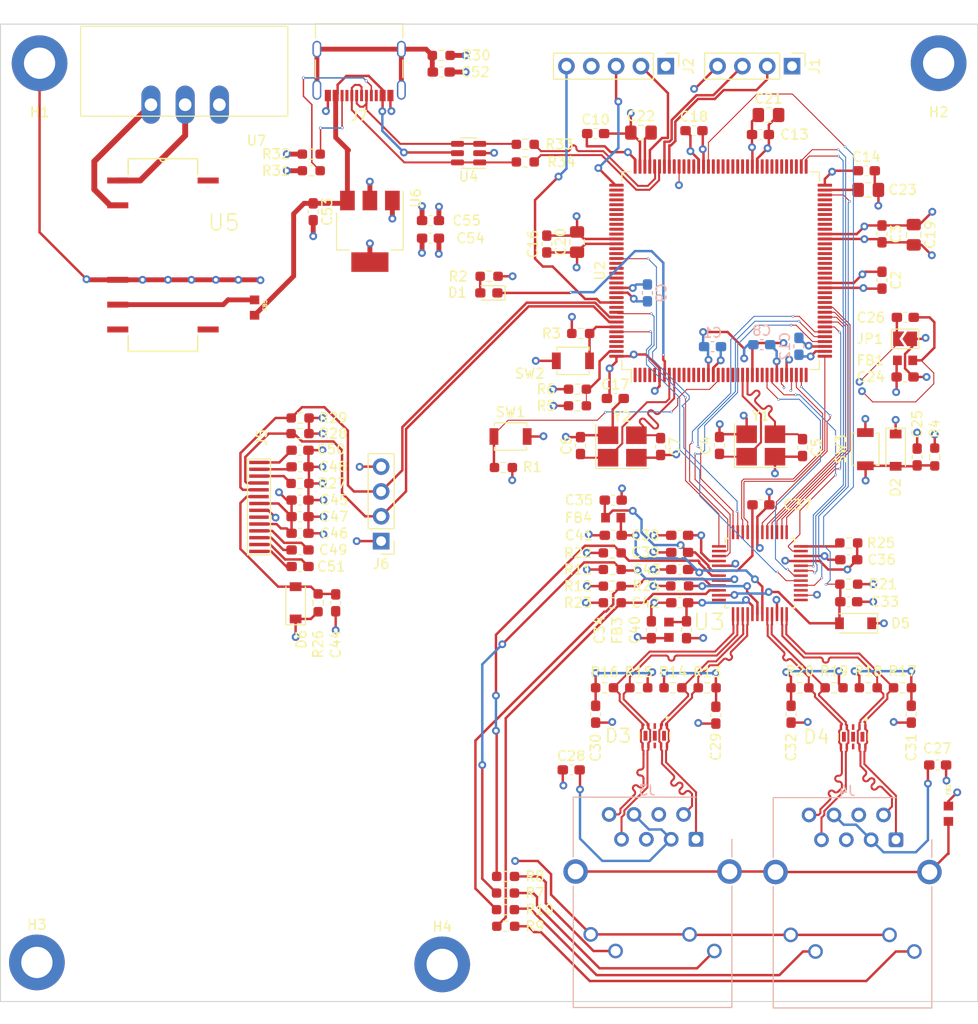
<source format=kicad_pcb>
(kicad_pcb (version 20211014) (generator pcbnew)
  (layers (0 "F.Cu" signal) (1 "In1.Cu" jumper) (2 "In2.Cu" mixed) (31 "B.Cu" signal) (34 "B.Paste" user) (35 "F.Paste" user) (36 "B.SilkS" user "B.Silkscreen") (37 "F.SilkS" user "F.Silkscreen") (38 "B.Mask" user) (39 "F.Mask" user) (44 "Edge.Cuts" user))
  (net 0 "")
  (net 1 "+3V3")
  (net 2 "GND")
  (net 3 "/MCU/HSE+")
  (net 4 "/MCU/HSE-")
  (net 5 "/MCU/LSE+")
  (net 6 "/MCU/LSE-")
  (net 7 "Net-(C22-Pad2)")
  (net 8 "Net-(C23-Pad2)")
  (net 9 "/MCU/~{RESET}")
  (net 10 "/MCU/STM32_VDDA")
  (net 11 "/MCU/STM32_VSSA")
  (net 12 "Net-(C29-Pad1)")
  (net 13 "Net-(C30-Pad1)")
  (net 14 "Net-(C31-Pad1)")
  (net 15 "Net-(C32-Pad1)")
  (net 16 "/MCU/ETH_RESET")
  (net 17 "+1V8")
  (net 18 "/Ethernet/PHY_3V3A")
  (net 19 "/Ethernet/PHY_1V8A")
  (net 20 "/Display/DISP_RES")
  (net 21 "Net-(C48-Pad1)")
  (net 22 "Net-(C49-Pad1)")
  (net 23 "Net-(C49-Pad2)")
  (net 24 "Net-(C50-Pad1)")
  (net 25 "Net-(C51-Pad1)")
  (net 26 "Net-(C51-Pad2)")
  (net 27 "GNDS")
  (net 28 "USB_POWER")
  (net 29 "/MCU/LD1")
  (net 30 "Net-(D1-Pad2)")
  (net 32 "/Ethernet/RX1+")
  (net 33 "/Ethernet/TX1-")
  (net 34 "/Ethernet/RX1-")
  (net 35 "/Ethernet/TX1+")
  (net 37 "/Ethernet/RX2+")
  (net 38 "/Ethernet/TX2-")
  (net 39 "/Ethernet/RX2-")
  (net 40 "/Ethernet/TX2+")
  (net 41 "GNDREF")
  (net 42 "/Power/5V")
  (net 44 "/MCU/UART_TX")
  (net 45 "/MCU/UART_RX")
  (net 46 "/MCU/JTAG_SWDIO")
  (net 47 "/MCU/JTAG_SWCLK")
  (net 48 "/MCU/JTAG_SWO")
  (net 51 "Net-(J3-Pad9)")
  (net 52 "Net-(J3-Pad11)")
  (net 55 "Net-(J4-Pad9)")
  (net 56 "Net-(J4-Pad11)")
  (net 58 "/Display/DISP_SCL")
  (net 59 "/Display/DISP_SCA")
  (net 60 "Net-(J5-Pad12)")
  (net 61 "Net-(J7-PadA5)")
  (net 62 "/USB/USBDM+")
  (net 63 "/USB/USBDM-")
  (net 65 "Net-(J7-PadB5)")
  (net 67 "/MCU/B0")
  (net 68 "/MCU/BOOT0")
  (net 69 "/MCU/PDR_ON")
  (net 70 "/Ethernet/P1LED0")
  (net 71 "/Ethernet/P1LED1")
  (net 72 "/Ethernet/P2LED0")
  (net 73 "/Ethernet/P2LED1")
  (net 74 "/Ethernet/ISET")
  (net 75 "/Ethernet/MII_LINK_MODE")
  (net 76 "/MCU/USB_D+")
  (net 77 "/MCU/USB_D-")
  (net 78 "/MCU/FSMC_NBL0")
  (net 79 "/MCU/D8")
  (net 80 "/MCU/D9")
  (net 81 "/MCU/D14")
  (net 82 "/MCU/D15")
  (net 83 "/MCU/A18")
  (net 84 "/MCU/FSMC_NOE")
  (net 85 "/MCU/FSMC_NBL1")
  (net 86 "/MCU/D10")
  (net 87 "/MCU/D11")
  (net 88 "/MCU/D12")
  (net 89 "/MCU/D13")
  (net 90 "/MCU/A8")
  (net 91 "/MCU/A0")
  (net 92 "/MCU/A3")
  (net 93 "/MCU/A5")
  (net 94 "/MCU/A17")
  (net 95 "/MCU/A14")
  (net 96 "/MCU/A12")
  (net 97 "/MCU/A9")
  (net 98 "/MCU/A1")
  (net 99 "/MCU/A4")
  (net 100 "/MCU/A6")
  (net 101 "/MCU/A7")
  (net 102 "/MCU/A16")
  (net 103 "/MCU/A15")
  (net 104 "/MCU/A13")
  (net 105 "/MCU/A10")
  (net 106 "/MCU/A2")
  (net 107 "/MCU/FSMC_NE1")
  (net 108 "/MCU/D1")
  (net 109 "/MCU/D3")
  (net 110 "/MCU/D4")
  (net 111 "/MCU/D5")
  (net 112 "/MCU/FSMC_NWE")
  (net 113 "/MCU/A11")
  (net 114 "/MCU/D0")
  (net 115 "/MCU/D2")
  (net 116 "/MCU/D6")
  (net 117 "/MCU/D7")
  (net 128 "/MCU/ETH_MDC")
  (net 129 "/MCU/ETH_TXD2")
  (net 130 "/MCU/ETH_TX_CLK")
  (net 131 "/MCU/ETH_CRS")
  (net 132 "/MCU/ETH_RX_CLK")
  (net 133 "/MCU/ETH_MDIO")
  (net 134 "/MCU/ETH_COL")
  (net 135 "/MCU/SPI_NSS")
  (net 136 "/MCU/SPI_SCK")
  (net 137 "/MCU/SPI_MISO")
  (net 138 "/MCU/ETH_RX_DV")
  (net 139 "/MCU/ETH_RXD0")
  (net 140 "/MCU/ETH_RXD1")
  (net 141 "/MCU/ETH_RXD2")
  (net 142 "/MCU/ETH_RXD3")
  (net 146 "/MCU/ETH_TX_EN")
  (net 147 "/MCU/ETH_TXD0")
  (net 148 "/MCU/ETH_TXD1")
  (net 155 "/MCU/SDIO_D0")
  (net 156 "/MCU/MCO_25MHz")
  (net 161 "/MCU/SDIO_CLK")
  (net 162 "/MCU/SDIO_CMD")
  (net 163 "/MCU/SDIO_Detect")
  (net 164 "/MCU/FSMC_NWAIT")
  (net 165 "/MCU/ETH_INT")
  (net 166 "/MCU/USB_VBUS")
  (net 173 "/MCU/SPI_MOSI")
  (net 174 "/MCU/ETH_TXD3")
  (net 179 "/Power/ISO_+24V")
  (net 180 "/Power/ISO_GND")
  (footprint "Resistor_SMD:R_0603_1608Metric_Pad0.98x0.95mm_HandSolder" (layer "F.Cu") (at 128.3 127.9)
    (fp_text reference "R17")
    (fp_text value "49.9")
  )
  (footprint "Capacitor_SMD:C_0805_2012Metric_Pad1.18x1.45mm_HandSolder" (layer "F.Cu") (at 95 82.3 90)
    (fp_text reference "C20")
    (fp_text value "2.2uF")
  )
  (footprint "Resistor_SMD:R_0603_1608Metric_Pad0.98x0.95mm_HandSolder" (layer "F.Cu") (at 68.5 119.2075 90)
    (fp_text reference "R26")
    (fp_text value "4.7K")
  )
  (footprint "Capacitor_SMD:C_0603_1608Metric_Pad1.08x0.95mm_HandSolder" (layer "F.Cu") (at 68 79.2 -90)
    (fp_text reference "C53")
    (fp_text value "100uF")
  )
  (footprint "MountingHole:MountingHole_3.2mm_M3_ISO7380_Pad" (layer "F.Cu") (at 81.2 156.2)
    (fp_text reference "H4")
    (fp_text value " ")
  )
  (footprint "Resistor_SMD:R_0603_1608Metric_Pad0.98x0.95mm_HandSolder" (layer "F.Cu") (at 87.675 148.9 180)
    (fp_text reference "R7")
    (fp_text value "470")
  )
  (footprint "Package_TO_SOT_SMD:SOT-23-6" (layer "F.Cu") (at 83.9 73.2 180)
    (fp_text reference "U4")
    (fp_text value "USBLC6-2SC6")
  )
  (footprint "Resistor_SMD:R_0603_1608Metric_Pad0.98x0.95mm_HandSolder" (layer "F.Cu") (at 98.6 119.2 180)
    (fp_text reference "R23")
    (fp_text value "4.7K")
  )
  (footprint "Resistor_SMD:R_0603_1608Metric_Pad0.98x0.95mm_HandSolder" (layer "F.Cu") (at 66.6625 100.295 180)
    (fp_text reference "R29")
    (fp_text value "4.7K")
  )
  (footprint "Capacitor_SMD:C_0603_1608Metric_Pad1.08x0.95mm_HandSolder" (layer "F.Cu") (at 129.8 104.2875 90)
    (fp_text reference "C25")
    (fp_text value "100nF")
  )
  (footprint "Capacitor_SMD:C_0603_1608Metric_Pad1.08x0.95mm_HandSolder" (layer "F.Cu") (at 98.7 112.3 180)
    (fp_text reference "C41")
    (fp_text value "100uF")
  )
  (footprint "Diode_SMD:D_SOD-123" (layer "F.Cu") (at 66.2 119.2075 90)
    (fp_text reference "D6")
    (fp_text value "1N4148W")
  )
  (footprint "Capacitor_SMD:C_0603_1608Metric_Pad1.08x0.95mm_HandSolder" (layer "F.Cu") (at 113.7625 71.3)
    (fp_text reference "C13")
    (fp_text value "100nF")
  )
  (footprint "Package_TO_SOT_SMD:SOT-223-3_TabPin2" (layer "F.Cu") (at 73.8 81.2 -90)
    (fp_text reference "U6")
    (fp_text value "AP1117-33")
  )
  (footprint "Resistor_SMD:R_0603_1608Metric_Pad0.98x0.95mm_HandSolder" (layer "F.Cu") (at 108.3125 127.9)
    (fp_text reference "R13")
    (fp_text value "49.9")
  )
  (footprint "Capacitor_SMD:C_0603_1608Metric_Pad1.08x0.95mm_HandSolder" (layer "F.Cu") (at 122.8 119.1)
    (fp_text reference "C33")
    (fp_text value "10uF")
  )
  (footprint "Capacitor_SMD:C_0805_2012Metric_Pad1.18x1.45mm_HandSolder" (layer "F.Cu") (at 114.5875 69.3)
    (fp_text reference "C21")
    (fp_text value "2.2uF")
  )
  (footprint "Resistor_SMD:R_0603_1608Metric_Pad0.98x0.95mm_HandSolder" (layer "F.Cu") (at 104.8125 127.9)
    (fp_text reference "R14")
    (fp_text value "49.9")
  )
  (footprint "Resistor_SMD:R_0603_1608Metric_Pad0.98x0.95mm_HandSolder" (layer "F.Cu") (at 105.5 117.479 180)
    (fp_text reference "R24")
    (fp_text value "11.8K")
  )
  (footprint "Resistor_SMD:R_0603_1608Metric_Pad0.98x0.95mm_HandSolder" (layer "F.Cu") (at 121.3 127.9)
    (fp_text reference "R19")
    (fp_text value "49.9")
  )
  (footprint "Package_QFP:LQFP-144_20x20mm_P0.5mm" (layer "F.Cu") (at 109.69 85.23 90)
    (fp_text reference "U2")
    (fp_text value "STM32F407ZGTx")
  )
  (footprint "Resistor_SMD:R_0603_1608Metric_Pad0.98x0.95mm_HandSolder" (layer "F.Cu") (at 89.7 74.1 180)
    (fp_text reference "R34")
    (fp_text value "22")
  )
  (footprint "Capacitor_SMD:C_0603_1608Metric_Pad1.08x0.95mm_HandSolder" (layer "F.Cu") (at 126.2 81.4625 -90)
    (fp_text reference "C3")
    (fp_text value "100nF")
  )
  (footprint "KSZ8863MLLI:QFP50P900X900X160-48N" (layer "F.Cu") (at 113.7035 116.175 90)
    (fp_text reference "U3")
    (fp_text value "KSZ8863MLLI")
  )
  (footprint "Capacitor_SMD:C_0603_1608Metric_Pad1.08x0.95mm_HandSolder" (layer "F.Cu") (at 91.9 82.5 90)
    (fp_text reference "C16")
    (fp_text value "100nF")
  )
  (footprint "Resistor_SMD:R_0603_1608Metric_Pad0.98x0.95mm_HandSolder" (layer "F.Cu") (at 87.4625 105.3625)
    (fp_text reference "R1")
    (fp_text value "100K")
  )
  (footprint "Capacitor_SMD:C_0603_1608Metric_Pad1.08x0.95mm_HandSolder" (layer "F.Cu") (at 106.9625 70.9)
    (fp_text reference "C18")
    (fp_text value "100nF")
  )
  (footprint "Resistor_SMD:R_0603_1608Metric_Pad0.98x0.95mm_HandSolder" (layer "F.Cu") (at 131.6 104.2875 -90)
    (fp_text reference "R4")
    (fp_text value "10K")
  )
  (footprint "Button_Switch_SMD:SW_SPST_B3U-1000P-B" (layer "F.Cu") (at 124.5 103.4875 90)
    (fp_text reference "SW3")
    (fp_text value "SW_Push")
  )
  (footprint "Resistor_SMD:R_0603_1608Metric_Pad0.98x0.95mm_HandSolder" (layer "F.Cu") (at 97.8125 127.9)
    (fp_text reference "R16")
    (fp_text value "49.9")
  )
  (footprint "Capacitor_SMD:C_0603_1608Metric_Pad1.08x0.95mm_HandSolder" (layer "F.Cu") (at 66.65 103.595)
    (fp_text reference "C50")
    (fp_text value "4.7uF")
  )
  (footprint "Capacitor_SMD:C_0603_1608Metric_Pad1.08x0.95mm_HandSolder" (layer "F.Cu") (at 81.1 64.9 180)
    (fp_text reference "C52")
    (fp_text value "X7R 2nF 2kV ")
  )
  (footprint "Capacitor_SMD:C_0603_1608Metric_Pad1.08x0.95mm_HandSolder" (layer "F.Cu") (at 66.65 108.695)
    (fp_text reference "C45")
    (fp_text value "4.7uF")
  )
  (footprint "MountingHole:MountingHole_3.2mm_M3_ISO7380_Pad" (layer "F.Cu") (at 132 64)
    (fp_text reference "H2")
    (fp_text value " ")
  )
  (footprint "MPZ1608S601A:BEADC1608X95N" (layer "F.Cu") (at 104.4 121.9625 90)
    (fp_text reference "FB3")
    (fp_text value "MPZ1608S601A")
  )
  (footprint "Resistor_SMD:R_0603_1608Metric_Pad0.98x0.95mm_HandSolder" (layer "F.Cu") (at 87.675 150.6 180)
    (fp_text reference "R10")
    (fp_text value "470")
  )
  (footprint "Button_Switch_SMD:SW_SPST_B3U-1000P-B" (layer "F.Cu") (at 94.575 94.45 180)
    (fp_text reference "SW2")
    (fp_text value "SW_Push")
  )
  (footprint "Capacitor_SMD:C_0603_1608Metric_Pad1.08x0.95mm_HandSolder" (layer "F.Cu") (at 106.2 121.9625 -90)
    (fp_text reference "C40")
    (fp_text value "100uF")
  )
  (footprint "Resistor_SMD:R_0603_1608Metric_Pad0.98x0.95mm_HandSolder" (layer "F.Cu") (at 95.0375 99.05)
    (fp_text reference "R5")
    (fp_text value "0")
  )
  (footprint "Capacitor_SMD:C_0603_1608Metric_Pad1.08x0.95mm_HandSolder" (layer "F.Cu") (at 66.65 110.395 180)
    (fp_text reference "C47")
    (fp_text value "1uF")
  )
  (footprint "Capacitor_SMD:C_0603_1608Metric_Pad1.08x0.95mm_HandSolder" (layer "F.Cu") (at 96.9 130.6 -90)
    (fp_text reference "C30")
    (fp_text value "100nF 50V")
  )
  (footprint "Capacitor_SMD:C_0603_1608Metric_Pad1.08x0.95mm_HandSolder" (layer "F.Cu") (at 66.65 112.095 180)
    (fp_text reference "C46")
    (fp_text value "1uF")
  )
  (footprint "MPZ1608S601A:BEADC1608X95N" (layer "F.Cu") (at 128.5625 94.4)
    (fp_text reference "FB1")
    (fp_text value "MPZ1608S601A")
  )
  (footprint "MPZ1608S601A:BEADC1608X95N" (layer "F.Cu") (at 62 89 -90)
    (fp_text reference "FB5")
    (fp_text value "MPZ1608S601A")
  )
  (footprint "Resistor_SMD:R_0603_1608Metric_Pad0.98x0.95mm_HandSolder" (layer "F.Cu") (at 122.8 113.079)
    (fp_text reference "R25")
    (fp_text value "10K")
  )
  (footprint "OLED0_49:OLED0_49" (layer "F.Cu") (at 62.45 109.395 90)
    (fp_text reference "J5")
    (fp_text value "Conn_01x14")
  )
  (footprint "Connector_PinHeader_2.54mm:PinHeader_1x04_P2.54mm_Vertical" (layer "F.Cu") (at 117 64.3 -90)
    (fp_text reference "J1")
    (fp_text value "UART")
  )
  (footprint "Capacitor_SMD:C_0603_1608Metric_Pad1.08x0.95mm_HandSolder" (layer "F.Cu") (at 109.5725 103.1075 90)
    (fp_text reference "C4")
    (fp_text value "12pF")
  )
  (footprint "Resistor_SMD:R_0603_1608Metric_Pad0.98x0.95mm_HandSolder" (layer "F.Cu") (at 124.8 127.9)
    (fp_text reference "R18")
    (fp_text value "49.9")
  )
  (footprint "Capacitor_SMD:C_0603_1608Metric_Pad1.08x0.95mm_HandSolder" (layer "F.Cu") (at 105.5 119.2 180)
    (fp_text reference "C42")
    (fp_text value "100nF")
  )
  (footprint "Capacitor_SMD:C_0603_1608Metric_Pad1.08x0.95mm_HandSolder" (layer "F.Cu") (at 128.5875 90 180)
    (fp_text reference "C26")
    (fp_text value "100nF")
  )
  (footprint "Capacitor_SMD:C_0603_1608Metric_Pad1.08x0.95mm_HandSolder" (layer "F.Cu") (at 80 80.1)
    (fp_text reference "C55")
    (fp_text value "100nF")
  )
  (footprint "DCP012415DBP-U:SOP254P1050X533-14N" (layer "F.Cu") (at 52.6228 83.62)
    (fp_text reference "U5")
    (fp_text value "DCP012415DBP-U")
  )
  (footprint "Capacitor_SMD:C_0603_1608Metric_Pad1.08x0.95mm_HandSolder" (layer "F.Cu") (at 66.65 105.295)
    (fp_text reference "C48")
    (fp_text value "2.2uF")
  )
  (footprint "Capacitor_SMD:C_0603_1608Metric_Pad1.08x0.95mm_HandSolder" (layer "F.Cu") (at 98.7 108.7)
    (fp_text reference "C35")
    (fp_text value "100uF")
  )
  (footprint "Capacitor_SMD:C_0805_2012Metric_Pad1.18x1.45mm_HandSolder" (layer "F.Cu") (at 101.5375 71.1)
    (fp_text reference "C22")
    (fp_text value "2.2uF")
  )
  (footprint "Resistor_SMD:R_0603_1608Metric_Pad0.98x0.95mm_HandSolder" (layer "F.Cu") (at 67.8 73.3)
    (fp_text reference "R32")
    (fp_text value "5.1K")
  )
  (footprint "RCLAMP3374N:DIODE_RCLAMP3374N.TCT" (layer "F.Cu") (at 123.25 132.91 -90)
    (fp_text reference "D4")
    (fp_text value "RCLAMP3374N.TCT")
  )
  (footprint "Resistor_SMD:R_0603_1608Metric_Pad0.98x0.95mm_HandSolder" (layer "F.Cu") (at 87.7 152.3 180)
    (fp_text reference "R9")
    (fp_text value "470")
  )
  (footprint "Resistor_SMD:R_0603_1608Metric_Pad0.98x0.95mm_HandSolder" (layer "F.Cu") (at 66.65 101.895 180)
    (fp_text reference "R28")
    (fp_text value "4.7K")
  )
  (footprint "Resistor_SMD:R_0603_1608Metric_Pad0.98x0.95mm_HandSolder" (layer "F.Cu") (at 117.8 127.9)
    (fp_text reference "R20")
    (fp_text value "49.9")
  )
  (footprint "MPZ1608S601A:BEADC1608X95N" (layer "F.Cu") (at 133 140.785 90)
    (fp_text reference "FB2")
    (fp_text value "FerriteBead")
  )
  (footprint "Capacitor_SMD:C_0603_1608Metric_Pad1.08x0.95mm_HandSolder" (layer "F.Cu") (at 116.9 130.6 -90)
    (fp_text reference "C32")
    (fp_text value "100nF 50V")
  )
  (footprint "Capacitor_SMD:C_0603_1608Metric_Pad1.08x0.95mm_HandSolder" (layer "F.Cu") (at 122.8 114.8)
    (fp_text reference "C36")
    (fp_text value "100nF")
  )
  (footprint "Resistor_SMD:R_0603_1608Metric_Pad0.98x0.95mm_HandSolder" (layer "F.Cu") (at 101.3125 127.9)
    (fp_text reference "R15")
    (fp_text value "49.9")
  )
  (footprint "Capacitor_SMD:C_0603_1608Metric_Pad1.08x0.95mm_HandSolder" (layer "F.Cu") (at 66.65 113.795 180)
    (fp_text reference "C49")
    (fp_text value "1uF")
  )
  (footprint "Capacitor_SMD:C_0603_1608Metric_Pad1.08x0.95mm_HandSolder" (layer "F.Cu") (at 128.5625 96.1)
    (fp_text reference "C24")
    (fp_text value "100nF")
  )
  (footprint "Resistor_SMD:R_0603_1608Metric_Pad0.98x0.95mm_HandSolder" (layer "F.Cu") (at 67.8 75 180)
    (fp_text reference "R31")
    (fp_text value "5.1K")
  )
  (footprint "LED_SMD:LED_0603_1608Metric_Pad1.05x0.95mm_HandSolder" (layer "F.Cu") (at 85.975 87.5 180)
    (fp_text reference "D1")
    (fp_text value "LED")
  )
  (footprint "Capacitor_SMD:C_0603_1608Metric_Pad1.08x0.95mm_HandSolder" (layer "F.Cu") (at 131.9 135.8 180)
    (fp_text reference "C27")
    (fp_text value "10uF 25V")
  )
  (footprint "Resistor_SMD:R_0603_1608Metric_Pad0.98x0.95mm_HandSolder" (layer "F.Cu") (at 81.1 63.2 180)
    (fp_text reference "R30")
    (fp_text value "1M")
  )
  (footprint "Resistor_SMD:R_0603_1608Metric_Pad0.98x0.95mm_HandSolder" (layer "F.Cu") (at 98.6 115.8)
    (fp_text reference "R11")
    (fp_text value "10K")
  )
  (footprint "Capacitor_SMD:C_0603_1608Metric_Pad1.08x0.95mm_HandSolder" (layer "F.Cu") (at 95.34875 103.12125 90)
    (fp_text reference "C6")
    (fp_text value "12pF")
  )
  (footprint "MountingHole:MountingHole_3.2mm_M3_ISO7380_Pad" (layer "F.Cu") (at 40 64)
    (fp_text reference "H1")
    (fp_text value " ")
  )
  (footprint "Capacitor_SMD:C_0603_1608Metric_Pad1.08x0.95mm_HandSolder" (layer "F.Cu") (at 103.54875 103.22125 -90)
    (fp_text reference "C7")
    (fp_text value "12pF")
  )
  (footprint "MPZ1608S601A:BEADC1608X95N" (layer "F.Cu") (at 98.7 110.5)
    (fp_text reference "FB4")
    (fp_text value "MPZ1608S601A")
  )
  (footprint "Capacitor_SMD:C_0603_1608Metric_Pad1.08x0.95mm_HandSolder" (layer "F.Cu") (at 105.5 112.3 180)
    (fp_text reference "C38")
    (fp_text value "100nF")
  )
  (footprint "Capacitor_SMD:C_0603_1608Metric_Pad1.08x0.95mm_HandSolder" (layer "F.Cu") (at 126.2 86.2 -90)
    (fp_text reference "C2")
    (fp_text value "100nF")
  )
  (footprint "0395066003:MOLEX_0395066003" (layer "F.Cu") (at 54.9 68.2165 180)
    (fp_text reference "U7")
    (fp_text value "0395066003")
  )
  (footprint "Capacitor_SMD:C_0603_1608Metric_Pad1.08x0.95mm_HandSolder" (layer "F.Cu") (at 66.65 115.495 180)
    (fp_text reference "C51")
    (fp_text value "1uF")
  )
  (footprint "Resistor_SMD:R_0603_1608Metric_Pad0.98x0.95mm_HandSolder" (layer "F.Cu") (at 95.0375 97.35 180)
    (fp_text reference "R6")
    (fp_text value "0")
  )
  (footprint "Capacitor_SMD:C_0603_1608Metric_Pad1.08x0.95mm_HandSolder" (layer "F.Cu") (at 124.6 75)
    (fp_text reference "C14")
    (fp_text value "100nF")
  )
  (footprint "MountingHole:MountingHole_3.2mm_M3_ISO7380_Pad" (layer "F.Cu") (at 39.725 156)
    (fp_text reference "H3")
    (fp_text value " ")
  )
  (footprint "Capacitor_SMD:C_0603_1608Metric_Pad1.08x0.95mm_HandSolder" (layer "F.Cu") (at 102.6 121.9625 90)
    (fp_text reference "C34")
    (fp_text value "100uF")
  )
  (footprint "Capacitor_SMD:C_0805_2012Metric_Pad1.18x1.45mm_HandSolder" (layer "F.Cu") (at 124.8 76.96 180)
    (fp_text reference "C23")
    (fp_text value "2.2uF")
  )
  (footprint "Capacitor_SMD:C_0603_1608Metric_Pad1.08x0.95mm_HandSolder" (layer "F.Cu") (at 98.9125 98.3)
    (fp_text reference "C17")
    (fp_text value "100nF")
  )
  (footprint "Capacitor_SMD:C_0603_1608Metric_Pad1.08x0.95mm_HandSolder" (layer "F.Cu") (at 129.2 130.6 -90)
    (fp_text reference "C31")
    (fp_text value "100nF 50V")
  )
  (footprint "RCLAMP3374N:DIODE_RCLAMP3374N.TCT" (layer "F.Cu") (at 102.95 132.81 -90)
    (fp_text reference "D3")
    (fp_text value "RCLAMP3374N.TCT")
  )
  (footprint "Resistor_SMD:R_0603_1608Metric_Pad0.98x0.95mm_HandSolder" (layer "F.Cu") (at 66.65 106.995 180)
    (fp_text reference "R27")
    (fp_text value "560K")
  )
  (footprint "Resistor_SMD:R_0603_1608Metric_Pad0.98x0.95mm_HandSolder" (layer "F.Cu") (at 89.7 72.3 180)
    (fp_text reference "R33")
    (fp_text value "22")
  )
  (footprint "Resistor_SMD:R_0603_1608Metric_Pad0.98x0.95mm_HandSolder" (layer "F.Cu") (at 122.8 117.3 180)
    (fp_text reference "R21")
    (fp_text value "10K")
  )
  (footprint "Resistor_SMD:R_0603_1608Metric_Pad0.98x0.95mm_HandSolder" (layer "F.Cu") (at 86 85.8 180)
    (fp_text reference "R2")
    (fp_text value "470")
  )
  (footprint "Connector_PinHeader_2.54mm:PinHeader_1x04_P2.54mm_Vertical" (layer "F.Cu") (at 74.95 112.895 180)
    (fp_text reference "J6")
    (fp_text value "2.54mm PinHeader")
  )
  (footprint "Jumper:SolderJumper-2_P1.3mm_Open_TrianglePad1.0x1.5mm" (layer "F.Cu") (at 128.5625 92.2 180)
    (fp_text reference "JP1")
    (fp_text value "Closed")
  )
  (footprint "Capacitor_SMD:C_0603_1608Metric_Pad1.08x0.95mm_HandSolder" (layer "F.Cu") (at 94.4 136.3)
    (fp_text reference "C28")
    (fp_text value "10uF 25V")
  )
  (footprint "Capacitor_SMD:C_0603_1608Metric_Pad1.08x0.95mm_HandSolder" (layer "F.Cu") (at 80 81.9)
    (fp_text reference "C54")
    (fp_text value "100uF")
  )
  (footprint "Connector_USB:USB_C_Receptacle_Palconn_UTC16-G" (layer "F.Cu") (at 72.7 64.8 180)
    (fp_text reference "J7")
    (fp_text value "USB_C_Receptacle_USB2.0")
  )
  (footprint "Capacitor_SMD:C_0603_1608Metric_Pad1.08x0.95mm_HandSolder" (layer "F.Cu") (at 118.0725 103.325 -90)
    (fp_text reference "C5")
    (fp_text value "12pF")
  )
  (footprint "Diode_SMD:D_SOD-123" (layer "F.Cu") (at 123.5 121.3 180)
    (fp_text reference "D5")
    (fp_text value "1N4148W")
  )
  (footprint "Capacitor_SMD:C_0805_2012Metric_Pad1.18x1.45mm_HandSolder" (layer "F.Cu") (at 129.45 81.55 -90)
    (fp_text reference "C19")
    (fp_text value "4.7uF")
  )
  (footprint "Crystal:Crystal_SMD_3225-4Pin_3.2x2.5mm_HandSoldering" (layer "F.Cu") (at 99.61875 103.21125)
    (fp_text reference "Y2")
    (fp_text value "32.768KHz")
  )
  (footprint "Capacitor_SMD:C_0603_1608Metric_Pad1.08x0.95mm_HandSolder" (layer "F.Cu") (at 96.9 71.2)
    (fp_text reference "C10")
    (fp_text value "100nF")
  )
  (footprint "Capacitor_SMD:C_0603_1608Metric_Pad1.08x0.95mm_HandSolder" (layer "F.Cu") (at 105.5 115.8 180)
    (fp_text reference "C43")
    (fp_text value "100nF")
  )
  (footprint "Resistor_SMD:R_0603_1608Metric_Pad0.98x0.95mm_HandSolder" (layer "F.Cu") (at 98.6 117.5)
    (fp_text reference "R12")
    (fp_text value "4.7K")
  )
  (footprint "Resistor_SMD:R_0603_1608Metric_Pad0.98x0.95mm_HandSolder" (layer "F.Cu") (at 98.6 114.1)
    (fp_text reference "R22")
    (fp_text value "10K")
  )
  (footprint "Crystal:Crystal_SMD_3225-4Pin_3.2x2.5mm_HandSoldering" (layer "F.Cu") (at 113.8025 103.1075)
    (fp_text reference "Y1")
    (fp_text value "25Mhz")
  )
  (footprint "Capacitor_SMD:C_0603_1608Metric_Pad1.08x0.95mm_HandSolder" (layer "F.Cu") (at 109.2 130.7 -90)
    (fp_text reference "C29")
    (fp_text value "100nF 50V")
  )
  (footprint "Diode_SMD:D_SOD-123" (layer "F.Cu") (at 127.6 103.5875 -90)
    (fp_text reference "D2")
    (fp_text value "1N4148W")
  )
  (footprint "Button_Switch_SMD:SW_SPST_B3U-1000P-B" (layer "F.Cu") (at 88.1925 102.1925)
    (fp_text reference "SW1")
    (fp_text value "SW_Push")
  )
  (footprint "Capacitor_SMD:C_0603_1608Metric_Pad1.08x0.95mm_HandSolder" (layer "F.Cu") (at 70.3 119.2075 -90)
    (fp_text reference "C44")
    (fp_text value "4.7uF")
  )
  (footprint "Capacitor_SMD:C_0603_1608Metric_Pad1.08x0.95mm_HandSolder" (layer "F.Cu") (at 113.8125 109.18)
    (fp_text reference "C37")
    (fp_text value "100nF")
  )
  (footprint "Resistor_SMD:R_0603_1608Metric_Pad0.98x0.95mm_HandSolder" (layer "F.Cu") (at 87.6875 147.2 180)
    (fp_text reference "R8")
    (fp_text value "470")
  )
  (footprint "Capacitor_SMD:C_0603_1608Metric_Pad1.08x0.95mm_HandSolder" (layer "F.Cu") (at 105.5 114.05 180)
    (fp_text reference "C39")
    (fp_text value "100nF")
  )
  (footprint "Resistor_SMD:R_0603_1608Metric_Pad0.98x0.95mm_HandSolder" (layer "F.Cu") (at 95.375 91.65 180)
    (fp_text reference "R3")
    (fp_text value "100K")
  )
  (footprint "Connector_PinHeader_2.54mm:PinHeader_1x05_P2.54mm_Vertical" (layer "F.Cu") (at 104.075 64.3 -90)
    (fp_text reference "J2")
    (fp_text value "Conn_01x05_Male")
  )
  (footprint "LU1T516-43LF:LU1T516-43LF" (layer "B.Cu") (at 107.17 143.4)
    (fp_text reference "J3")
    (fp_text value "LU1T516-43")
  )
  (footprint "Capacitor_SMD:C_0603_1608Metric_Pad1.08x0.95mm_HandSolder" (layer "B.Cu") (at 108.8625 93 180)
    (fp_text reference "C1")
    (fp_text value "100nF")
  )
  (footprint "Capacitor_SMD:C_0603_1608Metric_Pad1.08x0.95mm_HandSolder" (layer "B.Cu") (at 117.7 92.9625 -90)
    (fp_text reference "C12")
    (fp_text value "100nF")
  )
  (footprint "LU1T516-43LF:LU1T516-43LF" (layer "B.Cu") (at 127.63 143.45)
    (fp_text reference "J4")
    (fp_text value "LU1T516-43")
  )
  (footprint "Capacitor_SMD:C_0603_1608Metric_Pad1.08x0.95mm_HandSolder" (layer "B.Cu") (at 102.2 87.5 90)
    (fp_text reference "C9")
    (fp_text value "100nF")
  )
  (footprint "Capacitor_SMD:C_0603_1608Metric_Pad1.08x0.95mm_HandSolder" (layer "B.Cu") (at 113.9 92.8 180)
    (fp_text reference "C8")
    (fp_text value "100nF")
  )
  (gr_line (start 136 160) (end 36 160) (layer "Edge.Cuts") (width 0.1))
  (gr_line (start 36 60) (end 136 60) (layer "Edge.Cuts") (width 0.1))
  (gr_line (start 36 160) (end 36 60) (layer "Edge.Cuts") (width 0.1))
  (gr_line (start 136 60) (end 136 160) (layer "Edge.Cuts") (width 0.1))
  (segment (start 120.7 114.8) (end 120.3224 114.4224) (width 0.25) (layer "F.Cu") (net 1))
  (segment (start 106.3625 112.3) (end 107.7 112.3) (width 0.25) (layer "F.Cu") (net 1))
  (segment (start 106.6 71.4) (end 106.1 70.9) (width 0.25) (layer "F.Cu") (net 1))
  (segment (start 98.432742 73.1) (end 97.832742 72.5) (width 0.25) (layer "F.Cu") (net 1))
  (segment (start 67.7625 120.8575) (end 68.5 120.12) (width 0.25) (layer "F.Cu") (net 1))
  (segment (start 130.0375 80.5125) (end 131.35 79.2) (width 0.25) (layer "F.Cu") (net 1))
  (segment (start 79.1375 78.6275) (end 79.13 78.62) (width 0.5) (layer "F.Cu") (net 1))
  (segment (start 130.9 135.9375) (end 131.0375 135.8) (width 0.25) (layer "F.Cu") (net 1))
  (segment (start 126.2 80.6) (end 129.3625 80.6) (width 0.25) (layer "F.Cu") (net 1))
  (segment (start 107.44 73.84) (end 106.6 73) (width 0.25) (layer "F.Cu") (net 1))
  (segment (start 124.5 80.6) (end 124.4 80.7) (width 0.25) (layer "F.Cu") (net 1))
  (segment (start 102.6 122.825) (end 104.3225 122.825) (width 0.25) (layer "F.Cu") (net 1))
  (segment (start 64.245 111.145) (end 62.45 111.145) (width 0.25) (layer "F.Cu") (net 1))
  (segment (start 125.15 121.3) (end 126.4 121.3) (width 0.25) (layer "F.Cu") (net 1))
  (segment (start 129.45 80.5125) (end 130.0375 80.5125) (width 0.25) (layer "F.Cu") (net 1))
  (segment (start 107.7 114.0791) (end 107.7 112.3) (width 0.25) (layer "F.Cu") (net 1))
  (segment (start 120.3525 81.48) (end 123.62 81.48) (width 0.25) (layer "F.Cu") (net 1))
  (segment (start 66.2 120.8575) (end 66.2 122.7075) (width 0.25) (layer "F.Cu") (net 1))
  (segment (start 102.047448 93.8) (end 100.8 93.8) (width 0.25) (layer "F.Cu") (net 1))
  (segment (start 99.0275 93.98) (end 99.0275 94.5225) (width 0.25) (layer "F.Cu") (net 1))
  (segment (start 115.44 95.8925) (end 115.44 94.515) (width 0.25) (layer "F.Cu") (net 1))
  (segment (start 116.44 95.8925) (end 116.44 94.585) (width 0.25) (layer "F.Cu") (net 1))
  (segment (start 95.8575 82.48) (end 95 83.3375) (width 0.25) (layer "F.Cu") (net 1))
  (segment (start 73.8 84.35) (end 73.8 82.43) (width 0.5) (layer "F.Cu") (net 1))
  (segment (start 100.18 87.48) (end 100.8 88.1) (width 0.25) (layer "F.Cu") (net 1))
  (segment (start 126.2 80.6) (end 124.5 80.6) (width 0.25) (layer "F.Cu") (net 1))
  (segment (start 66.2 120.8575) (end 67.7625 120.8575) (width 0.25) (layer "F.Cu") (net 1))
  (segment (start 79.1375 80.1) (end 79.1375 78.6275) (width 0.5) (layer "F.Cu") (net 1))
  (segment (start 112.9 71.3) (end 112.9 72.6) (width 0.25) (layer "F.Cu") (net 1))
  (segment (start 129.3625 80.6) (end 129.45 80.5125) (width 0.25) (layer "F.Cu") (net 1))
  (segment (start 120.3525 75.8475) (end 121.1 75.1) (width 0.25) (layer "F.Cu") (net 1))
  (segment (start 72.77 105.275) (end 72.75 105.295) (width 0.25) (layer "F.Cu") (net 1))
  (segment (start 99.0275 82.48) (end 95.8575 82.48) (width 0.25) (layer "F.Cu") (net 1))
  (segment (start 79.1375 81.9) (end 79.1375 83.4025) (width 0.5) (layer "F.Cu") (net 1))
  (segment (start 115.44 94.515) (end 115.425 94.5) (width 0.25) (layer "F.Cu") (net 1))
  (segment (start 86.9125 85.8) (end 88.4 85.8) (width 0.25) (layer "F.Cu") (net 1))
  (segment (start 95.3 138.3) (end 95.3 136.3375) (width 0.25) (layer "F.Cu") (net 1))
  (segment (start 101.325 122.825) (end 101.2 122.7) (width 0.25) (layer "F.Cu") (net 1))
  (segment (start 96 72.5) (end 96 71.2375) (width 0.25) (layer "F.Cu") (net 1))
  (segment (start 104.3225 122.825) (end 104.4 122.7475) (width 0.25) (layer "F.Cu") (net 1))
  (segment (start 108.94 95.16) (end 109.7 94.4) (width 0.25) (layer "F.Cu") (net 1))
  (segment (start 103.44 95.8925) (end 103.44 95.192552) (width 0.25) (layer "F.Cu") (net 1))
  (segment (start 108.94 95.8925) (end 108.94 95.16) (width 0.25) (layer "F.Cu") (net 1))
  (segment (start 67.575 100.295) (end 68.95 100.295) (width 0.25) (layer "F.Cu") (net 1))
  (segment (start 96 71.2375) (end 96.0375 71.2) (width 0.25) (layer "F.Cu") (net 1))
  (segment (start 95 83.3375) (end 95 84.85) (width 0.25) (layer "F.Cu") (net 1))
  (segment (start 89.8925 102.1925) (end 91.5325 102.1925) (width 0.25) (layer "F.Cu") (net 1))
  (segment (start 98.325 98.025) (end 98.05 98.3) (width 0.25) (layer "F.Cu") (net 1))
  (segment (start 65.7875 108.695) (end 65.7875 110.395) (width 0.25) (layer "F.Cu") (net 1))
  (segment (start 102.6 122.825) (end 101.325 122.825) (width 0.25) (layer "F.Cu") (net 1))
  (segment (start 103.44 97.035) (end 102.95 97.525) (width 0.25) (layer "F.Cu") (net 1))
  (segment (start 97.832742 72.5) (end 96 72.5) (width 0.25) (layer "F.Cu") (net 1))
  (segment (start 99.0275 94.5225) (end 98.325 95.225) (width 0.25) (layer "F.Cu") (net 1))
  (segment (start 98.325 95.225) (end 98.325 98.025) (width 0.25) (layer "F.Cu") (net 1))
  (segment (start 130.9 137.7) (end 130.9 135.9375) (width 0.25) (layer "F.Cu") (net 1))
  (segment (start 120.3525 76.48) (end 120.3525 75.8475) (width 0.25) (layer "F.Cu") (net 1))
  (segment (start 109.5125 114.9304) (end 108.5513 114.9304) (width 0.25) (layer "F.Cu") (net 1))
  (segment (start 118.78 92.98) (end 118.7 92.9) (width 0.25) (layer "F.Cu") (net 1))
  (segment (start 92.875 94.45) (end 90.775 94.45) (width 0.25) (layer "F.Cu") (net 1))
  (segment (start 112.9 69.95) (end 113.55 69.3) (width 0.25) (layer "F.Cu") (net 1))
  (segment (start 100.2 73.1) (end 98.432742 73.1) (width 0.25) (layer "F.Cu") (net 1))
  (segment (start 95 84.85) (end 94.95 84.9) (width 0.25) (layer "F.Cu") (net 1))
  (segment (start 99.0275 87.48) (end 100.18 87.48) (width 0.25) (layer "F.Cu") (net 1))
  (segment (start 123.62 81.48) (end 124.4 80.7) (width 0.25) (layer "F.Cu") (net 1))
  (segment (start 103.44 95.192552) (end 102.047448 93.8) (width 0.25) (layer "F.Cu") (net 1))
  (segment (start 65.295 108.695) (end 64.5 107.9) (width 0.25) (layer "F.Cu") (net 1))
  (segment (start 123.7375 75) (end 121.2 75) (width 0.25) (layer "F.Cu") (net 1))
  (segment (start 100.94 74.5675) (end 100.94 73.84) (width 0.25) (layer "F.Cu") (net 1))
  (segment (start 65.7875 108.695) (end 65.295 108.695) (width 0.25) (layer "F.Cu") (net 1))
  (segment (start 65.7875 112.095) (end 65.2925 111.6) (width 0.25) (layer "F.Cu") (net 1))
  (segment (start 91.9 83.3625) (end 94.975 83.3625) (width 0.25) (layer "F.Cu") (net 1))
  (segment (start 120.3525 92.98) (end 118.78 92.98) (width 0.25) (layer "F.Cu") (net 1))
  (segment (start 94.975 83.3625) (end 95 83.3375) (width 0.25) (layer "F.Cu") (net 1))
  (segment (start 100.94 73.84) (end 100.2 73.1) (width 0.25) (layer "F.Cu") (net 1))
  (segment (start 121.9375 114.8) (end 120.7 114.8) (width 0.25) (layer "F.Cu") (net 1))
  (segment (start 127.6 101.9375) (end 127.6 100.4875) (width 0.25) (layer "F.Cu") (net 1))
  (segment (start 131.6 103.375) (end 131.6 101.9875) (width 0.25) (layer "F.Cu") (net 1))
  (segment (start 74.95 105.275) (end 72.77 105.275) (width 0.25) (layer "F.Cu") (net 1))
  (segment (start 65.7875 110.395) (end 64.4375 109.045) (width 0.25) (layer "F.Cu") (net 1))
  (segment (start 97.6875 115.8) (end 96 115.8) (width 0.25) (layer "F.Cu") (net 1))
  (segment (start 67.5625 100.3075) (end 67.575 100.295) (width 0.25) (layer "F.Cu") (net 1))
  (segment (start 112.94 72.64) (end 112.9 72.6) (width 0.25) (layer "F.Cu") (net 1))
  (segment (start 106.6 73) (end 106.6 71.4) (width 0.25) (layer "F.Cu") (net 1))
  (segment (start 97.6875 117.5) (end 96 117.5) (width 0.25) (layer "F.Cu") (net 1))
  (segment (start 64.7 111.6) (end 64.245 111.145) (width 0.25) (layer "F.Cu") (net 1))
  (segment (start 120.3224 114.4224) (end 117.8945 114.4224) (width 0.25) (layer "F.Cu") (net 1))
  (segment (start 73.8 76.12) (end 73.79 76.11) (width 0.5) (layer "F.Cu") (net 1))
  (segment (start 127.7 96.1) (end 127.7 97.6) (width 0.25) (layer "F.Cu") (net 1))
  (segment (start 108.5513 114.9304) (end 107.7 114.0791) (width 0.25) (layer "F.Cu") (net 1))
  (segment (start 127.7 94.4775) (end 127.7775 94.4) (width 0.25) (layer "F.Cu") (net 1))
  (segment (start 91.5325 102.1925) (end 91.5625 102.1625) (width 0.25) (layer "F.Cu") (net 1))
  (segment (start 94.125 99.05) (end 92.6 99.05) (width 0.25) (layer "F.Cu") (net 1))
  (segment (start 126.2 85.3375) (end 124.4625 85.3375) (width 0.25) (layer "F.Cu") (net 1))
  (segment (start 127.7 97.6) (end 127.65 97.65) (width 0.25) (layer "F.Cu") (net 1))
  (segment (start 97.6875 114.1) (end 96 114.1) (width 0.25) (layer "F.Cu") (net 1))
  (segment (start 99.0275 93.98) (end 100.62 93.98) (width 0.25) (layer "F.Cu") (net 1))
  (segment (start 67.5625 101.895) (end 68.95 101.895) (width 0.25) (layer "F.Cu") (net 1))
  (segment (start 112.9 71.3) (end 112.9 69.95) (width 0.25) (layer "F.Cu") (net 1))
  (segment (start 124.4625 85.3375) (end 124.2 85.6) (width 0.25) (layer "F.Cu") (net 1))
  (segment (start 116.44 94.585) (end 116.7 94.325) (width 0.25) (layer "F.Cu") (net 1))
  (segment (start 123.32 86.48) (end 124.2 85.6) (width 0.25) (layer "F.Cu") (net 1))
  (segment (start 65.7875 112.095) (end 65.7875 110.395) (width 0.25) (layer "F.Cu") (net 1))
  (segment (start 127.7 96.1) (end 127.7 94.4775) (width 0.25) (layer "F.Cu") (net 1))
  (segment (start 95.3 136.3375) (end 95.2625 136.3) (width 0.25) (layer "F.Cu") (net 1))
  (segment (start 103.44 95.8925) (end 103.44 97.035) (width 0.25) (layer "F.Cu") (net 1))
  (segment (start 64.4375 109.045) (end 62.45 109.045) (width 0.25) (layer "F.Cu") (net 1))
  (segment (start 79.1375 83.4025) (end 79.13 83.41) (width 0.5) (layer "F.Cu") (net 1))
  (segment (start 123.7125 117.3) (end 125.3 117.3) (width 0.25) (layer "F.Cu") (net 1))
  (segment (start 100.62 93.98) (end 100.8 93.8) (width 0.25) (layer "F.Cu") (net 1))
  (segment (start 112.94 74.5675) (end 112.94 72.64) (width 0.25) (layer "F.Cu") (net 1))
  (segment (start 73.8 78.05) (end 73.8 76.12) (width 0.5) (layer "F.Cu") (net 1))
  (segment (start 120.3525 86.48) (end 123.32 86.48) (width 0.25) (layer "F.Cu") (net 1))
  (segment (start 107.44 74.5675) (end 107.44 73.84) (width 0.25) (layer "F.Cu") (net 1))
  (segment (start 67.5625 101.895) (end 67.5625 100.3075) (width 0.25) (layer "F.Cu") (net 1))
  (segment (start 121.2 75) (end 121.1 75.1) (width 0.25) (layer "F.Cu") (net 1))
  (segment (start 65.2925 111.6) (end 64.7 111.6) (width 0.25) (layer "F.Cu") (net 1))
  (via (at 120.3224 114.4224) (size 0.8) (drill 0.4) (layers "F.Cu" "B.Cu") (net 1))
  (via (at 124.2 85.6) (size 0.8) (drill 0.4) (layers "F.Cu" "B.Cu") (net 1))
  (via (at 115.425 94.5) (size 0.8) (drill 0.4) (layers "F.Cu" "B.Cu") (net 1))
  (via (at 127.6 100.4875) (size 0.8) (drill 0.4) (layers "F.Cu" "B.Cu") (net 1))
  (via (at 96 115.8) (size 0.8) (drill 0.4) (layers "F.Cu" "B.Cu") (net 1))
  (via (at 121.1 75.1) (size 0.8) (drill 0.4) (layers "F.Cu" "B.Cu") (net 1))
  (via (at 101.2 122.7) (size 0.8) (drill 0.4) (layers "F.Cu" "B.Cu") (net 1))
  (via (at 88.4 85.8) (size 0.8) (drill 0.4) (layers "F.Cu" "B.Cu") (net 1))
  (via (at 124.4 80.7) (size 0.8) (drill 0.4) (layers "F.Cu" "B.Cu") (net 1))
  (via (at 106.6 73) (size 0.8) (drill 0.4) (layers "F.Cu" "B.Cu") (net 1))
  (via (at 126.4 121.3) (size 0.8) (drill 0.4) (layers "F.Cu" "B.Cu") (net 1))
  (via (at 100.2 73.1) (size 0.8) (drill 0.4) (layers "F.Cu" "B.Cu") (net 1))
  (via (at 96 117.5) (size 0.8) (drill 0.4) (layers "F.Cu" "B.Cu") (net 1))
  (via (at 73.79 76.11) (size 0.8) (drill 0.4) (layers "F.Cu" "B.Cu") (net 1))
  (via (at 98.325 95.225) (size 0.8) (drill 0.4) (layers "F.Cu" "B.Cu") (net 1))
  (via (at 66.2 122.7075) (size 0.8) (drill 0.4) (layers "F.Cu" "B.Cu") (net 1))
  (via (at 79.13 83.41) (size 0.8) (drill 0.4) (layers "F.Cu" "B.Cu") (net 1))
  (via (at 96 114.1) (size 0.8) (drill 0.4) (layers "F.Cu" "B.Cu") (net 1))
  (via (at 91.5625 102.1625) (size 0.8) (drill 0.4) (layers "F.Cu" "B.Cu") (net 1))
  (via (at 109.7 94.4) (size 0.8) (drill 0.4) (layers "F.Cu" "B.Cu") (net 1))
  (via (at 68.95 100.295) (size 0.8) (drill 0.4) (layers "F.Cu" "B.Cu") (net 1))
  (via (at 79.13 78.62) (size 0.8) (drill 0.4) (layers "F.Cu" "B.Cu") (net 1))
  (via (at 125.3 117.3) (size 0.8) (drill 0.4) (layers "F.Cu" "B.Cu") (net 1))
  (via (at 112.9 72.6) (size 0.8) (drill 0.4) (layers "F.Cu" "B.Cu") (net 1))
  (via (at 94.95 84.9) (size 0.8) (drill 0.4) (layers "F.Cu" "B.Cu") (net 1))
  (via (at 73.8 82.43) (size 0.8) (drill 0.4) (layers "F.Cu" "B.Cu") (net 1))
  (via (at 100.8 93.8) (size 0.8) (drill 0.4) (layers "F.Cu" "B.Cu") (net 1))
  (via (at 64.5 107.9) (size 0.8) (drill 0.4) (layers "F.Cu" "B.Cu") (net 1))
  (via (at 72.75 105.295) (size 0.8) (drill 0.4) (layers "F.Cu" "B.Cu") (net 1))
  (via (at 90.775 94.45) (size 0.8) (drill 0.4) (layers "F.Cu" "B.Cu") (net 1))
  (via (at 107.7 112.3) (size 0.8) (drill 0.4) (layers "F.Cu" "B.Cu") (net 1))
  (via (at 95.3 138.3) (size 0.8) (drill 0.4) (layers "F.Cu" "B.Cu") (net 1))
  (via (at 102.95 97.525) (size 0.8) (drill 0.4) (layers "F.Cu" "B.Cu") (net 1))
  (via (at 68.95 101.895) (size 0.8) (drill 0.4) (layers "F.Cu" "B.Cu") (net 1))
  (via (at 131.35 79.2) (size 0.8) (drill 0.4) (layers "F.Cu" "B.Cu") (net 1))
  (via (at 130.9 137.7) (size 0.8) (drill 0.4) (layers "F.Cu" "B.Cu") (net 1))
  (via (at 118.7 92.9) (size 0.8) (drill 0.4) (layers "F.Cu" "B.Cu") (net 1))
  (via (at 92.6 99.05) (size 0.8) (drill 0.4) (layers "F.Cu" "B.Cu") (net 1))
  (via (at 127.65 97.65) (size 0.8) (drill 0.4) (layers "F.Cu" "B.Cu") (net 1))
  (via (at 116.7 94.325) (size 0.8) (drill 0.4) (layers "F.Cu" "B.Cu") (net 1))
  (via (at 131.6 101.9875) (size 0.8) (drill 0.4) (layers "F.Cu" "B.Cu") (net 1))
  (via (at 100.8 88.1) (size 0.8) (drill 0.4) (layers "F.Cu" "B.Cu") (net 1))
  (segment (start 125.09 143.45) (end 126.37 144.73) (width 0.25) (layer "B.Cu") (net 1))
  (segment (start 102.42 145.61) (end 97.58 145.61) (width 0.25) (layer "B.Cu") (net 1))
  (segment (start 121.28 140.91) (end 122.282 141.912) (width 0.25) (layer "B.Cu") (net 1))
  (segment (start 115.425 93.4625) (end 114.7625 92.8) (width 0.25) (layer "B.Cu") (net 1))
  (segment (start 129.66 144.73) (end 130.9 143.49) (width 0.25) (layer "B.Cu") (net 1))
  (segment (start 97.58 145.61) (end 95.3 143.33) (width 0.25) (layer "B.Cu") (net 1))
  (segment (start 109.7 94.4) (end 109.7 93.025) (width 0.25) (layer "B.Cu") (net 1))
  (segment (start 126.37 144.73) (end 129.66 144.73) (width 0.25) (layer "B.Cu") (net 1))
  (segment (start 95.3 143.33) (end 95.3 138.3) (width 0.25) (layer "B.Cu") (net 1))
  (segment (start 130.9 143.49) (end 130.9 137.7) (width 0.25) (layer "B.Cu") (net 1))
  (segment (start 102.358 142.398) (end 100.82 140.86) (width 0.25) (layer "B.Cu") (net 1))
  (segment (start 101.0625 88.3625) (end 100.8 88.1) (width 0.25) (layer "B.Cu") (net 1))
  (segment (start 102.2 88.3625) (end 101.0625 88.3625) (width 0.25) (layer "B.Cu") (net 1))
  (segment (start 115.425 94.5) (end 115.425 93.4625) (width 0.25) (layer "B.Cu") (net 1))
  (segment (start 103.628 142.398) (end 102.358 142.398) (width 0.25) (layer "B.Cu") (net 1))
  (segment (start 104.63 143.4) (end 102.42 145.61) (width 0.25) (layer "B.Cu") (net 1))
  (segment (start 122.282 141.912) (end 123.552 141.912) (width 0.25) (layer "B.Cu") (net 1))
  (segment (start 109.7 93.025) (end 109.725 93) (width 0.25) (layer "B.Cu") (net 1))
  (segment (start 123.552 141.912) (end 125.09 143.45) (width 0.25) (layer "B.Cu") (net 1))
  (segment (start 118.7 92.9) (end 118.5 92.9) (width 0.25) (layer "B.Cu") (net 1))
  (segment (start 104.63 143.4) (end 103.628 142.398) (width 0.25) (layer "B.Cu") (net 1))
  (segment (start 118.5 92.9) (end 117.7 92.1) (width 0.25) (layer "B.Cu") (net 1))
  (segment (start 129.2 131.4625) (end 127.4625 131.4625) (width 0.25) (layer "F.Cu") (net 2))
  (segment (start 104.5875 117.479) (end 102.821 117.479) (width 0.25) (layer "F.Cu") (net 2))
  (segment (start 113.44 74.5675) (end 113.44 73.76) (width 0.25) (layer "F.Cu") (net 2))
  (segment (start 95.34875 102.25875) (end 95.54625 102.06125) (width 0.25) (layer "F.Cu") (net 2))
  (segment (start 67.5625 106.995) (end 68.95 106.995) (width 0.25) (layer "F.Cu") (net 2))
  (segment (start 67.5125 108.695) (end 69.05 108.695) (width 0.25) (layer "F.Cu") (net 2))
  (segment (start 107.4625 131.5625) (end 107.4 131.5) (width 0.25) (layer "F.Cu") (net 2))
  (segment (start 62.56 86.16) (end 62.6 86.2) (width 0.5) (layer "F.Cu") (net 2))
  (segment (start 86.48 73.2) (end 86.51 73.17) (width 0.25) (layer "F.Cu") (net 2))
  (segment (start 119.42 93.48) (end 118.9 94) (width 0.25) (layer "F.Cu") (net 2))
  (segment (start 106.56 153.18) (end 106.51 153.13) (width 0.25) (layer "F.Cu") (net 2))
  (segment (start 104.6375 112.3) (end 102.8 112.3) (width 0.25) (layer "F.Cu") (net 2))
  (segment (start 40 64) (end 40 81.3) (width 0.25) (layer "F.Cu") (net 2))
  (segment (start 107.055 66.625) (end 106.975 66.625) (width 0.25) (layer "F.Cu") (net 2))
  (segment (start 130.2375 82.5875) (end 131.3 83.65) (width 0.25) (layer "F.Cu") (net 2))
  (segment (start 80.8625 78.6875) (end 80.87 78.68) (width 0.5) (layer "F.Cu") (net 2))
  (segment (start 85.0375 73.2) (end 86.48 73.2) (width 0.25) (layer "F.Cu") (net 2))
  (segment (start 133 140) (end 133 139.5) (width 0.25) (layer "F.Cu") (net 2))
  (segment (start 95 79.7) (end 94.95 79.65) (width 0.25) (layer "F.Cu") (net 2))
  (segment (start 104.6375 115.8) (end 102.8 115.8) (width 0.25) (layer "F.Cu") (net 2))
  (segment (start 80.8625 80.1) (end 80.8625 78.6875) (width 0.5) (layer "F.Cu") (net 2))
  (segment (start 114.625 71.3) (end 114.625 70.3) (width 0.25) (layer "F.Cu") (net 2))
  (segment (start 91.9 81.6375) (end 94.625 81.6375) (width 0.25) (layer "F.Cu") (net 2))
  (segment (start 66.8875 75) (end 65.3 75) (width 0.5) (layer "F.Cu") (net 2))
  (segment (start 110.4 91.5) (end 107.9 91.5) (width 0.25) (layer "F.Cu") (net 2))
  (segment (start 94.125 97.35) (end 92.55 97.35) (width 0.25) (layer "F.Cu") (net 2))
  (segment (start 114.625 72.575) (end 114.5 72.7) (width 0.25) (layer "F.Cu") (net 2))
  (segment (start 76.1 78.05) (end 76.1 79.9) (width 0.5) (layer "F.Cu") (net 2))
  (segment (start 94.625 81.6375) (end 95 81.2625) (width 0.25) (layer "F.Cu") (net 2))
  (segment (start 95.34875 102.25875) (end 93.88625 102.25875) (width 0.25) (layer "F.Cu") (net 2))
  (segment (start 116.9 131.4625) (end 118.5375 131.4625) (width 0.25) (layer "F.Cu") (net 2))
  (segment (start 123.6625 113.129) (end 123.7125 113.079) (width 0.25) (layer "F.Cu") (net 2))
  (segment (start 132.7625 137.3625) (end 132.8 137.4) (width 0.25) (layer "F.Cu") (net 2))
  (segment (start 108.44 95.8925) (end 108.44 94.36) (width 0.25) (layer "F.Cu") (net 2))
  (segment (start 120.3525 86.98) (end 124.28 86.98) (width 0.25) (layer "F.Cu") (net 2))
  (segment (start 114.625 71.3) (end 114.625 72.575) (width 0.25) (layer "F.Cu") (net 2))
  (segment (start 109.5725 100.9525) (end 109.6 100.925) (width 0.25) (layer "F.Cu") (net 2))
  (segment (start 60.34 86.16) (end 62.56 86.16) (width 0.5) (layer "F.Cu") (net 2))
  (segment (start 81.9625 64.9) (end 83.6 64.9) (width 0.5) (layer "F.Cu") (net 2))
  (segment (start 67.5125 105.295) (end 68.95 105.295) (width 0.25) (layer "F.Cu") (net 2))
  (segment (start 113.4495 113.3495) (end 113.7 113.6) (width 0.25) (layer "F.Cu") (net 2))
  (segment (start 67.5125 110.395) (end 67.5125 108.695) (width 0.25) (layer "F.Cu") (net 2))
  (segment (start 103.54875 104.08375) (end 105.08625 104.08375) (width 0.25) (layer "F.Cu") (net 2))
  (segment (start 101.06875 104.36125) (end 103.27125 104.36125) (width 0.25) (layer "F.Cu") (net 2))
  (segment (start 123.6625 114.8) (end 123.6625 113.129) (width 0.25) (layer "F.Cu") (net 2))
  (segment (start 119.8304 114.9304) (end 117.8945 114.9304) (width 0.25) (layer "F.Cu") (net 2))
  (segment (start 67.5125 112.095) (end 68.95 112.095) (width 0.25) (layer "F.Cu") (net 2))
  (segment (start 107.875 122.825) (end 107.9 122.8) (width 0.25) (layer "F.Cu") (net 2))
  (segment (start 107.94 74.5675) (end 107.94 72.8765) (width 0.25) (layer "F.Cu") (net 2))
  (segment (start 102.6 119.5) (end 102.9 119.2) (width 0.25) (layer "F.Cu") (net 2))
  (segment (start 115.2525 105.971) (end 115.25 105.9735) (width 0.25) (layer "F.Cu") (net 2))
  (segment (start 126.2 87.0625) (end 124.3625 87.0625) (width 0.25) (layer "F.Cu") (net 2))
  (segment (start 48 86.16) (end 44.86 86.16) (width 0.5) (layer "F.Cu") (net 2))
  (segment (start 80.8625 83.4975) (end 80.85 83.51) (width 0.5) (layer "F.Cu") (net 2))
  (segment (start 82.0125 63.2) (end 83.6 63.2) (width 0.5) (layer "F.Cu") (net 2))
  (segment (start 129.425 96.1) (end 130.7625 96.1) (width 0.25) (layer "F.Cu") (net 2))
  (segment (start 115.4561 118.9561) (end 115.4 118.9) (width 0.25) (layer "F.Cu") (net 2))
  (segment (start 74.95 112.895) (end 72.45 112.895) (width 0.25) (layer "F.Cu") (net 2))
  (segment (start 66.8875 73.3) (end 65.3 73.3) (width 0.5) (layer "F.Cu") (net 2))
  (segment (start 99.5625 107.5375) (end 99.6 107.5) (width 0.25) (layer "F.Cu") (net 2))
  (segment (start 129.8 103.425) (end 129.8 101.7875) (width 0.25) (layer "F.Cu") (net 2))
  (segment (start 99.0275 81.98) (end 95.7175 81.98) (width 0.25) (layer "F.Cu") (net 2))
  (segment (start 128.5625 95.2375) (end 129.425 96.1) (width 0.25) (layer "F.Cu") (net 2))
  (segment (start 62.45 109.745) (end 63.4015 109.745) (width 0.25) (layer "F.Cu") (net 2))
  (segment (start 99.0275 86.98) (end 100.68 86.98) (width 0.25) (layer "F.Cu") (net 2))
  (segment (start 93.88625 102.25875) (end 93.84875 102.22125) (width 0.25) (layer "F.Cu") (net 2))
  (segment (start 124.4 82) (end 125.875 82) (width 0.25) (layer "F.Cu") (net 2))
  (segment (start 124.3625 87.0625) (end 124.3 87) (width 0.25) (layer "F.Cu") (net 2))
  (segment (start 109.86 101.9575) (end 109.5725 102.245) (width 0.25) (layer "F.Cu") (net 2))
  (segment (start 95 81.2625) (end 95 79.7) (width 0.25) (layer "F.Cu") (net 2))
  (segment (start 92.34 149.07) (end 92.34 146.98) (width 0.25) (layer "F.Cu") (net 2))
  (segment (start 129.45 82.5875) (end 130.2375 82.5875) (width 0.25) (layer "F.Cu") (net 2))
  (segment (start 96.3 112.3) (end 96.2 112.2) (width 0.25) (layer "F.Cu") (net 2))
  (segment (start 123.6625 119.1) (end 125.3 119.1) (width 0.25) (layer "F.Cu") (net 2))
  (segment (start 109.5125 115.413) (end 110.987 115.413) (width 0.25) (layer "F.Cu") (net 2))
  (segment (start 67.5125 107.045) (end 67.5625 106.995) (width 0.25) (layer "F.Cu") (net 2))
  (segment (start 124.38 81.98) (end 124.4 82) (width 0.25) (layer "F.Cu") (net 2))
  (segment (start 105.08625 104.08375) (end 105.14875 104.02125) (width 0.25) (layer "F.Cu") (net 2))
  (segment (start 113.4495 111.984) (end 113.4495 113.3495) (width 0.25) (layer "F.Cu") (net 2))
  (segment (start 114.625 70.3) (end 115.625 69.3) (width 0.25) (layer "F.Cu") (net 2))
  (segment (start 99.5625 108.7) (end 99.5625 107.5375) (width 0.25) (layer "F.Cu") (net 2))
  (segment (start 130.5625 92.2) (end 130.6625 92.1) (width 0.25) (layer "F.Cu") (net 2))
  (segment (start 90.98 145.62) (end 88.66 145.62) (width 0.25) (layer "F.Cu") (net 2))
  (segment (start 110.7 91.8) (end 110.4 91.5) (width 0.25) (layer "F.Cu") (net 2))
  (segment (start 112.3525 101.9575) (end 112.3525 100.3525) (width 0.25) (layer "F.Cu") (net 2))
  (segment (start 115.4561 120.366) (end 115.4561 118.9561) (width 0.25) (layer "F.Cu") (net 2))
  (segment (start 101.44 74.5675) (end 101.44 72.04) (width 0.25) (layer "F.Cu") (net 2))
  (segment (start 101.44 72.04) (end 100.5 71.1) (width 0.25) (layer "F.Cu") (net 2))
  (segment (start 92.34 146.98) (end 90.98 145.62) (width 0.25) (layer "F.Cu") (net 2))
  (segment (start 106.2 122.825) (end 107.875 122.825) (width 0.25) (layer "F.Cu") (net 2))
  (segment (start 109.5725 102.245) (end 109.5725 100.9525) (width 0.25) (layer "F.Cu") (net 2))
  (segment (start 48 86.16) (end 50.54 86.16) (width 0.5) (layer "F.Cu") (net 2))
  (segment (start 118.0025 104.2575) (end 118.0725 104.1875) (width 0.25) (layer "F.Cu") (net 2))
  (segment (start 67.5625 105.345) (end 67.5125 105.295) (width 0.25) (layer "F.Cu") (net 2))
  (segment (start 98.5375 131.4625) (end 98.6 131.4) (width 0.25) (layer "F.Cu") (net 2))
  (segment (start 125.8375 78.5625) (end 125.825 78.575) (width 0.25) (layer "F.Cu") (net 2))
  (segment (start 104.6375 114.05) (end 102.85 114.05) (width 0.25) (layer "F.Cu") (net 2))
  (segment (start 102.6 121.1) (end 102.6 119.5) (width 0.25) (layer "F.Cu") (net 2))
  (segment (start 68 80.0625) (end 68 81.7) (width 0.5) (layer "F.Cu") (net 2))
  (segment (start 120.7 115.8) (end 119.8304 114.9304) (width 0.25) (layer "F.Cu") (net 2))
  (segment (start 67.5125 105.295) (end 67.5125 103.595) (width 0.25) (layer "F.Cu") (net 2))
  (segment (start 75.9 67.31) (end 75.9 68.8) (width 0.25) (layer "F.Cu") (net 2))
  (segment (start 116.86 153.18) (end 106.56 153.18) (width 0.25) (layer "F.Cu") (net 2))
  (segment (start 110.987 115.413) (end 111.2 115.2) (width 0.25) (layer "F.Cu") (net 2))
  (segment (start 94.4625 91.65) (end 94.4625 89.9625) (width 0.25) (layer "F.Cu") (net 2))
  (segment (start 95.7175 81.98) (end 95 81.2625) (width 0.25) (layer "F.Cu") (net 2))
  (segment (start 115.2525 104.2575) (end 118.0025 104.2575) (width 0.25) (layer "F.Cu") (net 2))
  (segment (start 98.65 99.425) (end 98.65 101.58) (width 0.25) (layer "F.Cu") (net 2))
  (segment (start 94.4625 89.9625) (end 94.475 89.95) (width 0.25) (layer "F.Cu") (net 2))
  (segment (start 126.97 153.18) (end 116.86 153.18) (width 0.25) (layer "F.Cu") (net 2))
  (segment (start 124.5 101.7875) (end 124.5 100.3875) (width 0.25) (layer "F.Cu") (net 2))
  (segment (start 100.4 71.2) (end 97.7625 71.2) (width 0.25) (layer "F.Cu") (net 2))
  (segment (start 58.04 86.16) (end 60.34 86.16) (width 0.5) (layer "F.Cu") (net 2))
  (segment (start 50.54 86.16) (end 53.14 86.16) (width 0.5) (layer "F.Cu") (net 2))
  (segment (start 112.3525 101.9575) (end 109.86 101.9575) (width 0.25) (layer "F.Cu") (net 2))
  (segment (start 129.2875 93.021) (end 128.5625 93.746) (width 0.25) (layer "F.Cu") (net 2))
  (segment (start 113.44 73.76) (end 114.5 72.7) (width 0.25) (layer "F.Cu") (net 2))
  (segment (start 40 81.3) (end 44.8 86.1) (width 0.25) (layer "F.Cu") (net 2))
  (segment (start 104.6375 119.2) (end 102.9 119.2) (width 0.25) (layer "F.Cu") (net 2))
  (segment (start 125.4625 75) (end 125.4625 76.585) (width 0.25) (layer "F.Cu") (net 2))
  (segment (start 126.2 82.325) (end 129.1875 82.325) (width 0.25) (layer "F.Cu") (net 2))
  (segment (start 96.4 153.13) (end 92.34 149.07) (width 0.25) (layer "F.Cu") (net 2))
  (segment (start 120.3525 93.48) (end 119.42 93.48) (width 0.25) (layer "F.Cu") (net 2))
  (segment (start 106.51 153.13) (end 96.4 153.13) (width 0.25) (layer "F.Cu") (net 2))
  (segment (start 88.375 106.65) (end 88.3625 106.6625) (width 0.25) (layer "F.Cu") (net 2))
  (segment (start 55.54 86.16) (end 58.04 86.16) (width 0.5) (layer "F.Cu") (net 2))
  (segment (start 67.5125 112.095) (end 67.5125 110.395) (width 0.25) (layer "F.Cu") (net 2))
  (segment (start 118.5375 131.4625) (end 118.6 131.4) (width 0.25) (layer "F.Cu") (net 2))
  (segment (start 67.5125 110.395) (end 69.05 110.395) (width 0.25) (layer "F.Cu") (net 2))
  (segment (start 115.2525 104.2575) (end 115.2525 105.971) (width 0.25) (layer "F.Cu") (net 2))
  (segment (start 124.28 86.98) (end 124.3 87) (width 0.25) (layer "F.Cu") (net 2))
  (segment (start 67.5125 103.595) (end 68.95 103.595) (width 0.25) (layer "F.Cu") (net 2))
  (segment (start 125.8375 76.96) (end 125.8375 78.5625) (width 0.25) (layer "F.Cu") (net 2))
  (segment (start 114.675 107.855) (end 114.67 107.85) (width 0.25) (layer "F.Cu") (net 2))
  (segment (start 102.85 114.05) (end 102.8 114) (width 0.25) (layer "F.Cu") (net 2))
  (segment (start 109.38 64.3) (end 107.055 66.625) (width 0.25) (layer "F.Cu") (net 2))
  (segment (start 129.2875 92.2) (end 129.2875 93.021) (width 0.25) (layer "F.Cu") (net 2))
  (segment (start 93.5375 137.8375) (end 93.6 137.9) (width 0.25) (layer "F.Cu") (net 2))
  (segment (start 112.1 94.2) (end 112.1 93.2) (width 0.25) (layer "F.Cu") (net 2))
  (segment (start 67.5125 108.695) (end 67.5125 107.045) (width 0.25) (layer "F.Cu") (net 2))
  (segment (start 100.5 71.1) (end 100.4 71.2) (width 0.25) (layer "F.Cu") (net 2))
  (segment (start 100.5 71.1) (end 100.5 69.1) (width 0.25) (layer "F.Cu") (net 2))
  (segment (start 114.675 109.18) (end 114.675 107.855) (width 0.25) (layer "F.Cu") (net 2))
  (segment (start 63.4015 109.745) (end 64.15 110.4935) (width 0.25) (layer "F.Cu") (net 2))
  (segment (start 96.9 131.4625) (end 98.5375 131.4625) (width 0.25) (layer "F.Cu") (net 2))
  (segment (start 100.68 86.98) (end 100.7 87) (width 0.25) (layer "F.Cu") (net 2))
  (segment (start 123.6625 114.8) (end 122.6625 115.8) (width 0.25) (layer "F.Cu") (net 2))
  (segment (start 97.6875 119.2) (end 95.9 119.2) (width 0.25) (layer "F.Cu") (net 2))
  (segment (start 107.8635 72.8) (end 107.8635 70.9385) (width 0.25) (layer "F.Cu") (net 2))
  (segment (start 98.65 101.58) (end 98.16875 102.06125) (width 0.25) (layer "F.Cu") (net 2))
  (segment (start 70.3 120.07) (end 70.3 122.0075) (width 0.25) (layer "F.Cu") (net 2))
  (segment (start 117.8945 114.9304) (end 116.3304 114.9304) (width 0.25) (layer "F.Cu") (net 2))
  (segment (start 80.8625 81.9) (end 80.8625 83.4975) (width 0.5) (layer "F.Cu") (net 2))
  (segment (start 44.86 86.16) (end 44.8 86.1) (width 0.5) (layer "F.Cu") (net 2))
  (segment (start 53.14 86.16) (end 55.54 86.16) (width 0.5) (layer "F.Cu") (net 2))
  (segment (start 112.3525 100.3525) (end 112.05 100.05) (width 0.25) (layer "F.Cu") (net 2))
  (segment (start 108.44 94.36) (end 108.45 94.35) (width 0.25) (layer "F.Cu") (net 2))
  (segment (start 127.4625 131.4625) (end 127.4 131.4) (width 0.25) (layer "F.Cu") (net 2))
  (segment (start 69.5 67.31) (end 69.5 68.7) (width 0.25) (layer "F.Cu") (net 2))
  (segment (start 75.9 68.8) (end 76 68.9) (width 0.25) (layer "F.Cu") (net 2))
  (segment (start 103.27125 104.36125) (end 103.54875 104.08375) (width 0.25) (layer "F.Cu") (net 2))
  (segment (start 95.54625 102.06125) (end 98.16875 102.06125) (width 0.25) (layer "F.Cu") (net 2))
  (segment (start 88.375 105.3625) (end 88.375 106.65) (width 0.25) (layer "F.Cu") (net 2))
  (segment (start 116.3304 114.9304) (end 116.3 114.9) (width 0.25) (layer "F.Cu") (net 2))
  (segment (start 120.3525 81.98) (end 124.38 81.98) (width 0.25) (layer "F.Cu") (net 2))
  (segment (start 133 139.5) (end 133.9 138.6) (width 0.25) (layer "F.Cu") (net 2))
  (segment (start 128.5625 93.746) (end 128.5625 95.2375) (width 0.25) (layer "F.Cu") (net 2))
  (segment (start 129.2875 92.2) (end 130.5625 92.2) (width 0.25) (layer "F.Cu") (net 2))
  (segment (start 107.8635 70.9385) (end 107.825 70.9) (width 0.25) (layer "F.Cu") (net 2))
  (segment (start 113.4495 111.984) (end 113.4495 110.4055) (width 0.25) (layer "F.Cu") (net 2))
  (segment (start 109.2 131.5625) (end 107.4625 131.5625) (width 0.25) (layer "F.Cu") (net 2))
  (segment (start 132.7625 135.8) (end 132.7625 137.3625) (width 0.25) (layer "F.Cu") (net 2))
  (segment (start 113.4495 110.4055) (end 114.675 109.18) (width 0.25) (layer "F.Cu") (net 2))
  (segment (start 67.5625 106.995) (end 67.5625 105.345) (width 0.25) (layer "F.Cu") (net 2))
  (segment (start 122.6625 115.8) (end 120.7 115.8) (width 0.25) (layer "F.Cu") (net 2))
  (segment (start 107.94 72.8765) (end 107.8635 72.8) (width 0.25) (layer "F.Cu") (net 2))
  (segment (start 112.1 93.2) (end 110.7 91.8) (width 0.25) (layer "F.Cu") (net 2))
  (segment (start 125.875 82) (end 126.2 82.325) (width 0.25) (layer "F.Cu") (net 2))
  (segment (start 93.5375 136.3) (end 93.5375 137.8375) (width 0.25) (layer "F.Cu") (net 2))
  (segment (start 125.4625 76.585) (end 125.8375 76.96) (width 0.25) (layer "F.Cu") (net 2))
  (segment (start 129.1875 82.325) (end 129.45 82.5875) (width 0.25) (layer "F.Cu") (net 2))
  (segment (start 102.821 117.479) (end 102.8 117.5) (width 0.25) (layer "F.Cu") (net 2))
  (segment (start 97.8375 112.3) (end 96.3 112.3) (width 0.25) (layer "F.Cu") (net 2))
  (segment (start 68.95 112.095) (end 69.05 112.195) (width 0.25) (layer "F.Cu") (net 2))
  (segment (start 99.775 98.3) (end 98.65 99.425) (width 0.25) (layer "F.Cu") (net 2))
  (segment (start 69.5 68.7) (end 69.3 68.9) (width 0.25) (layer "F.Cu") (net 2))
  (via (at 133.9 138.6) (size 0.8) (drill 0.4) (layers "F.Cu" "B.Cu") (net 2))
  (via (at 69.05 112.195) (size 0.8) (drill 0.4) (layers "F.Cu" "B.Cu") (net 2))
  (via (at 109.6 100.925) (size 0.8) (drill 0.4) (layers "F.Cu" "B.Cu") (net 2))
  (via (at 102.9 119.2) (size 0.8) (drill 0.4) (layers "F.Cu" "B.Cu") (net 2))
  (via (at 102.8 112.3) (size 0.8) (drill 0.4) (layers "F.Cu" "B.Cu") (net 2))
  (via (at 55.54 86.16) (size 0.8) (drill 0.4) (layers "F.Cu" "B.Cu") (net 2))
  (via (at 111.2 115.2) (size 0.8) (drill 0.4) (layers "F.Cu" "B.Cu") (net 2))
  (via (at 132.8 137.4) (size 0.8) (drill 0.4) (layers "F.Cu" "B.Cu") (net 2))
  (via (at 105.14875 104.02125) (size 0.8) (drill 0.4) (layers "F.Cu" "B.Cu") (net 2))
  (via (at 125.3 119.1) (size 0.8) (drill 0.4) (layers "F.Cu" "B.Cu") (net 2))
  (via (at 122.6625 115.8) (size 0.8) (drill 0.4) (layers "F.Cu" "B.Cu") (net 2))
  (via (at 130.6625 92.1) (size 0.8) (drill 0.4) (layers "F.Cu" "B.Cu") (net 2))
  (via (at 96.2 112.2) (size 0.8) (drill 0.4) (layers "F.Cu" "B.Cu") (net 2))
  (via (at 115.25 105.9735) (size 0.8) (drill 0.4) (layers "F.Cu" "B.Cu") (net 2))
  (via (at 124.3 87) (size 0.8) (drill 0.4) (layers "F.Cu" "B.Cu") (net 2))
  (via (at 88.66 145.62) (size 0.8) (drill 0.4) (layers "F.Cu" "B.Cu") (net 2))
  (via (at 60.34 86.16) (size 0.8) (drill 0.4) (layers "F.Cu" "B.Cu") (net 2))
  (via (at 95.9 119.2) (size 0.8) (drill 0.4) (layers "F.Cu" "B.Cu") (net 2))
  (via (at 69.05 110.395) (size 0.8) (drill 0.4) (layers "F.Cu" "B.Cu") (net 2))
  (via (at 129.8 101.7875) (size 0.8) (drill 0.4) (layers "F.Cu" "B.Cu") (net 2))
  (via (at 80.87 78.68) (size 0.8) (drill 0.4) (layers "F.Cu" "B.Cu") (net 2))
  (via (at 102.8 114) (size 0.8) (drill 0.4) (layers "F.Cu" "B.Cu") (net 2))
  (via (at 94.95 79.65) (size 0.8) (drill 0.4) (layers "F.Cu" "B.Cu") (net 2))
  (via (at 118.6 131.4) (size 0.8) (drill 0.4) (layers "F.Cu" "B.Cu") (net 2))
  (via (at 107.9 122.8) (size 0.8) (drill 0.4) (layers "F.Cu" "B.Cu") (net 2))
  (via (at 70.3 122.0075) (size 0.8) (drill 0.4) (layers "F.Cu" "B.Cu") (net 2))
  (via (at 58.04 86.16) (size 0.8) (drill 0.4) (layers "F.Cu" "B.Cu") (net 2))
  (via (at 107.4 131.5) (size 0.8) (drill 0.4) (layers "F.Cu" "B.Cu") (net 2))
  (via (at 68.95 106.995) (size 0.8) (drill 0.4) (layers "F.Cu" "B.Cu") (net 2))
  (via (at 98.6 131.4) (size 0.8) (drill 0.4) (layers "F.Cu" "B.Cu") (net 2))
  (via (at 86.51 73.17) (size 0.8) (drill 0.4) (layers "F.Cu" "B.Cu") (net 2))
  (via (at 68.95 105.295) (size 0.8) (drill 0.4) (layers "F.Cu" "B.Cu") (net 2))
  (via (at 106.975 66.625) (size 0.8) (drill 0.4) (layers "F.Cu" "B.Cu") (net 2))
  (via (at 44.8 86.1) (size 0.8) (drill 0.4) (layers "F.Cu" "B.Cu") (net 2))
  (via (at 93.84875 102.22125) (size 0.8) (drill 0.4) (layers "F.Cu" "B.Cu") (net 2))
  (via (at 131.3 83.65) (size 0.8) (drill 0.4) (layers "F.Cu" "B.Cu") (net 2))
  (via (at 100.5 69.1) (size 0.8) (drill 0.4) (layers "F.Cu" "B.Cu") (net 2))
  (via (at 108.45 94.35) (size 0.8) (drill 0.4) (layers "F.Cu" "B.Cu") (net 2))
  (via (at 62.6 86.2) (size 0.8) (drill 0.4) (layers "F.Cu" "B.Cu") (net 2))
  (via (at 65.3 73.3) (size 0.8) (drill 0.4) (layers "F.Cu" "B.Cu") (net 2))
  (via (at 116.3 114.9) (size 0.8) (drill 0.4) (layers "F.Cu" "B.Cu") (net 2))
  (via (at 80.85 83.51) (size 0.8) (drill 0.4) (layers "F.Cu" "B.Cu") (net 2))
  (via (at 102.8 117.5) (size 0.8) (drill 0.4) (layers "F.Cu" "B.Cu") (net 2))
  (via (at 124.4 82) (size 0.8) (drill 0.4) (layers "F.Cu" "B.Cu") (net 2))
  (via (at 107.9 91.5) (size 0.8) (drill 0.4) (layers "F.Cu" "B.Cu") (net 2))
  (via (at 68 81.7) (size 0.8) (drill 0.4) (layers "F.Cu" "B.Cu") (net 2))
  (via (at 107.8635 72.8) (size 0.8) (drill 0.4) (layers "F.Cu" "B.Cu") (net 2))
  (via (at 114.5 72.7) (size 0.8) (drill 0.4) (layers "F.Cu" "B.Cu") (net 2))
  (via (at 112.05 100.05) (size 0.8) (drill 0.4) (layers "F.Cu" "B.Cu") (net 2))
  (via (at 83.6 64.9) (size 0.8) (drill 0.4) (layers "F.Cu" "B.Cu") (net 2))
  (via (at 124.5 100.3875) (size 0.8) (drill 0.4) (layers "F.Cu" "B.Cu") (net 2))
  (via (at 114.67 107.85) (size 0.8) (drill 0.4) (layers "F.Cu" "B.Cu") (net 2))
  (via (at 127.4 131.4) (size 0.8) (drill 0.4) (layers "F.Cu" "B.Cu") (net 2))
  (via (at 76 68.9) (size 0.8) (drill 0.4) (layers "F.Cu" "B.Cu") (net 2))
  (via (at 83.6 63.2) (size 0.8) (drill 0.4) (layers "F.Cu" "B.Cu") (net 2))
  (via (at 99.6 107.5) (size 0.8) (drill 0.4) (layers "F.Cu" "B.Cu") (net 2))
  (via (at 69.05 108.695) (size 0.8) (drill 0.4) (layers "F.Cu" "B.Cu") (net 2))
  (via (at 76.1 79.9) (size 0.8) (drill 0.4) (layers "F.Cu" "B.Cu") (net 2))
  (via (at 112.1 94.2) (size 0.8) (drill 0.4) (layers "F.Cu" "B.Cu") (net 2))
  (via (at 53.14 86.16) (size 0.8) (drill 0.4) (layers "F.Cu" "B.Cu") (net 2))
  (via (at 130.7625 96.1) (size 0.8) (drill 0.4) (layers "F.Cu" "B.Cu") (net 2))
  (via (at 64.15 110.4935) (size 0.8) (drill 0.4) (layers "F.Cu" "B.Cu") (net 2))
  (via (at 65.3 75) (size 0.8) (drill 0.4) (layers "F.Cu" "B.Cu") (net 2))
  (via (at 94.475 89.95) (size 0.8) (drill 0.4) (layers "F.Cu" "B.Cu") (net 2))
  (via (at 125.825 78.575) (size 0.8) (drill 0.4) (layers "F.Cu" "B.Cu") (net 2))
  (via (at 72.45 112.895) (size 0.8) (drill 0.4) (layers "F.Cu" "B.Cu") (net 2))
  (via (at 69.3 68.9) (size 0.8) (drill 0.4) (layers "F.Cu" "B.Cu") (net 2))
  (via (at 118.9 94) (size 0.8) (drill 0.4) (layers "F.Cu" "B.Cu") (net 2))
  (via (at 115.4 118.9) (size 0.8) (drill 0.4) (layers "F.Cu" "B.Cu") (net 2))
  (via (at 50.54 86.16) (size 0.8) (drill 0.4) (layers "F.Cu" "B.Cu") (net 2))
  (via (at 113.7 113.6) (size 0.8) (drill 0.4) (layers "F.Cu" "B.Cu") (net 2))
  (via (at 68.95 103.595) (size 0.8) (drill 0.4) (layers "F.Cu" "B.Cu") (net 2))
  (via (at 88.3625 106.6625) (size 0.8) (drill 0.4) (layers "F.Cu" "B.Cu") (net 2))
  (via (at 93.6 137.9) (size 0.8) (drill 0.4) (layers "F.Cu" "B.Cu") (net 2))
  (via (at 102.8 115.8) (size 0.8) (drill 0.4) (layers "F.Cu" "B.Cu") (net 2))
  (via (at 92.55 97.35) (size 0.8) (drill 0.4) (layers "F.Cu" "B.Cu") (net 2))
  (via (at 100.7 87) (size 0.8) (drill 0.4) (layers "F.Cu" "B.Cu") (net 2))
  (segment (start 113.0375 92.8) (end 112.5 92.8) (width 0.25) (layer "B.Cu") (net 2))
  (segment (start 112.5 92.8) (end 112.1 93.2) (width 0.25) (layer "B.Cu") (net 2))
  (segment (start 101.0625 86.6375) (end 100.7 87) (width 0.25) (layer "B.Cu") (net 2))
  (segment (start 118.9 94) (end 117.875 94) (width 0.25) (layer "B.Cu") (net 2))
  (segment (start 117.875 94) (end 117.7 93.825) (width 0.25) (layer "B.Cu") (net 2))
  (segment (start 107.9 91.5) (end 107.9 92.9) (width 0.25) (layer "B.Cu") (net 2))
  (segment (start 107.9 92.9) (end 108 93) (width 0.25) (layer "B.Cu") (net 2))
  (segment (start 112.1 93.2) (end 112.1 94.2) (width 0.25) (layer "B.Cu") (net 2))
  (segment (start 108.45 94.35) (end 108.4 94.3) (width 0.25) (layer "B.Cu") (net 2))
  (segment (start 108.4 93.4) (end 108 93) (width 0.25) (layer "B.Cu") (net 2))
  (segment (start 108.4 94.3) (end 108.4 93.4) (width 0.25) (layer "B.Cu") (net 2))
  (segment (start 102.2 86.6375) (end 101.0625 86.6375) (width 0.25) (layer "B.Cu") (net 2))
  (segment (start 113.82 99.93) (end 111.94 98.05) (width 0.2032) (layer "F.Cu") (net 3))
  (segment (start 111.94 98.05) (end 111.94 95.8925) (width 0.2032) (layer "F.Cu") (net 3))
  (segment (start 112.3525 104.2575) (end 109.86 104.2575) (width 0.2032) (layer "F.Cu") (net 3))
  (segment (start 109.86 104.2575) (end 109.5725 103.97) (width 0.2032) (layer "F.Cu") (net 3))
  (segment (start 112.3525 104.2575) (end 113.82 102.79) (width 0.2032) (layer "F.Cu") (net 3))
  (segment (start 113.82 102.79) (end 113.82 99.93) (width 0.2032) (layer "F.Cu") (net 3))
  (segment (start 114.837912 99.574881) (end 114.713527 99.699263) (width 0.2032) (layer "F.Cu") (net 4))
  (segment (start 113.3 98.285735) (end 113.299999 98.285735) (width 0.2032) (layer "F.Cu") (net 4))
  (segment (start 114.289265 99.274999) (end 114.289264 99.275) (width 0.2032) (layer "F.Cu") (net 4))
  (segment (start 112.875734 97.86147) (end 113.158577 97.578628) (width 0.2032) (layer "F.Cu") (net 4))
  (segment (start 114.289264 99.275) (end 114.413648 99.150617) (width 0.2032) (layer "F.Cu") (net 4))
  (segment (start 115.2525 101.9575) (end 117.5675 101.9575) (width 0.2032) (layer "F.Cu") (net 4))
  (segment (start 112.44 97.85) (end 112.45147 97.86147) (width 0.2032) (layer "F.Cu") (net 4))
  (segment (start 113.158577 97.578628) (end 113.158577 97.578627) (width 0.2032) (layer "F.Cu") (net 4))
  (segment (start 114.837911 99.574882) (end 114.837912 99.574881) (width 0.2032) (layer "F.Cu") (net 4))
  (segment (start 112.44 95.8925) (end 112.44 97.85) (width 0.2032) (layer "F.Cu") (net 4))
  (segment (start 117.5675 101.9575) (end 118.0725 102.4625) (width 0.2032) (layer "F.Cu") (net 4))
  (segment (start 115.2525 100.6625) (end 115.2525 101.9575) (width 0.2032) (layer "F.Cu") (net 4))
  (segment (start 113.3 98.71) (end 113.865 99.275) (width 0.2032) (layer "F.Cu") (net 4))
  (segment (start 113.582842 98.002892) (end 113.3 98.285735) (width 0.2032) (layer "F.Cu") (net 4))
  (segment (start 114.713528 100.123528) (end 115.2525 100.6625) (width 0.2032) (layer "F.Cu") (net 4))
  (segment (start 114.713527 100.123527) (end 114.713528 100.123528) (width 0.2032) (layer "F.Cu") (net 4))
  (arc (start 113.582842 97.578628) (mid 113.67071 97.79076) (end 113.582842 98.002892) (width 0.2032) (layer "F.Cu") (net 4))
  (arc (start 113.865 99.275) (mid 114.077134 99.362869) (end 114.289265 99.274999) (width 0.2032) (layer "F.Cu") (net 4))
  (arc (start 113.158577 97.578627) (mid 113.37071 97.490759) (end 113.582842 97.578628) (width 0.2032) (layer "F.Cu") (net 4))
  (arc (start 114.837912 99.150617) (mid 114.925779 99.362749) (end 114.837911 99.574882) (width 0.2032) (layer "F.Cu") (net 4))
  (arc (start 112.45147 97.86147) (mid 112.663602 97.949338) (end 112.875734 97.86147) (width 0.2032) (layer "F.Cu") (net 4))
  (arc (start 114.713527 99.699263) (mid 114.625659 99.911395) (end 114.713527 100.123527) (width 0.2032) (layer "F.Cu") (net 4))
  (arc (start 113.299999 98.285735) (mid 113.212131 98.497868) (end 113.3 98.71) (width 0.2032) (layer "F.Cu") (net 4))
  (arc (start 114.413648 99.150617) (mid 114.62578 99.062749) (end 114.837912 99.150617) (width 0.2032) (layer "F.Cu") (net 4))
  (segment (start 98.16875 104.36125) (end 95.72625 104.36125) (width 0.2032) (layer "F.Cu") (net 5))
  (segment (start 104.44 98.32) (end 104.44 95.8925) (width 0.2032) (layer "F.Cu") (net 5))
  (segment (start 99.63 101.22) (end 102.17 98.68) (width 0.2032) (layer "F.Cu") (net 5))
  (segment (start 99.63 102.9) (end 99.63 101.22) (width 0.2032) (layer "F.Cu") (net 5))
  (segment (start 104.08 98.68) (end 104.44 98.32) (width 0.2032) (layer "F.Cu") (net 5))
  (segment (start 98.16875 104.36125) (end 99.63 102.9) (width 0.2032) (layer "F.Cu") (net 5))
  (segment (start 95.72625 104.36125) (end 95.34875 103.98375) (width 0.2032) (layer "F.Cu") (net 5))
  (segment (start 102.17 98.68) (end 104.08 98.68) (width 0.2032) (layer "F.Cu") (net 5))
  (segment (start 101.165724 102.06125) (end 101.06875 102.06125) (width 0.2032) (layer "F.Cu") (net 6))
  (segment (start 102.357826 100.869148) (end 101.932043 100.443365) (width 0.2032) (layer "F.Cu") (net 6))
  (segment (start 102.994222 99.808487) (end 102.780571 99.594836) (width 0.2032) (layer "F.Cu") (net 6))
  (segment (start 104.94 98.286973) (end 103.418487 99.808487) (width 0.2032) (layer "F.Cu") (net 6))
  (segment (start 102.356307 100.0191) (end 102.569957 100.23275) (width 0.2032) (layer "F.Cu") (net 6))
  (segment (start 101.721428 101.505543) (end 101.494221 101.732753) (width 0.2032) (layer "F.Cu") (net 6))
  (segment (start 101.507779 100.443365) (end 101.507778 100.443365) (width 0.2032) (layer "F.Cu") (net 6))
  (segment (start 101.494221 101.732753) (end 101.165724 102.06125) (width 0.2032) (layer "F.Cu") (net 6))
  (segment (start 103.25125 102.06125) (end 103.54875 102.35875) (width 0.2032) (layer "F.Cu") (net 6))
  (segment (start 103.207873 101.294931) (end 103.207872 101.294933) (width 0.2032) (layer "F.Cu") (net 6))
  (segment (start 102.994221 99.808487) (end 102.994222 99.808487) (width 0.2032) (layer "F.Cu") (net 6))
  (segment (start 102.783608 101.294933) (end 102.357826 100.869151) (width 0.2032) (layer "F.Cu") (net 6))
  (segment (start 102.357826 100.869151) (end 102.357826 100.869148) (width 0.2032) (layer "F.Cu") (net 6))
  (segment (start 101.06875 102.06125) (end 103.25125 102.06125) (width 0.2032) (layer "F.Cu") (net 6))
  (segment (start 102.569957 100.23275) (end 103.207873 100.870667) (width 0.2032) (layer "F.Cu") (net 6))
  (segment (start 101.507778 100.867629) (end 101.721428 101.081279) (width 0.2032) (layer "F.Cu") (net 6))
  (segment (start 104.94 95.8925) (end 104.94 98.286973) (width 0.2032) (layer "F.Cu") (net 6))
  (arc (start 103.207872 101.294933) (mid 102.99574 101.382801) (end 102.783608 101.294933) (width 0.2032) (layer "F.Cu") (net 6))
  (arc (start 101.721428 101.081279) (mid 101.809296 101.293411) (end 101.721428 101.505543) (width 0.2032) (layer "F.Cu") (net 6))
  (arc (start 101.932043 100.443365) (mid 101.719911 100.355497) (end 101.507779 100.443365) (width 0.2032) (layer "F.Cu") (net 6))
  (arc (start 103.418487 99.808487) (mid 103.206354 99.896355) (end 102.994221 99.808487) (width 0.2032) (layer "F.Cu") (net 6))
  (arc (start 103.207873 100.870667) (mid 103.295741 101.082799) (end 103.207873 101.294931) (width 0.2032) (layer "F.Cu") (net 6))
  (arc (start 102.780571 99.594836) (mid 102.568439 99.506968) (end 102.356307 99.594836) (width 0.2032) (layer "F.Cu") (net 6))
  (arc (start 102.356307 99.594836) (mid 102.268439 99.806968) (end 102.356307 100.0191) (width 0.2032) (layer "F.Cu") (net 6))
  (arc (start 101.507778 100.443365) (mid 101.41991 100.655497) (end 101.507778 100.867629) (width 0.2032) (layer "F.Cu") (net 6))
  (segment (start 101.94 74.5675) (end 101.94 71.735) (width 0.25) (layer "F.Cu") (net 7))
  (segment (start 101.94 71.735) (end 102.575 71.1) (width 0.25) (layer "F.Cu") (net 7))
  (segment (start 123.7625 76.96) (end 120.3725 76.96) (width 0.25) (layer "F.Cu") (net 8))
  (segment (start 120.3725 76.96) (end 120.3525 76.98) (width 0.25) (layer "F.Cu") (net 8))
  (segment (start 131.55 105.15) (end 131.6 105.2) (width 0.25) (layer "F.Cu") (net 9))
  (segment (start 127.6 105.2375) (end 129.7125 105.2375) (width 0.25) (layer "F.Cu") (net 9))
  (segment (start 127.55 105.1875) (end 127.6 105.2375) (width 0.25) (layer "F.Cu") (net 9))
  (segment (start 129.7125 105.2375) (end 129.8 105.15) (width 0.25) (layer "F.Cu") (net 9))
  (segment (start 113.575 92.625) (end 116.125 92.625) (width 0.25) (layer "F.Cu") (net 9))
  (segment (start 112.94 95.8925) (end 112.94 93.26) (width 0.25) (layer "F.Cu") (net 9))
  (segment (start 124.525 105.2125) (end 124.5 105.1875) (width 0.25) (layer "F.Cu") (net 9))
  (segment (start 129.8 105.15) (end 131.55 105.15) (width 0.25) (layer "F.Cu") (net 9))
  (segment (start 124.5 105.1875) (end 127.55 105.1875) (width 0.25) (layer "F.Cu") (net 9))
  (segment (start 124.525 106.7) (end 124.525 105.2125) (width 0.25) (layer "F.Cu") (net 9))
  (segment (start 112.94 93.26) (end 113.575 92.625) (width 0.25) (layer "F.Cu") (net 9))
  (via (at 116.125 92.625) (size 0.8) (drill 0.4) (layers "F.Cu" "B.Cu") (net 9))
  (via (at 124.525 106.7) (size 0.8) (drill 0.4) (layers "F.Cu" "B.Cu") (net 9))
  (segment (start 130.2 94.4) (end 131.5 95.7) (width 0.1) (layer "F.Cu") (net 10))
  (segment (start 129.45 90) (end 131.0625 90) (width 0.25) (layer "F.Cu") (net 10))
  (segment (start 125.25 98.65) (end 124.153937 97.553937) (width 0.1) (layer "F.Cu") (net 10))
  (segment (start 116.875003 97.499195) (end 116.94 97.434198) (width 0.1) (layer "F.Cu") (net 10))
  (segment (start 131.5625 90.5) (end 131.5625 93.1) (width 0.25) (layer "F.Cu") (net 10))
  (segment (start 131.5625 93.1) (end 130.2625 94.4) (width 0.25) (layer "F.Cu") (net 10))
  (segment (start 131.0625 90) (end 131.5625 90.5) (width 0.25) (layer "F.Cu") (net 10))
  (segment (start 131.5 96.8) (end 129.65 98.65) (width 0.1) (layer "F.Cu") (net 10))
  (segment (start 129.3475 94.4) (end 130.2 94.4) (width 0.1) (layer "F.Cu") (net 10))
  (segment (start 116.94 97.434198) (end 116.94 95.8925) (width 0.1) (layer "F.Cu") (net 10))
  (segment (start 124.153937 97.553937) (end 124.153937 97.555062) (width 0.1) (layer "F.Cu") (net 10))
  (segment (start 131.5 95.7) (end 131.5 96.8) (width 0.1) (layer "F.Cu") (net 10))
  (segment (start 130.2625 94.4) (end 129.3475 94.4) (width 0.25) (layer "F.Cu") (net 10))
  (segment (start 129.65 98.65) (end 125.25 98.65) (width 0.1) (layer "F.Cu") (net 10))
  (via (at 124.153937 97.555062) (size 0.8) (drill 0.4) (layers "F.Cu" "B.Cu") (net 10))
  (via (at 116.875003 97.499195) (size 0.25) (drill 0.15) (layers "F.Cu" "B.Cu") (net 10))
  (segment (start 127.8375 92.2) (end 127.8375 92.6625) (width 0.1) (layer "F.Cu") (net 11))
  (segment (start 127.725 90) (end 127.725 92.0875) (width 0.25) (layer "F.Cu") (net 11))
  (segment (start 115.9 95.9325) (end 115.94 95.8925) (width 0.1) (layer "F.Cu") (net 11))
  (segment (start 125.3 95.2) (end 123.9 96.6) (width 0.1) (layer "F.Cu") (net 11))
  (segment (start 127.725 92.0875) (end 127.8375 92.2) (width 0.25) (layer "F.Cu") (net 11))
  (segment (start 116.175267 97.075267) (end 115.9 96.8) (width 0.1) (layer "F.Cu") (net 11))
  (segment (start 115.9 96.8) (end 115.9 95.9325) (width 0.1) (layer "F.Cu") (net 11))
  (segment (start 116.175267 97.208161) (end 116.175267 97.075267) (width 0.1) (layer "F.Cu") (net 11))
  (segment (start 127.8375 92.6625) (end 125.3 95.2) (width 0.1) (layer "F.Cu") (net 11))
  (via (at 123.9 96.6) (size 0.8) (drill 0.4) (layers "F.Cu" "B.Cu") (net 11))
  (via (at 116.175267 97.208161) (size 0.25) (drill 0.15) (layers "F.Cu" "B.Cu") (net 11))
  (segment (start 109.2 126.4) (end 109.2 127.875) (width 0.25) (layer "F.Cu") (net 12))
  (segment (start 109.225 127.9) (end 109.225 129.8125) (width 0.25) (layer "F.Cu") (net 12))
  (segment (start 103.9 127.9) (end 103.9 126.4) (width 0.25) (layer "F.Cu") (net 12))
  (segment (start 109.2 127.875) (end 109.225 127.9) (width 0.25) (layer "F.Cu") (net 12))
  (segment (start 109.225 129.8125) (end 109.2 129.8375) (width 0.25) (layer "F.Cu") (net 12))
  (via (at 103.9 126.4) (size 0.8) (drill 0.4) (layers "F.Cu" "B.Cu") (net 12))
  (via (at 109.2 126.4) (size 0.8) (drill 0.4) (layers "F.Cu" "B.Cu") (net 12))
  (segment (start 103.9 126.4) (end 109.2 126.4) (width 0.25) (layer "B.Cu") (net 12))
  (segment (start 102.7 126.3) (end 102.225 126.775) (width 0.25) (layer "F.Cu") (net 13))
  (segment (start 102.225 126.775) (end 102.225 127.9) (width 0.25) (layer "F.Cu") (net 13))
  (segment (start 96.9 127.9) (end 96.9 126.4) (width 0.25) (layer "F.Cu") (net 13))
  (segment (start 96.9 127.9) (end 96.9 129.7375) (width 0.25) (layer "F.Cu") (net 13))
  (via (at 102.7 126.3) (size 0.8) (drill 0.4) (layers "F.Cu" "B.Cu") (net 13))
  (via (at 96.9 126.4) (size 0.8) (drill 0.4) (layers "F.Cu" "B.Cu") (net 13))
  (segment (start 96.9 126.4) (end 102.6 126.4) (width 0.25) (layer "B.Cu") (net 13))
  (segment (start 102.6 126.4) (end 102.7 126.3) (width 0.25) (layer "B.Cu") (net 13))
  (segment (start 129.2 126.2) (end 129.2 127.8875) (width 0.25) (layer "F.Cu") (net 14))
  (segment (start 129.2125 129.725) (end 129.2 129.7375) (width 0.25) (layer "F.Cu") (net 14))
  (segment (start 129.2 127.8875) (end 129.2125 127.9) (width 0.25) (layer "F.Cu") (net 14))
  (segment (start 123.8875 126.6875) (end 123.8875 127.9) (width 0.25) (layer "F.Cu") (net 14))
  (segment (start 129.2125 127.9) (end 129.2125 129.725) (width 0.25) (layer "F.Cu") (net 14))
  (segment (start 123.4 126.2) (end 123.8875 126.6875) (width 0.25) (layer "F.Cu") (net 14))
  (via (at 129.2 126.2) (size 0.8) (drill 0.4) (layers "F.Cu" "B.Cu") (net 14))
  (via (at 123.4 126.2) (size 0.8) (drill 0.4) (layers "F.Cu" "B.Cu") (net 14))
  (segment (start 123.4 126.2) (end 129.2 126.2) (width 0.25) (layer "B.Cu") (net 14))
  (segment (start 121.8 126.2) (end 121.8 127.4875) (width 0.25) (layer "F.Cu") (net 15))
  (segment (start 116.8875 126.7875) (end 116.8875 127.9) (width 0.25) (layer "F.Cu") (net 15))
  (segment (start 116.9 127.9125) (end 116.8875 127.9) (width 0.25) (layer "F.Cu") (net 15))
  (segment (start 116.9 129.7375) (end 116.9 127.9125) (width 0.25) (layer "F.Cu") (net 15))
  (segment (start 121.8 127.4875) (end 122.2125 127.9) (width 0.25) (layer "F.Cu") (net 15))
  (segment (start 116.4 126.3) (end 116.8875 126.7875) (width 0.25) (layer "F.Cu") (net 15))
  (via (at 116.4 126.3) (size 0.8) (drill 0.4) (layers "F.Cu" "B.Cu") (net 15))
  (via (at 121.8 126.2) (size 0.8) (drill 0.4) (layers "F.Cu" "B.Cu") (net 15))
  (segment (start 116.5 126.2) (end 116.4 126.3) (width 0.25) (layer "B.Cu") (net 15))
  (segment (start 121.8 126.2) (end 116.5 126.2) (width 0.25) (layer "B.Cu") (net 15))
  (segment (start 121.9375 119.1) (end 121.9375 117.35) (width 0.25) (layer "F.Cu") (net 16))
  (segment (start 115.6 118.1) (end 118.8 121.3) (width 0.25) (layer "F.Cu") (net 16))
  (segment (start 111.0644 118.4356) (end 111.1 118.4) (width 0.25) (layer "F.Cu") (net 16))
  (segment (start 121.9375 117.35) (end 121.8875 117.3) (width 0.25) (layer "F.Cu") (net 16))
  (segment (start 114.609 118.1) (end 115.6 118.1) (width 0.25) (layer "F.Cu") (net 16))
  (segment (start 108.44 74.5675) (end 108.44 72.11) (width 0.1) (layer "F.Cu") (net 16))
  (segment (start 120.5 117.3) (end 121.8875 117.3) (width 0.1) (layer "F.Cu") (net 16))
  (segment (start 113.4 67.15) (end 117.025 67.15) (width 0.1) (layer "F.Cu") (net 16))
  (segment (start 118.8 121.3) (end 121.85 121.3) (width 0.25) (layer "F.Cu") (net 16))
  (segment (start 117.025 67.15) (end 122.425 72.55) (width 0.1) (layer "F.Cu") (net 16))
  (segment (start 121.85 121.3) (end 121.85 119.1875) (width 0.25) (layer "F.Cu") (net 16))
  (segment (start 108.44 72.11) (end 113.4 67.15) (width 0.1) (layer "F.Cu") (net 16))
  (segment (start 120.475 117.325) (end 120.5 117.3) (width 0.1) (layer "F.Cu") (net 16))
  (segment (start 109.5125 118.4356) (end 111.0644 118.4356) (width 0.25) (layer "F.Cu") (net 16))
  (segment (start 121.85 119.1875) (end 121.9375 119.1) (width 0.25) (layer "F.Cu") (net 16))
  (via (at 120.475 117.325) (size 0.25) (drill 0.15) (layers "F.Cu" "B.Cu") (net 16))
  (via (at 122.425 72.55) (size 0.25) (drill 0.15) (layers "F.Cu" "B.Cu") (net 16))
  (via (at 114.609 118.1) (size 0.8) (drill 0.4) (layers "F.Cu" "B.Cu") (net 16))
  (via (at 111.1 118.4) (size 0.8) (drill 0.4) (layers "F.Cu" "B.Cu") (net 16))
  (segment (start 111.1 118.4) (end 111.241319 118.258681) (width 0.25) (layer "B.Cu") (net 16))
  (segment (start 123.279 107.346) (end 120.225 110.4) (width 0.1) (layer "B.Cu") (net 16))
  (segment (start 111.241319 118.258681) (end 114.541319 118.258681) (width 0.25) (layer "B.Cu") (net 16))
  (segment (start 114.6 118.2) (end 114.6 118.109) (width 0.25) (layer "B.Cu") (net 16))
  (segment (start 120.225 113.325) (end 120.8 113.9) (width 0.1) (layer "B.Cu") (net 16))
  (segment (start 114.541319 118.258681) (end 114.6 118.2) (width 0.25) (layer "B.Cu") (net 16))
  (segment (start 114.6 118.109) (end 114.609 118.1) (width 0.25) (layer "B.Cu") (net 16))
  (segment (start 120.225 110.4) (end 120.225 113.325) (width 0.1) (layer "B.Cu") (net 16))
  (segment (start 120.9 116.25) (end 120.9 116.9) (width 0.1) (layer "B.Cu") (net 16))
  (segment (start 120.9 116.9) (end 120.475 117.325) (width 0.1) (layer "B.Cu") (net 16))
  (segment (start 120.8 113.9) (end 120.9 114) (width 0.1) (layer "B.Cu") (net 16))
  (segment (start 123.279 73.404) (end 123.279 107.346) (width 0.1) (layer "B.Cu") (net 16))
  (segment (start 122.425 72.55) (end 123.279 73.404) (width 0.1) (layer "B.Cu") (net 16))
  (segment (start 120.9 114) (end 120.9 116.25) (width 0.1) (layer "B.Cu") (net 16))
  (segment (start 111.401068 115.921) (end 112.9415 114.380568) (width 0.25) (layer "F.Cu") (net 17))
  (segment (start 108.821 115.921) (end 108.452 115.552) (width 0.25) (layer "F.Cu") (net 17))
  (segment (start 109.5125 115.921) (end 108.821 115.921) (width 0.25) (layer "F.Cu") (net 17))
  (segment (start 108.452 115.418842) (end 107.083158 114.05) (width 0.25) (layer "F.Cu") (net 17))
  (segment (start 112.9415 109.1885) (end 112.95 109.18) (width 0.25) (layer "F.Cu") (net 17))
  (segment (start 109.5125 115.921) (end 111.401068 115.921) (width 0.25) (layer "F.Cu") (net 17))
  (segment (start 112.9415 114.380568) (end 112.9415 111.984) (width 0.25) (layer "F.Cu") (net 17))
  (segment (start 98.652 109.763) (end 97.915 110.5) (width 0.25) (layer "F.Cu") (net 17))
  (segment (start 106.3625 114.05) (end 106.35 114.05) (width 0.25) (layer "F.Cu") (net 17))
  (segment (start 100.7 109.8) (end 100.663 109.763) (width 0.25) (layer "F.Cu") (net 17))
  (segment (start 100.663 109.763) (end 98.652 109.763) (width 0.25) (layer "F.Cu") (net 17))
  (segment (start 97.8375 108.7) (end 97.8375 110.4225) (width 0.25) (layer "F.Cu") (net 17))
  (segment (start 107.083158 114.05) (end 106.3625 114.05) (width 0.25) (layer "F.Cu") (net 17))
  (segment (start 108.452 115.552) (end 108.452 115.418842) (width 0.25) (layer "F.Cu") (net 17))
  (segment (start 112.9415 111.984) (end 112.9415 109.1885) (width 0.25) (layer "F.Cu") (net 17))
  (segment (start 97.8375 110.4225) (end 97.915 110.5) (width 0.25) (layer "F.Cu") (net 17))
  (segment (start 106.35 114.05) (end 105.6 113.3) (width 0.25) (layer "F.Cu") (net 17))
  (via (at 100.7 109.8) (size 0.8) (drill 0.4) (layers "F.Cu" "B.Cu") (net 17))
  (via (at 105.6 113.3) (size 0.8) (drill 0.4) (layers "F.Cu" "B.Cu") (net 17))
  (segment (start 102.877932 113.3) (end 101.6 112.022068) (width 0.25) (layer "B.Cu") (net 17))
  (segment (start 101.6 112.022068) (end 101.6 111.3) (width 0.25) (layer "B.Cu") (net 17))
  (segment (start 101.6 110.7) (end 100.7 109.8) (width 0.25) (layer "B.Cu") (net 17))
  (segment (start 101.6 111.3) (end 101.6 110.7) (width 0.25) (layer "B.Cu") (net 17))
  (segment (start 105.6 113.3) (end 102.877932 113.3) (width 0.25) (layer "B.Cu") (net 17))
  (segment (start 104.4 121.1775) (end 106.1225 121.1775) (width 0.25) (layer "F.Cu") (net 18))
  (segment (start 112.345781 118.910681) (end 112.9415 119.5064) (width 0.25) (layer "F.Cu") (net 18))
  (segment (start 112.9415 119.5064) (end 112.9415 120.366) (width 0.25) (layer "F.Cu") (net 18))
  (segment (start 106.1225 121.1775) (end 106.2 121.1) (width 0.25) (layer "F.Cu") (net 18))
  (segment (start 106.3625 119.2) (end 107.8 119.2) (width 0.25) (layer "F.Cu") (net 18))
  (segment (start 106.2 119.3625) (end 106.3625 119.2) (width 0.25) (layer "F.Cu") (net 18))
  (segment (start 112.289319 118.910681) (end 112.345781 118.910681) (width 0.25) (layer "F.Cu") (net 18))
  (segment (start 106.2 121.1) (end 106.2 119.3625) (width 0.25) (layer "F.Cu") (net 18))
  (via (at 107.8 119.2) (size 0.8) (drill 0.4) (layers "F.Cu" "B.Cu") (net 18))
  (via (at 112.289319 118.910681) (size 0.8) (drill 0.4) (layers "F.Cu" "B.Cu") (net 18))
  (segment (start 112 119.2) (end 107.8 119.2) (width 0.25) (layer "B.Cu") (net 18))
  (segment (start 112.289319 118.910681) (end 112 119.2) (width 0.25) (layer "B.Cu") (net 18))
  (segment (start 99.485 110.5) (end 99.485 112.2225) (width 0.25) (layer "F.Cu") (net 19))
  (segment (start 99.485 112.2225) (end 99.5625 112.3) (width 0.25) (layer "F.Cu") (net 19))
  (segment (start 113.9575 117.5575) (end 113.9575 120.366) (width 0.25) (layer "F.Cu") (net 19))
  (segment (start 107.5 116.1005) (end 107.1995 115.8) (width 0.25) (layer "F.Cu") (net 19))
  (segment (start 101 112.3) (end 99.5625 112.3) (width 0.25) (layer "F.Cu") (net 19))
  (segment (start 107.1995 115.8) (end 106.3625 115.8) (width 0.25) (layer "F.Cu") (net 19))
  (segment (start 113.2 116.8) (end 113.9575 117.5575) (width 0.25) (layer "F.Cu") (net 19))
  (via (at 113.2 116.8) (size 0.8) (drill 0.4) (layers "F.Cu" "B.Cu") (net 19))
  (via (at 107.5 116.1005) (size 0.8) (drill 0.4) (layers "F.Cu" "B.Cu") (net 19))
  (via (at 101 112.3) (size 0.8) (drill 0.4) (layers "F.Cu" "B.Cu") (net 19))
  (segment (start 107.7005 115.9) (end 112.3 115.9) (width 0.25) (layer "B.Cu") (net 19))
  (segment (start 101.1 114.2) (end 101 114.1) (width 0.25) (layer "B.Cu") (net 19))
  (segment (start 101 114.1) (end 101 112.3) (width 0.25) (layer "B.Cu") (net 19))
  (segment (start 101.552 114.652) (end 101.1 114.2) (width 0.25) (layer "B.Cu") (net 19))
  (segment (start 112.3 115.9) (end 113.2 116.8) (width 0.25) (layer "B.Cu") (net 19))
  (segment (start 107.5 116.1005) (end 107.7005 115.9) (width 0.25) (layer "B.Cu") (net 19))
  (segment (start 107.5 116.1005) (end 106.0515 114.652) (width 0.25) (layer "B.Cu") (net 19))
  (segment (start 106.0515 114.652) (end 101.552 114.652) (width 0.25) (layer "B.Cu") (net 19))
  (segment (start 60.55 108.995) (end 60.55 113.695) (width 0.25) (layer "F.Cu") (net 20))
  (segment (start 61.2 108.345) (end 60.55 108.995) (width 0.25) (layer "F.Cu") (net 20))
  (segment (start 66.2 117.5575) (end 67.7625 117.5575) (width 0.25) (layer "F.Cu") (net 20))
  (segment (start 67.7625 117.5575) (end 68.5 118.295) (width 0.25) (layer "F.Cu") (net 20))
  (segment (start 68.5 118.295) (end 70.25 118.295) (width 0.25) (layer "F.Cu") (net 20))
  (segment (start 60.55 113.695) (end 64.4125 117.5575) (width 0.25) (layer "F.Cu") (net 20))
  (segment (start 62.45 108.345) (end 61.2 108.345) (width 0.25) (layer "F.Cu") (net 20))
  (segment (start 70.25 118.295) (end 70.3 118.345) (width 0.25) (layer "F.Cu") (net 20))
  (segment (start 64.4125 117.5575) (end 66.2 117.5575) (width 0.25) (layer "F.Cu") (net 20))
  (segment (start 65.7875 105.295) (end 65.5375 105.545) (width 0.25) (layer "F.Cu") (net 21))
  (segment (start 65.5375 105.545) (end 62.45 105.545) (width 0.25) (layer "F.Cu") (net 21))
  (segment (start 63.8 111.845) (end 62.45 111.845) (width 0.25) (layer "F.Cu") (net 22))
  (segment (start 65.023 113.068) (end 63.8 111.845) (width 0.25) (layer "F.Cu") (net 22))
  (segment (start 66.7855 113.068) (end 65.023 113.068) (width 0.25) (layer "F.Cu") (net 22))
  (segment (start 67.5125 113.795) (end 66.7855 113.068) (width 0.25) (layer "F.Cu") (net 22))
  (segment (start 63.7 112.545) (end 62.45 112.545) (width 0.25) (layer "F.Cu") (net 23))
  (segment (start 64.95 113.795) (end 63.7 112.545) (width 0.25) (layer "F.Cu") (net 23))
  (segment (start 65.7875 113.795) (end 64.95 113.795) (width 0.25) (layer "F.Cu") (net 23))
  (segment (start 64.5375 104.845) (end 62.45 104.845) (width 0.25) (layer "F.Cu") (net 24))
  (segment (start 65.7875 103.595) (end 64.5375 104.845) (width 0.25) (layer "F.Cu") (net 24))
  (segment (start 67.5125 115.495) (end 66.7855 114.768) (width 0.25) (layer "F.Cu") (net 25))
  (segment (start 66.7855 114.768) (end 65.123 114.768) (width 0.25) (layer "F.Cu") (net 25))
  (segment (start 65.123 114.768) (end 63.6 113.245) (width 0.25) (layer "F.Cu") (net 25))
  (segment (start 63.6 113.245) (end 62.45 113.245) (width 0.25) (layer "F.Cu") (net 25))
  (segment (start 65.7875 115.495) (end 65.25 115.495) (width 0.25) (layer "F.Cu") (net 26))
  (segment (start 65.25 115.495) (end 63.7 113.945) (width 0.25) (layer "F.Cu") (net 26))
  (segment (start 63.7 113.945) (end 62.45 113.945) (width 0.25) (layer "F.Cu") (net 26))
  (segment (start 80.1875 63.2) (end 80.1875 64.85) (width 0.5) (layer "F.Cu") (net 27))
  (segment (start 77.02 62.56) (end 77.02 66.73) (width 0.5) (layer "F.Cu") (net 27))
  (segment (start 79.5475 62.56) (end 80.1875 63.2) (width 0.5) (layer "F.Cu") (net 27))
  (segment (start 68.38 66.73) (end 68.38 62.56) (width 0.5) (layer "F.Cu") (net 27))
  (segment (start 77.02 62.56) (end 79.5475 62.56) (width 0.5) (layer "F.Cu") (net 27))
  (segment (start 68.38 62.56) (end 77.02 62.56) (width 0.5) (layer "F.Cu") (net 27))
  (segment (start 80.1875 64.85) (end 80.2375 64.9) (width 0.5) (layer "F.Cu") (net 27))
  (segment (start 62 89.785) (end 66 85.785) (width 0.5) (layer "F.Cu") (net 28))
  (segment (start 75.1 66.726) (end 73.674 65.3) (width 0.25) (layer "F.Cu") (net 28))
  (segment (start 77.28 73.13) (end 82.6925 73.13) (width 0.25) (layer "F.Cu") (net 28))
  (segment (start 67.0625 78.3375) (end 68 78.3375) (width 0.5) (layer "F.Cu") (net 28))
  (segment (start 75.1 67.31) (end 75.1 68.894079) (width 0.25) (layer "F.Cu") (net 28))
  (segment (start 82.6925 73.13) (end 82.7625 73.2) (width 0.25) (layer "F.Cu") (net 28))
  (segment (start 75.1 67.31) (end 75.1 66.726) (width 0.25) (layer "F.Cu") (net 28))
  (segment (start 70.5 67.11) (end 70.3 67.31) (width 0.25) (layer "F.Cu") (net 28))
  (segment (start 68 78.3375) (end 71.2125 78.3375) (width 0.5) (layer "F.Cu") (net 28))
  (segment (start 71.2125 78.3375) (end 71.5 78.05) (width 0.5) (layer "F.Cu") (net 28))
  (segment (start 66 79.4) (end 67.0625 78.3375) (width 0.5) (layer "F.Cu") (net 28))
  (segment (start 66 85.785) (end 66 79.4) (width 0.5) (layer "F.Cu") (net 28))
  (segment (start 71.4 65.3) (end 70.5 66.2) (width 0.25) (layer "F.Cu") (net 28))
  (segment (start 71.6 72.9) (end 71.5 73) (width 0.5) (layer "F.Cu") (net 28))
  (segment (start 73.674 65.3) (end 71.4 65.3) (width 0.25) (layer "F.Cu") (net 28))
  (segment (start 75.1 68.894079) (end 75.073721 68.920358) (width 0.25) (layer "F.Cu") (net 28))
  (segment (start 70.5 66.2) (end 70.5 67.11) (width 0.25) (layer "F.Cu") (net 28))
  (segment (start 71.5 73) (end 71.5 78.05) (width 0.5) (layer "F.Cu") (net 28))
  (segment (start 70.3 71.6) (end 71.6 72.9) (width 0.5) (layer "F.Cu") (net 28))
  (segment (start 70.3 67.31) (end 70.3 71.6) (width 0.5) (layer "F.Cu") (net 28))
  (via (at 77.28 73.13) (size 0.8) (drill 0.4) (layers "F.Cu" "B.Cu") (net 28))
  (via (at 75.073721 68.920358) (size 0.8) (drill 0.4) (layers "F.Cu" "B.Cu") (net 28))
  (segment (start 75.073721 68.920358) (end 75.073721 70.923721) (width 0.25) (layer "B.Cu") (net 28))
  (segment (start 75.073721 70.923721) (end 77.28 73.13) (width 0.25) (layer "B.Cu") (net 28))
  (segment (start 103.825 94.35) (end 103.975 94.5) (width 0.25) (layer "F.Cu") (net 29))
  (segment (start 94.275 87.5) (end 94.35 87.425) (width 0.25) (layer "F.Cu") (net 29))
  (segment (start 103.825 93.825) (end 103.825 94.35) (width 0.25) (layer "F.Cu") (net 29))
  (segment (start 86.85 87.5) (end 94.275 87.5) (width 0.25) (layer "F.Cu") (net 29))
  (segment (start 103.975 95.8575) (end 103.94 95.8925) (width 0.25) (layer "F.Cu") (net 29))
  (segment (start 103.975 94.5) (end 103.975 95.8575) (width 0.25) (layer "F.Cu") (net 29))
  (via (at 94.35 87.425) (size 0.25) (drill 0.15) (layers "F.Cu" "B.Cu") (net 29))
  (via (at 103.825 93.825) (size 0.25) (drill 0.15) (layers "F.Cu" "B.Cu") (net 29))
  (segment (start 102.725 83.325) (end 103.825 84.425) (width 0.25) (layer "B.Cu") (net 29))
  (segment (start 102.625 83.225) (end 102.725 83.325) (width 0.25) (layer "B.Cu") (net 29))
  (segment (start 100.925 83.225) (end 102.625 83.225) (width 0.25) (layer "B.Cu") (net 29))
  (segment (start 96.725 87.425) (end 100.925 83.225) (width 0.25) (layer "B.Cu") (net 29))
  (segment (start 94.35 87.425) (end 96.725 87.425) (width 0.25) (layer "B.Cu") (net 29))
  (segment (start 103.825 84.425) (end 103.825 93.825) (width 0.25) (layer "B.Cu") (net 29))
  (segment (start 85.0875 85.8) (end 85.0875 87.4875) (width 0.25) (layer "F.Cu") (net 30))
  (segment (start 85.0875 87.4875) (end 85.1 87.5) (width 0.25) (layer "F.Cu") (net 30))
  (segment (start 102.3 134.235001) (end 102.3 133.8) (width 0.2032) (layer "F.Cu") (net 32))
  (segment (start 102.3 132.05) (end 102.48 132.23) (width 0.2032) (layer "F.Cu") (net 32))
  (segment (start 111.4048 121.470901) (end 111.4429 121.432801) (width 0.2032) (layer "F.Cu") (net 32))
  (segment (start 105.2968 124.6032) (end 109.28417 124.6032) (width 0.2032) (layer "F.Cu") (net 32))
  (segment (start 99.765701 129.078331) (end 99.765701 128.534299) (width 0.2032) (layer "F.Cu") (net 32))
  (segment (start 102.48 132.23) (end 102.48 133.3586) (width 0.2032) (layer "F.Cu") (net 32))
  (segment (start 104.617058 125.123459) (end 104.6968 125.123459) (width 0.2032) (layer "F.Cu") (net 32))
  (segment (start 102.2032 138.09285) (end 102.2032 134.331801) (width 0.2032) (layer "F.Cu") (net 32))
  (segment (start 102.203201 131.723201) (end 102.203201 131.515831) (width 0.2032) (layer "F.Cu") (net 32))
  (segment (start 102.3 131.82) (end 102.203201 131.723201) (width 0.2032) (layer "F.Cu") (net 32))
  (segment (start 99.8414 140.855969) (end 99.8414 140.45465) (width 0.2032) (layer "F.Cu") (net 32))
  (segment (start 111.4429 121.432801) (end 111.4429 120.366) (width 0.2032) (layer "F.Cu") (net 32))
  (segment (start 104.956929 124.86333) (end 104.956929 124.863329) (width 0.2032) (layer "F.Cu") (net 32))
  (segment (start 111.4048 122.48257) (end 111.4048 121.470901) (width 0.2032) (layer "F.Cu") (net 32))
  (segment (start 102.3 133.5386) (end 102.3 133.8) (width 0.2032) (layer "F.Cu") (net 32))
  (segment (start 102.48 133.3586) (end 102.3 133.5386) (width 0.2032) (layer "F.Cu") (net 32))
  (segment (start 102.596537 124.6032) (end 104.0968 124.6032) (width 0.2032) (layer "F.Cu") (net 32))
  (segment (start 102.2032 134.331801) (end 102.3 134.235001) (width 0.2032) (layer "F.Cu") (net 32))
  (segment (start 102.3 131.82) (end 102.3 132.05) (width 0.2032) (layer "F.Cu") (net 32))
  (segment (start 105.217058 124.6032) (end 105.2968 124.6032) (width 0.2032) (layer "F.Cu") (net 32))
  (segment (start 99.765701 128.534299) (end 100.4 127.9) (width 0.2032) (layer "F.Cu") (net 32))
  (segment (start 99.55 143.4) (end 99.55 141.147369) (width 0.2032) (layer "F.Cu") (net 32))
  (segment (start 104.356929 124.863329) (end 104.356929 124.86333) (width 0.2032) (layer "F.Cu") (net 32))
  (segment (start 102.203201 131.515831) (end 99.765701 129.078331) (width 0.2032) (layer "F.Cu") (net 32))
  (segment (start 100.4 127.9) (end 100.4 126.799737) (width 0.2032) (layer "F.Cu") (net 32))
  (segment (start 99.55 141.147369) (end 99.8414 140.855969) (width 0.2032) (layer "F.Cu") (net 32))
  (segment (start 100.4 126.799737) (end 102.596537 124.6032) (width 0.2032) (layer "F.Cu") (net 32))
  (segment (start 109.28417 124.6032) (end 111.4048 122.48257) (width 0.2032) (layer "F.Cu") (net 32))
  (segment (start 99.8414 140.45465) (end 102.2032 138.09285) (width 0.2032) (layer "F.Cu") (net 32))
  (arc (start 104.956929 124.863329) (mid 105.033119 124.67939) (end 105.217058 124.6032) (width 0.2032) (layer "F.Cu") (net 32))
  (arc (start 104.0968 124.6032) (mid 104.280739 124.67939) (end 104.356929 124.863329) (width 0.2032) (layer "F.Cu") (net 32))
  (arc (start 104.356929 124.86333) (mid 104.433119 125.047269) (end 104.617058 125.123459) (width 0.2032) (layer "F.Cu") (net 32))
  (arc (start 104.6968 125.123459) (mid 104.880739 125.047269) (end 104.956929 124.86333) (width 0.2032) (layer "F.Cu") (net 32))
  (segment (start 103.6 132.0657) (end 103.42 132.2457) (width 0.2032) (layer "F.Cu") (net 33))
  (segment (start 103.6 133.8) (end 103.6 134.235001) (width 0.2032) (layer "F.Cu") (net 33))
  (segment (start 106.553371 138.540741) (end 106.7636 138.75097) (width 0.2032) (layer "F.Cu") (net 33))
  (segment (start 104.856315 137.267949) (end 104.712694 137.411569) (width 0.2032) (layer "F.Cu") (net 33))
  (segment (start 105.136959 137.835832) (end 105.136958 137.835833) (width 0.2032) (layer "F.Cu") (net 33))
  (segment (start 109.21583 125.1968) (end 112.0017 122.41093) (width 0.2032) (layer "F.Cu") (net 33))
  (segment (start 103.42 133.39) (end 103.6 133.57) (width 0.2032) (layer "F.Cu") (net 33))
  (segment (start 105.985487 138.68436) (end 105.985486 138.684361) (width 0.2032) (layer "F.Cu") (net 33))
  (segment (start 103.6 133.57) (end 103.6 133.8) (width 0.2032) (layer "F.Cu") (net 33))
  (segment (start 105.704842 137.692212) (end 105.704843 137.692213) (width 0.2032) (layer "F.Cu") (net 33))
  (segment (start 108.4282 125.1968) (end 109.21583 125.1968) (width 0.2032) (layer "F.Cu") (net 33))
  (segment (start 103.6968 134.331801) (end 103.6968 135.68417) (width 0.2032) (layer "F.Cu") (net 33))
  (segment (start 105.136958 137.835833) (end 105.280578 137.692212) (width 0.2032) (layer "F.Cu") (net 33))
  (segment (start 112.0017 122.41093) (end 112.0017 121.483601) (width 0.2032) (layer "F.Cu") (net 33))
  (segment (start 105.704843 138.116477) (end 105.561222 138.260097) (width 0.2032) (layer "F.Cu") (net 33))
  (segment (start 105.704842 138.116478) (end 105.704843 138.116477) (width 0.2032) (layer "F.Cu") (net 33))
  (segment (start 103.42 132.2457) (end 103.42 133.39) (width 0.2032) (layer "F.Cu") (net 33))
  (segment (start 104.856314 137.26795) (end 104.856315 137.267949) (width 0.2032) (layer "F.Cu") (net 33))
  (segment (start 105.985486 138.684361) (end 106.129106 138.54074) (width 0.2032) (layer "F.Cu") (net 33))
  (segment (start 103.696799 131.723201) (end 103.696799 131.415831) (width 0.2032) (layer "F.Cu") (net 33))
  (segment (start 106.7636 139.9964) (end 105.9 140.86) (width 0.2032) (layer "F.Cu") (net 33))
  (segment (start 106.7636 138.75097) (end 106.7636 139.9964) (width 0.2032) (layer "F.Cu") (net 33))
  (segment (start 103.6 131.82) (end 103.6 132.0657) (width 0.2032) (layer "F.Cu") (net 33))
  (segment (start 105.725 127.9) (end 108.4282 125.1968) (width 0.2032) (layer "F.Cu") (net 33))
  (segment (start 103.6 134.235001) (end 103.6968 134.331801) (width 0.2032) (layer "F.Cu") (net 33))
  (segment (start 111.9509 121.432801) (end 111.9509 120.366) (width 0.2032) (layer "F.Cu") (net 33))
  (segment (start 103.6968 135.68417) (end 104.856315 136.843685) (width 0.2032) (layer "F.Cu") (net 33))
  (segment (start 106.359299 128.753331) (end 106.359299 128.534299) (width 0.2032) (layer "F.Cu") (net 33))
  (segment (start 112.0017 121.483601) (end 111.9509 121.432801) (width 0.2032) (layer "F.Cu") (net 33))
  (segment (start 103.6 131.82) (end 103.696799 131.723201) (width 0.2032) (layer "F.Cu") (net 33))
  (segment (start 106.359299 128.534299) (end 105.725 127.9) (width 0.2032) (layer "F.Cu") (net 33))
  (segment (start 106.55337 138.54074) (end 106.553371 138.540741) (width 0.2032) (layer "F.Cu") (net 33))
  (segment (start 103.696799 131.415831) (end 106.359299 128.753331) (width 0.2032) (layer "F.Cu") (net 33))
  (arc (start 106.129106 138.54074) (mid 106.341238 138.452872) (end 106.55337 138.54074) (width 0.2032) (layer "F.Cu") (net 33))
  (arc (start 105.280578 137.692212) (mid 105.49271 137.604344) (end 105.704842 137.692212) (width 0.2032) (layer "F.Cu") (net 33))
  (arc (start 104.712694 137.835833) (mid 104.924827 137.923701) (end 105.136959 137.835832) (width 0.2032) (layer "F.Cu") (net 33))
  (arc (start 105.704843 137.692213) (mid 105.792711 137.904346) (end 105.704842 138.116478) (width 0.2032) (layer "F.Cu") (net 33))
  (arc (start 105.561222 138.684361) (mid 105.773355 138.772229) (end 105.985487 138.68436) (width 0.2032) (layer "F.Cu") (net 33))
  (arc (start 104.712694 137.411569) (mid 104.624826 137.623701) (end 104.712694 137.835833) (width 0.2032) (layer "F.Cu") (net 33))
  (arc (start 104.856315 136.843685) (mid 104.944183 137.055818) (end 104.856314 137.26795) (width 0.2032) (layer "F.Cu") (net 33))
  (arc (start 105.561222 138.260097) (mid 105.473354 138.472229) (end 105.561222 138.684361) (width 0.2032) (layer "F.Cu") (net 33))
  (segment (start 101.53 133.41) (end 101.7 133.58) (width 0.2032) (layer "F.Cu") (net 34))
  (segment (start 101.225435 137.952641) (end 101.225435 137.95264) (width 0.2032) (layer "F.Cu") (net 34))
  (segment (start 99.359299 129.246669) (end 99.359299 128.534299) (width 0.2032) (layer "F.Cu") (net 34))
  (segment (start 101.7 131.82) (end 101.796799 131.723201) (width 0.2032) (layer "F.Cu") (net 34))
  (segment (start 98.28 140.86) (end 99.262631 140.86) (width 0.2032) (layer "F.Cu") (net 34))
  (segment (start 101.225435 137.95264) (end 101.284937 138.012142) (width 0.2032) (layer "F.Cu") (net 34))
  (segment (start 110.9984 122.31423) (end 110.9984 121.470901) (width 0.2032) (layer "F.Cu") (net 34))
  (segment (start 99.262631 140.86) (end 99.435019 140.687612) (width 0.2032) (layer "F.Cu") (net 34))
  (segment (start 99.359299 128.534299) (end 98.725 127.9) (width 0.2032) (layer "F.Cu") (net 34))
  (segment (start 101.7968 135.97454) (end 101.7968 134.72454) (width 0.2032) (layer "F.Cu") (net 34))
  (segment (start 101.462652 136.27454) (end 101.4968 136.27454) (width 0.2032) (layer "F.Cu") (net 34))
  (segment (start 101.796799 131.684169) (end 99.359299 129.246669) (width 0.2032) (layer "F.Cu") (net 34))
  (segment (start 99.435019 140.687612) (end 99.435019 140.286321) (width 0.2032) (layer "F.Cu") (net 34))
  (segment (start 98.725 127.9) (end 102.4282 124.1968) (width 0.2032) (layer "F.Cu") (net 34))
  (segment (start 101.7968 134.72454) (end 101.7968 134.331801) (width 0.2032) (layer "F.Cu") (net 34))
  (segment (start 101.7 134.235001) (end 101.7 133.8) (width 0.2032) (layer "F.Cu") (net 34))
  (segment (start 101.796799 131.723201) (end 101.796799 131.684169) (width 0.2032) (layer "F.Cu") (net 34))
  (segment (start 101.7 131.82) (end 101.7 132.05) (width 0.2032) (layer "F.Cu") (net 34))
  (segment (start 99.435019 140.286321) (end 100.86067 138.86067) (width 0.2032) (layer "F.Cu") (net 34))
  (segment (start 110.9984 121.470901) (end 110.9603 121.432801) (width 0.2032) (layer "F.Cu") (net 34))
  (segment (start 101.7968 137.92454) (end 101.7968 137.17454) (width 0.2032) (layer "F.Cu") (net 34))
  (segment (start 101.7 132.05) (end 101.53 132.22) (width 0.2032) (layer "F.Cu") (net 34))
  (segment (start 100.86067 138.436406) (end 100.801169 138.376905) (width 0.2032) (layer "F.Cu") (net 34))
  (segment (start 110.9603 121.432801) (end 110.9603 120.366) (width 0.2032) (layer "F.Cu") (net 34))
  (segment (start 101.709201 138.012142) (end 101.7092 138.012141) (width 0.2032) (layer "F.Cu") (net 34))
  (segment (start 109.11583 124.1968) (end 110.9984 122.31423) (width 0.2032) (layer "F.Cu") (net 34))
  (segment (start 101.7 133.58) (end 101.7 133.8) (width 0.2032) (layer "F.Cu") (net 34))
  (segment (start 101.53 132.22) (end 101.53 133.41) (width 0.2032) (layer "F.Cu") (net 34))
  (segment (start 101.7968 134.331801) (end 101.7 134.235001) (width 0.2032) (layer "F.Cu") (net 34))
  (segment (start 102.4282 124.1968) (end 109.11583 124.1968) (width 0.2032) (layer "F.Cu") (net 34))
  (segment (start 101.7092 138.012141) (end 101.7968 137.92454) (width 0.2032) (layer "F.Cu") (net 34))
  (segment (start 101.4968 136.87454) (end 101.462652 136.87454) (width 0.2032) (layer "F.Cu") (net 34))
  (arc (start 101.462652 136.87454) (mid 101.25052 136.786672) (end 101.162652 136.57454) (width 0.2032) (layer "F.Cu") (net 34))
  (arc (start 101.162652 136.57454) (mid 101.25052 136.362408) (end 101.462652 136.27454) (width 0.2032) (layer "F.Cu") (net 34))
  (arc (start 100.801169 138.376905) (mid 100.713301 138.164773) (end 100.801169 137.952641) (width 0.2032) (layer "F.Cu") (net 34))
  (arc (start 101.4968 136.27454) (mid 101.708932 136.186672) (end 101.7968 135.97454) (width 0.2032) (layer "F.Cu") (net 34))
  (arc (start 100.86067 138.86067) (mid 100.948538 138.648538) (end 100.86067 138.436406) (width 0.2032) (layer "F.Cu") (net 34))
  (arc (start 101.7968 137.17454) (mid 101.708932 136.962408) (end 101.4968 136.87454) (width 0.2032) (layer "F.Cu") (net 34))
  (arc (start 101.284937 138.012142) (mid 101.497069 138.10001) (end 101.709201 138.012142) (width 0.2032) (layer "F.Cu") (net 34))
  (arc (start 100.801169 137.952641) (mid 101.013303 137.864772) (end 101.225435 137.952641) (width 0.2032) (layer "F.Cu") (net 34))
  (segment (start 104.2 133.57) (end 104.2 133.8) (width 0.2032) (layer "F.Cu") (net 35))
  (segment (start 112.4589 121.432801) (end 112.4589 120.366) (width 0.2032) (layer "F.Cu") (net 35))
  (segment (start 107.17 138.58263) (end 104.1032 135.51583) (width 0.2032) (layer "F.Cu") (net 35))
  (segment (start 104.2 131.82) (end 104.2 132.01) (width 0.2032) (layer "F.Cu") (net 35))
  (segment (start 112.4081 121.483601) (end 112.4589 121.432801) (width 0.2032) (layer "F.Cu") (net 35))
  (segment (start 110.785833 124.201535) (end 110.785834 124.201534) (width 0.2032) (layer "F.Cu") (net 35))
  (segment (start 104.38 133.39) (end 104.2 133.57) (width 0.2032) (layer "F.Cu") (net 35))
  (segment (start 110.785833 124.56942) (end 110.785834 124.56942) (width 0.2032) (layer "F.Cu") (net 35))
  (segment (start 108.596537 125.6032) (end 109.38417 125.6032) (width 0.2032) (layer "F.Cu") (net 35))
  (segment (start 110.729455 124.993684) (end 110.729455 124.993685) (width 0.2032) (layer "F.Cu") (net 35))
  (segment (start 104.38 132.22) (end 104.38 133.39) (width 0.2032) (layer "F.Cu") (net 35))
  (segment (start 110.785834 124.201534) (end 112.4081 122.57927) (width 0.2032) (layer "F.Cu") (net 35))
  (segment (start 104.1032 134.331801) (end 104.2 134.235001) (width 0.2032) (layer "F.Cu") (net 35))
  (segment (start 104.1032 135.51583) (end 104.1032 134.331801) (width 0.2032) (layer "F.Cu") (net 35))
  (segment (start 110.729455 124.993685) (end 110.785834 124.937305) (width 0.2032) (layer "F.Cu") (net 35))
  (segment (start 104.103201 131.723201) (end 104.103201 131.584169) (width 0.2032) (layer "F.Cu") (net 35))
  (segment (start 109.38417 125.6032) (end 109.993685 124.993685) (width 0.2032) (layer "F.Cu") (net 35))
  (segment (start 104.103201 131.584169) (end 106.765701 128.921669) (width 0.2032) (layer "F.Cu") (net 35))
  (segment (start 107.4 127.9) (end 107.4 126.799737) (width 0.2032) (layer "F.Cu") (net 35))
  (segment (start 104.2 132.04) (end 104.38 132.22) (width 0.2032) (layer "F.Cu") (net 35))
  (segment (start 106.765701 128.534299) (end 107.4 127.9) (width 0.2032) (layer "F.Cu") (net 35))
  (segment (start 112.4081 122.57927) (end 112.4081 121.483601) (width 0.2032) (layer "F.Cu") (net 35))
  (segment (start 107.4 126.799737) (end 108.596537 125.6032) (width 0.2032) (layer "F.Cu") (net 35))
  (segment (start 104.2 134.235001) (end 104.2 133.8) (width 0.2032) (layer "F.Cu") (net 35))
  (segment (start 107.17 143.4) (end 107.17 138.58263) (width 0.2032) (layer "F.Cu") (net 35))
  (segment (start 104.2 131.82) (end 104.2 132.04) (width 0.2032) (layer "F.Cu") (net 35))
  (segment (start 104.2 131.82) (end 104.103201 131.723201) (width 0.2032) (layer "F.Cu") (net 35))
  (segment (start 106.765701 128.921669) (end 106.765701 128.534299) (width 0.2032) (layer "F.Cu") (net 35))
  (segment (start 110.361569 124.993685) (end 110.36157 124.993685) (width 0.2032) (layer "F.Cu") (net 35))
  (arc (start 110.785834 124.56942) (mid 110.709642 124.385478) (end 110.785833 124.201535) (width 0.2032) (layer "F.Cu") (net 35))
  (arc (start 110.36157 124.993685) (mid 110.545513 125.069876) (end 110.729455 124.993684) (width 0.2032) (layer "F.Cu") (net 35))
  (arc (start 109.993685 124.993685) (mid 110.177627 124.917494) (end 110.361569 124.993685) (width 0.2032) (layer "F.Cu") (net 35))
  (arc (start 110.785834 124.937305) (mid 110.862025 124.753362) (end 110.785833 124.56942) (width 0.2032) (layer "F.Cu") (net 35))
  (segment (start 119.753201 128.665831) (end 119.753201 128.534299) (width 0.2032) (layer "F.Cu") (net 37))
  (segment (start 120.3875 127.9) (end 115.643815 123.156315) (width 0.2032) (layer "F.Cu") (net 37))
  (segment (start 114.9481 121.432801) (end 114.9481 120.366) (width 0.2032) (layer "F.Cu") (net 37))
  (segment (start 122.5032 138.30285) (end 122.5032 134.431801) (width 0.2032) (layer "F.Cu") (net 37))
  (segment (start 120.01 141.197369) (end 120.3014 140.905969) (width 0.2032) (layer "F.Cu") (net 37))
  (segment (start 122.6 131.755) (end 122.5032 131.6582) (width 0.2032) (layer "F.Cu") (net 37))
  (segment (start 122.6 131.92) (end 122.6 132.13) (width 0.2032) (layer "F.Cu") (net 37))
  (segment (start 120.01 143.45) (end 120.01 141.197369) (width 0.2032) (layer "F.Cu") (net 37))
  (segment (start 122.6 134.335001) (end 122.6 133.9) (width 0.2032) (layer "F.Cu") (net 37))
  (segment (start 119.753201 128.534299) (end 120.3875 127.9) (width 0.2032) (layer "F.Cu") (net 37))
  (segment (start 115.643685 123.156315) (end 114.91 122.42263) (width 0.2032) (layer "F.Cu") (net 37))
  (segment (start 114.91 122.42263) (end 114.91 121.470901) (width 0.2032) (layer "F.Cu") (net 37))
  (segment (start 122.5032 131.6582) (end 122.5032 131.41583) (width 0.2032) (layer "F.Cu") (net 37))
  (segment (start 122.76 133.52) (end 122.6 133.68) (width 0.2032) (layer "F.Cu") (net 37))
  (segment (start 122.5032 131.41583) (end 119.753201 128.665831) (width 0.2032) (layer "F.Cu") (net 37))
  (segment (start 122.6 132.13) (end 122.76 132.29) (width 0.2032) (layer "F.Cu") (net 37))
  (segment (start 122.6 133.68) (end 122.6 133.9) (width 0.2032) (layer "F.Cu") (net 37))
  (segment (start 114.91 121.470901) (end 114.9481 121.432801) (width 0.2032) (layer "F.Cu") (net 37))
  (segment (start 122.5032 134.431801) (end 122.6 134.335001) (width 0.2032) (layer "F.Cu") (net 37))
  (segment (start 115.643815 123.156315) (end 115.643685 123.156315) (width 0.2032) (layer "F.Cu") (net 37))
  (segment (start 122.6 131.92) (end 122.6 131.755) (width 0.2032) (layer "F.Cu") (net 37))
  (segment (start 122.76 132.29) (end 122.76 133.52) (width 0.2032) (layer "F.Cu") (net 37))
  (segment (start 120.3014 140.905969) (end 120.3014 140.50465) (width 0.2032) (layer "F.Cu") (net 37))
  (segment (start 120.3014 140.50465) (end 122.5032 138.30285) (width 0.2032) (layer "F.Cu") (net 37))
  (segment (start 119.882942 124.8032) (end 119.8032 124.8032) (width 0.2032) (layer "F.Cu") (net 38))
  (segment (start 115.9641 121.432801) (end 115.9641 120.366) (width 0.2032) (layer "F.Cu") (net 38))
  (segment (start 123.9 131.484999) (end 123.9968 131.388199) (width 0.2032) (layer "F.Cu") (net 38))
  (segment (start 123.9968 131.21583) (end 126.346799 128.865831) (width 0.2032) (layer "F.Cu") (net 38))
  (segment (start 125.7125 126.799737) (end 123.715963 124.8032) (width 0.2032) (layer "F.Cu") (net 38))
  (segment (start 126.346799 128.534299) (end 125.7125 127.9) (width 0.2032) (layer "F.Cu") (net 38))
  (segment (start 123.9 133.7) (end 123.9 133.9) (width 0.2032) (layer "F.Cu") (net 38))
  (segment (start 116.0022 122.58957) (end 116.0022 121.470901) (width 0.2032) (layer "F.Cu") (net 38))
  (segment (start 125.7125 127.9) (end 125.7125 126.799737) (width 0.2032) (layer "F.Cu") (net 38))
  (segment (start 126.346799 128.865831) (end 126.346799 128.534299) (width 0.2032) (layer "F.Cu") (net 38))
  (segment (start 124.786959 137.385832) (end 124.786958 137.385833) (width 0.2032) (layer "F.Cu") (net 38))
  (segment (start 124.786958 137.385833) (end 124.930578 137.242212) (width 0.2032) (layer "F.Cu") (net 38))
  (segment (start 123.9968 134.431801) (end 123.9968 135.88417) (width 0.2032) (layer "F.Cu") (net 38))
  (segment (start 123.9 131.92) (end 123.9 132.14) (width 0.2032) (layer "F.Cu") (net 38))
  (segment (start 126.203371 138.090741) (end 127.2236 139.11097) (width 0.2032) (layer "F.Cu") (net 38))
  (segment (start 123.9 134.335001) (end 123.9968 134.431801) (width 0.2032) (layer "F.Cu") (net 38))
  (segment (start 123.9 132.14) (end 123.72 132.32) (width 0.2032) (layer "F.Cu") (net 38))
  (segment (start 123.9 133.9) (end 123.9 134.335001) (width 0.2032) (layer "F.Cu") (net 38))
  (segment (start 127.2236 139.11097) (end 127.2236 140.0464) (width 0.2032) (layer "F.Cu") (net 38))
  (segment (start 118.21583 124.8032) (end 116.0022 122.58957) (width 0.2032) (layer "F.Cu") (net 38))
  (segment (start 123.9 131.92) (end 123.9 131.484999) (width 0.2032) (layer "F.Cu") (net 38))
  (segment (start 123.72 133.52) (end 123.9 133.7) (width 0.2032) (layer "F.Cu") (net 38))
  (segment (start 123.9968 131.388199) (end 123.9968 131.21583) (width 0.2032) (layer "F.Cu") (net 38))
  (segment (start 123.72 132.32) (end 123.72 133.52) (width 0.2032) (layer "F.Cu") (net 38))
  (segment (start 116.0022 121.470901) (end 115.9641 121.432801) (width 0.2032) (layer "F.Cu") (net 38))
  (segment (start 125.354843 137.666477) (end 125.211222 137.810097) (width 0.2032) (layer "F.Cu") (net 38))
  (segment (start 120.743071 125.063329) (end 120.743071 125.06333) (width 0.2032) (layer "F.Cu") (net 38))
  (segment (start 123.9968 135.88417) (end 124.506315 136.393685) (width 0.2032) (layer "F.Cu") (net 38))
  (segment (start 120.143071 125.06333) (end 120.143071 125.063329) (width 0.2032) (layer "F.Cu") (net 38))
  (segment (start 119.8032 124.8032) (end 118.21583 124.8032) (width 0.2032) (layer "F.Cu") (net 38))
  (segment (start 125.635486 138.234361) (end 125.779106 138.09074) (width 0.2032) (layer "F.Cu") (net 38))
  (segment (start 127.2236 140.0464) (end 126.36 140.91) (width 0.2032) (layer "F.Cu") (net 38))
  (segment (start 125.354842 137.242212) (end 125.354843 137.242213) (width 0.2032) (layer "F.Cu") (net 38))
  (segment (start 124.506315 136.817949) (end 124.362694 136.961569) (width 0.2032) (layer "F.Cu") (net 38))
  (segment (start 124.506314 136.81795) (end 124.506315 136.817949) (width 0.2032) (layer "F.Cu") (net 38))
  (segment (start 120.482942 125.323459) (end 120.4032 125.323459) (width 0.2032) (layer "F.Cu") (net 38))
  (segment (start 126.20337 138.09074) (end 126.203371 138.090741) (width 0.2032) (layer "F.Cu") (net 38))
  (segment (start 125.635487 138.23436) (end 125.635486 138.234361) (width 0.2032) (layer "F.Cu") (net 38))
  (segment (start 125.354842 137.666478) (end 125.354843 137.666477) (width 0.2032) (layer "F.Cu") (net 38))
  (segment (start 123.715963 124.8032) (end 121.0032 124.8032) (width 0.2032) (layer "F.Cu") (net 38))
  (arc (start 125.211222 137.810097) (mid 125.123354 138.022229) (end 125.211222 138.234361) (width 0.2032) (layer "F.Cu") (net 38))
  (arc (start 120.143071 125.063329) (mid 120.066881 124.87939) (end 119.882942 124.8032) (width 0.2032) (layer "F.Cu") (net 38))
  (arc (start 124.362694 136.961569) (mid 124.274826 137.173701) (end 124.362694 137.385833) (width 0.2032) (layer "F.Cu") (net 38))
  (arc (start 125.354843 137.242213) (mid 125.442711 137.454346) (end 125.354842 137.666478) (width 0.2032) (layer "F.Cu") (net 38))
  (arc (start 120.743071 125.06333) (mid 120.666881 125.247269) (end 120.482942 125.323459) (width 0.2032) (layer "F.Cu") (net 38))
  (arc (start 124.930578 137.242212) (mid 125.14271 137.154344) (end 125.354842 137.242212) (width 0.2032) (layer "F.Cu") (net 38))
  (arc (start 120.4032 125.323459) (mid 120.219261 125.247269) (end 120.143071 125.06333) (width 0.2032) (layer "F.Cu") (net 38))
  (arc (start 124.362694 137.385833) (mid 124.574827 137.473701) (end 124.786959 137.385832) (width 0.2032) (layer "F.Cu") (net 38))
  (arc (start 124.506315 136.393685) (mid 124.594183 136.605818) (end 124.506314 136.81795) (width 0.2032) (layer "F.Cu") (net 38))
  (arc (start 125.211222 138.234361) (mid 125.423355 138.322229) (end 125.635487 138.23436) (width 0.2032) (layer "F.Cu") (net 38))
  (arc (start 125.779106 138.09074) (mid 125.991238 138.002872) (end 126.20337 138.09074) (width 0.2032) (layer "F.Cu") (net 38))
  (arc (start 121.0032 124.8032) (mid 120.819261 124.87939) (end 120.743071 125.063329) (width 0.2032) (layer "F.Cu") (net 38))
  (segment (start 119.895019 140.336321) (end 119.895019 140.737612) (width 0.2032) (layer "F.Cu") (net 39))
  (segment (start 121.7968 136.8968) (end 121.712598 136.8968) (width 0.2032) (layer "F.Cu") (net 39))
  (segment (start 122 133.69) (end 122 133.9) (width 0.2032) (layer "F.Cu") (net 39))
  (segment (start 122 131.755) (end 122.0968 131.6582) (width 0.2032) (layer "F.Cu") (net 39))
  (segment (start 114.5036 122.59097) (end 115.356315 123.443685) (width 0.2032) (layer "F.Cu") (net 39))
  (segment (start 122 134.335001) (end 122.0968 134.431801) (width 0.2032) (layer "F.Cu") (net 39))
  (segment (start 119.346799 128.534299) (end 118.7125 127.9) (width 0.2032) (layer "F.Cu") (net 39))
  (segment (start 121.712598 137.4968) (end 121.7968 137.4968) (width 0.2032) (layer "F.Cu") (net 39))
  (segment (start 115.356315 123.443685) (end 115.356448 123.443685) (width 0.2032) (layer "F.Cu") (net 39))
  (segment (start 121.82 133.51) (end 122 133.69) (width 0.2032) (layer "F.Cu") (net 39))
  (segment (start 122 131.92) (end 122 131.755) (width 0.2032) (layer "F.Cu") (net 39))
  (segment (start 122.0968 134.431801) (end 122.0968 136.5968) (width 0.2032) (layer "F.Cu") (net 39))
  (segment (start 121.28363 138.523445) (end 121.259445 138.49926) (width 0.2032) (layer "F.Cu") (net 39))
  (segment (start 122.0968 138.13454) (end 121.707895 138.523445) (width 0.2032) (layer "F.Cu") (net 39))
  (segment (start 116.156379 124.97928) (end 116.15638 124.97928) (width 0.2032) (layer "F.Cu") (net 39))
  (segment (start 114.4655 120.366) (end 114.4655 121.432801) (width 0.2032) (layer "F.Cu") (net 39))
  (segment (start 122 132.14) (end 121.82 132.32) (width 0.2032) (layer "F.Cu") (net 39))
  (segment (start 122 131.92) (end 122 132.14) (width 0.2032) (layer "F.Cu") (net 39))
  (segment (start 116.948475 125.03571) (end 116.948475 125.035711) (width 0.2032) (layer "F.Cu") (net 39))
  (segment (start 119.346799 128.834169) (end 119.346799 128.534299) (width 0.2032) (layer "F.Cu") (net 39))
  (segment (start 121.283629 138.523445) (end 121.28363 138.523445) (width 0.2032) (layer "F.Cu") (net 39))
  (segment (start 122 133.9) (end 122 134.335001) (width 0.2032) (layer "F.Cu") (net 39))
  (segment (start 122.0968 137.8468) (end 122.0968 138.13454) (width 0.2032) (layer "F.Cu") (net 39))
  (segment (start 116.15638 124.97928) (end 116.212812 125.035712) (width 0.2032) (layer "F.Cu") (net 39))
  (segment (start 119.722631 140.91) (end 118.74 140.91) (width 0.2032) (layer "F.Cu") (net 39))
  (segment (start 122.0968 137.7968) (end 122.0968 137.8468) (width 0.2032) (layer "F.Cu") (net 39))
  (segment (start 120.859366 139.371973) (end 119.895019 140.336321) (width 0.2032) (layer "F.Cu") (net 39))
  (segment (start 116.580644 125.035712) (end 116.580644 125.035711) (width 0.2032) (layer "F.Cu") (net 39))
  (segment (start 116.948475 125.035711) (end 118.7125 126.799737) (width 0.2032) (layer "F.Cu") (net 39))
  (segment (start 121.82 132.32) (end 121.82 133.51) (width 0.2032) (layer "F.Cu") (net 39))
  (segment (start 118.7125 126.799737) (end 118.7125 127.9) (width 0.2032) (layer "F.Cu") (net 39))
  (segment (start 116.580643 125.035713) (end 116.580644 125.035712) (width 0.2032) (layer "F.Cu") (net 39))
  (segment (start 115.356448 123.443685) (end 116.156381 124.243618) (width 0.2032) (layer "F.Cu") (net 39))
  (segment (start 114.4655 121.432801) (end 114.5036 121.470901) (width 0.2032) (layer "F.Cu") (net 39))
  (segment (start 122.0968 131.58417) (end 119.346799 128.834169) (width 0.2032) (layer "F.Cu") (net 39))
  (segment (start 120.859365 139.371972) (end 120.859366 139.371973) (width 0.2032) (layer "F.Cu") (net 39))
  (segment (start 119.895019 140.737612) (end 119.722631 140.91) (width 0.2032) (layer "F.Cu") (net 39))
  (segment (start 114.5036 121.470901) (end 114.5036 122.59097) (width 0.2032) (layer "F.Cu") (net 39))
  (segment (start 122.0968 131.6582) (end 122.0968 131.58417) (width 0.2032) (layer "F.Cu") (net 39))
  (segment (start 120.835181 138.923524) (end 120.859365 138.947708) (width 0.2032) (layer "F.Cu") (net 39))
  (arc (start 121.707895 138.523445) (mid 121.495762 138.611313) (end 121.283629 138.523445) (width 0.2032) (layer "F.Cu") (net 39))
  (arc (start 121.412598 137.1968) (mid 121.500466 137.408932) (end 121.712598 137.4968) (width 0.2032) (layer "F.Cu") (net 39))
  (arc (start 121.712598 136.8968) (mid 121.500466 136.984668) (end 121.412598 137.1968) (width 0.2032) (layer "F.Cu") (net 39))
  (arc (start 122.0968 136.5968) (mid 122.008932 136.808932) (end 121.7968 136.8968) (width 0.2032) (layer "F.Cu") (net 39))
  (arc (start 116.580644 125.035711) (mid 116.764559 124.95953) (end 116.948475 125.03571) (width 0.2032) (layer "F.Cu") (net 39))
  (arc (start 116.15638 124.611449) (mid 116.080199 124.795364) (end 116.156379 124.97928) (width 0.2032) (layer "F.Cu") (net 39))
  (arc (start 121.259445 138.49926) (mid 121.047313 138.411392) (end 120.835181 138.49926) (width 0.2032) (layer "F.Cu") (net 39))
  (arc (start 120.835181 138.49926) (mid 120.747313 138.711392) (end 120.835181 138.923524) (width 0.2032) (layer "F.Cu") (net 39))
  (arc (start 120.859365 138.947708) (mid 120.947233 139.15984) (end 120.859365 139.371972) (width 0.2032) (layer "F.Cu") (net 39))
  (arc (start 116.156381 124.243618) (mid 116.232561 124.427534) (end 116.15638 124.611449) (width 0.2032) (layer "F.Cu") (net 39))
  (arc (start 116.212812 125.035712) (mid 116.396727 125.111893) (end 116.580643 125.035713) (width 0.2032) (layer "F.Cu") (net 39))
  (arc (start 121.7968 137.4968) (mid 122.008932 137.584668) (end 122.0968 137.7968) (width 0.2032) (layer "F.Cu") (net 39))
  (segment (start 124.4032 134.431801) (end 124.5 134.335001) (width 0.2032) (layer "F.Cu") (net 40))
  (segment (start 124.4032 131.388199) (end 124.4032 131.38417) (width 0.2032) (layer "F.Cu") (net 40))
  (segment (start 127.63 143.45) (end 127.63 138.94263) (width 0.2032) (layer "F.Cu") (net 40))
  (segment (start 124.4032 131.38417) (end 126.753201 129.034169) (width 0.2032) (layer "F.Cu") (net 40))
  (segment (start 116.4467 121.432801) (end 116.4467 120.366) (width 0.2032) (layer "F.Cu") (net 40))
  (segment (start 123.8843 124.3968) (end 118.38417 124.3968) (width 0.2032) (layer "F.Cu") (net 40))
  (segment (start 124.68 133.52) (end 124.5 133.7) (width 0.2032) (layer "F.Cu") (net 40))
  (segment (start 116.4086 121.470901) (end 116.4467 121.432801) (width 0.2032) (layer "F.Cu") (net 40))
  (segment (start 124.5 133.7) (end 124.5 133.9) (width 0.2032) (layer "F.Cu") (net 40))
  (segment (start 126.753201 129.034169) (end 126.753201 128.534299) (width 0.2032) (layer "F.Cu") (net 40))
  (segment (start 124.5 131.484999) (end 124.4032 131.388199) (width 0.2032) (layer "F.Cu") (net 40))
  (segment (start 124.5 132.12) (end 124.68 132.3) (width 0.2032) (layer "F.Cu") (net 40))
  (segment (start 126.753201 128.534299) (end 127.3875 127.9) (width 0.2032) (layer "F.Cu") (net 40))
  (segment (start 124.5 131.92) (end 124.5 131.484999) (width 0.2032) (layer "F.Cu") (net 40))
  (segment (start 118.38417 124.3968) (end 116.4086 122.42123) (width 0.2032) (layer "F.Cu") (net 40))
  (segment (start 124.4032 135.71583) (end 124.4032 134.431801) (width 0.2032) (layer "F.Cu") (net 40))
  (segment (start 127.3875 127.9) (end 123.8843 124.3968) (width 0.2032) (layer "F.Cu") (net 40))
  (segment (start 124.5 131.92) (end 124.5 132.12) (width 0.2032) (layer "F.Cu") (net 40))
  (segment (start 124.68 132.3) (end 124.68 133.52) (width 0.2032) (layer "F.Cu") (net 40))
  (segment (start 124.5 134.335001) (end 124.5 133.9) (width 0.2032) (layer "F.Cu") (net 40))
  (segment (start 127.63 138.94263) (end 124.4032 135.71583) (width 0.2032) (layer "F.Cu") (net 40))
  (segment (start 116.4086 122.42123) (end 116.4086 121.470901) (width 0.2032) (layer "F.Cu") (net 40))
  (segment (start 94.85 146.7) (end 110.6 146.7) (width 0.25) (layer "F.Cu") (net 41))
  (segment (start 133 144.9) (end 133 141.57) (width 0.25) (layer "F.Cu") (net 41))
  (segment (start 110.6 146.7) (end 115.26 146.7) (width 0.25) (layer "F.Cu") (net 41))
  (segment (start 115.26 146.7) (end 115.31 146.75) (width 0.25) (layer "F.Cu") (net 41))
  (segment (start 115.31 146.75) (end 131.06 146.75) (width 0.25) (layer "F.Cu") (net 41))
  (segment (start 132.91 144.9) (end 133 144.9) (width 0.25) (layer "F.Cu") (net 41))
  (segment (start 131.06 146.75) (end 132.91 144.9) (width 0.25) (layer "F.Cu") (net 41))
  (segment (start 58.8 88.7) (end 59.3 88.2) (width 0.5) (layer "F.Cu") (net 42))
  (segment (start 48 88.7) (end 58.8 88.7) (width 0.5) (layer "F.Cu") (net 42))
  (segment (start 59.315 88.215) (end 62 88.215) (width 0.5) (layer "F.Cu") (net 42))
  (segment (start 59.3 88.2) (end 59.315 88.215) (width 0.5) (layer "F.Cu") (net 42))
  (segment (start 110.003158 66.75) (end 113.35 66.75) (width 0.25) (layer "F.Cu") (net 44))
  (segment (start 105.054 71.962317) (end 105.054 69.979158) (width 0.25) (layer "F.Cu") (net 44))
  (segment (start 109.099158 67.654) (end 110.003158 66.75) (width 0.25) (layer "F.Cu") (net 44))
  (segment (start 104.44 74.5675) (end 104.44 72.404) (width 0.25) (layer "F.Cu") (net 44))
  (segment (start 113.35 66.75) (end 114.46 65.64) (width 0.25) (layer "F.Cu") (net 44))
  (segment (start 105.054 69.979158) (end 107.379158 67.654) (width 0.25) (layer "F.Cu") (net 44))
  (segment (start 104.612317 72.404) (end 105.054 71.962317) (width 0.25) (layer "F.Cu") (net 44))
  (segment (start 114.46 65.64) (end 114.46 64.3) (width 0.25) (layer "F.Cu") (net 44))
  (segment (start 107.379158 67.654) (end 109.099158 67.654) (width 0.25) (layer "F.Cu") (net 44))
  (segment (start 104.44 72.404) (end 104.612317 72.404) (width 0.25) (layer "F.Cu") (net 44))
  (segment (start 104.677 71.806159) (end 104.677 69.823) (width 0.25) (layer "F.Cu") (net 45))
  (segment (start 104.677 69.823) (end 107.223 67.277) (width 0.25) (layer "F.Cu") (net 45))
  (segment (start 103.94 74.5675) (end 103.94 72.027) (width 0.25) (layer "F.Cu") (net 45))
  (segment (start 103.94 72.027) (end 104.456159 72.027) (width 0.25) (layer "F.Cu") (net 45))
  (segment (start 104.456159 72.027) (end 104.677 71.806159) (width 0.25) (layer "F.Cu") (net 45))
  (segment (start 108.943 67.277) (end 111.92 64.3) (width 0.25) (layer "F.Cu") (net 45))
  (segment (start 107.223 67.277) (end 108.943 67.277) (width 0.25) (layer "F.Cu") (net 45))
  (segment (start 104.3 67.065) (end 101.535 64.3) (width 0.25) (layer "F.Cu") (net 46))
  (segment (start 102.44 74.5675) (end 102.45 74.5575) (width 0.25) (layer "F.Cu") (net 46))
  (segment (start 102.45 74.5575) (end 102.45 72.9) (width 0.25) (layer "F.Cu") (net 46))
  (segment (start 102.45 72.9) (end 103.7 71.65) (width 0.25) (layer "F.Cu") (net 46))
  (segment (start 104.3 71.65) (end 104.3 67.065) (width 0.25) (layer "F.Cu") (net 46))
  (segment (start 103.7 71.65) (end 104.3 71.65) (width 0.25) (layer "F.Cu") (net 46))
  (segment (start 98.93 76.48) (end 97.175 74.725) (width 0.25) (layer "F.Cu") (net 47))
  (segment (start 99.0275 76.48) (end 98.93 76.48) (width 0.25) (layer "F.Cu") (net 47))
  (segment (start 98.995 67.695) (end 98.995 64.3) (width 0.25) (layer "F.Cu") (net 47))
  (segment (start 99.225 67.925) (end 98.995 67.695) (width 0.25) (layer "F.Cu") (net 47))
  (via (at 99.225 67.925) (size 0.8) (drill 0.4) (layers "F.Cu" "B.Cu") (net 47))
  (via (at 97.175 74.725) (size 0.8) (drill 0.4) (layers "F.Cu" "B.Cu") (net 47))
  (segment (start 99.225 72.675) (end 99.225 67.925) (width 0.25) (layer "B.Cu") (net 47))
  (segment (start 97.175 74.725) (end 99.225 72.675) (width 0.25) (layer "B.Cu") (net 47))
  (segment (start 90.7 78) (end 93.1 75.6) (width 0.25) (layer "F.Cu") (net 48))
  (segment (start 95.823 88.123) (end 92.5 84.8) (width 0.25) (layer "F.Cu") (net 48))
  (segment (start 97.36071 88.48) (end 97.00371 88.123) (width 0.25) (layer "F.Cu") (net 48))
  (segment (start 99.0275 88.48) (end 97.36071 88.48) (width 0.25) (layer "F.Cu") (net 48))
  (segment (start 91.5 84.8) (end 90.7 84) (width 0.25) (layer "F.Cu") (net 48))
  (segment (start 97.00371 88.123) (end 95.823 88.123) (width 0.25) (layer "F.Cu") (net 48))
  (segment (start 92.5 84.8) (end 91.5 84.8) (width 0.25) (layer "F.Cu") (net 48))
  (segment (start 90.7 84) (end 90.7 78) (width 0.25) (layer "F.Cu") (net 48))
  (via (at 93.1 75.6) (size 0.8) (drill 0.4) (layers "F.Cu" "B.Cu") (net 48))
  (segment (start 93.1 75.6) (end 93.915 74.785) (width 0.25) (layer "B.Cu") (net 48))
  (segment (start 93.915 74.785) (end 93.915 64.3) (width 0.25) (layer "B.Cu") (net 48))
  (segment (start 90.5 148.9) (end 88.5875 148.9) (width 0.25) (layer "F.Cu") (net 51))
  (segment (start 90.9 150.2) (end 90.9 149.3) (width 0.25) (layer "F.Cu") (net 51))
  (segment (start 97.3 156.6) (end 90.9 150.2) (width 0.25) (layer "F.Cu") (net 51))
  (segment (start 107.28 156.6) (end 97.3 156.6) (width 0.25) (layer "F.Cu") (net 51))
  (segment (start 90.9 149.3) (end 90.5 148.9) (width 0.25) (layer "F.Cu") (net 51))
  (segment (start 109.05 154.83) (end 107.28 156.6) (width 0.25) (layer "F.Cu") (net 51))
  (segment (start 98.94 154.83) (end 96.682958 154.83) (width 0.25) (layer "F.Cu") (net 52))
  (segment (start 91.8 149.947042) (end 91.8 147.8) (width 0.25) (layer "F.Cu") (net 52))
  (segment (start 91.8 147.8) (end 91.2 147.2) (width 0.25) (layer "F.Cu") (net 52))
  (segment (start 96.682958 154.83) (end 91.8 149.947042) (width 0.25) (layer "F.Cu") (net 52))
  (segment (start 91.2 147.2) (end 88.6 147.2) (width 0.25) (layer "F.Cu") (net 52))
  (segment (start 96.3 157.9) (end 91.3 152.9) (width 0.25) (layer "F.Cu") (net 55))
  (segment (start 129.51 154.88) (end 127.62 154.88) (width 0.25) (layer "F.Cu") (net 55))
  (segment (start 90 152.3) (end 88.6125 152.3) (width 0.25) (layer "F.Cu") (net 55))
  (segment (start 127.62 154.88) (end 124.6 157.9) (width 0.25) (layer "F.Cu") (net 55))
  (segment (start 91.3 152.9) (end 90.6 152.9) (width 0.25) (layer "F.Cu") (net 55))
  (segment (start 124.6 157.9) (end 96.3 157.9) (width 0.25) (layer "F.Cu") (net 55))
  (segment (start 90.6 152.9) (end 90 152.3) (width 0.25) (layer "F.Cu") (net 55))
  (segment (start 88.6875 150.5) (end 88.5875 150.6) (width 0.25) (layer "F.Cu") (net 56))
  (segment (start 97 157.3) (end 90.2 150.5) (width 0.25) (layer "F.Cu") (net 56))
  (segment (start 119.4 154.88) (end 118.12 154.88) (width 0.25) (layer "F.Cu") (net 56))
  (segment (start 118.12 154.88) (end 115.7 157.3) (width 0.25) (layer "F.Cu") (net 56))
  (segment (start 90.2 150.5) (end 88.6875 150.5) (width 0.25) (layer "F.Cu") (net 56))
  (segment (start 115.7 157.3) (end 97 157.3) (width 0.25) (layer "F.Cu") (net 56))
  (segment (start 99.0275 89.98) (end 98.327552 89.98) (width 0.25) (layer "F.Cu") (net 58))
  (segment (start 65.75 100.295) (end 66.85 99.195) (width 0.25) (layer "F.Cu") (net 58))
  (segment (start 98.327552 89.98) (end 96.847552 88.5) (width 0.25) (layer "F.Cu") (net 58))
  (segment (start 60.8 107.645) (end 60.55 107.395) (width 0.25) (layer "F.Cu") (net 58))
  (segment (start 69.15 99.195) (end 71.55 101.595) (width 0.25) (layer "F.Cu") (net 58))
  (segment (start 66.85 99.195) (end 69.15 99.195) (width 0.25) (layer "F.Cu") (net 58))
  (segment (start 64.15 100.295) (end 65.75 100.295) (width 0.25) (layer "F.Cu") (net 58))
  (segment (start 60.55 107.395) (end 60.55 103.895) (width 0.25) (layer "F.Cu") (net 58))
  (segment (start 89.85 88.5) (end 77.125 101.225) (width 0.25) (layer "F.Cu") (net 58))
  (segment (start 96.847552 88.5) (end 89.85 88.5) (width 0.25) (layer "F.Cu") (net 58))
  (segment (start 71.55 101.595) (end 71.55 107.195) (width 0.25) (layer "F.Cu") (net 58))
  (segment (start 72.17 107.815) (end 74.95 107.815) (width 0.25) (layer "F.Cu") (net 58))
  (segment (start 77.125 101.225) (end 77.125 105.64) (width 0.25) (layer "F.Cu") (net 58))
  (segment (start 62.45 107.645) (end 60.8 107.645) (width 0.25) (layer "F.Cu") (net 58))
  (segment (start 71.55 107.195) (end 72.17 107.815) (width 0.25) (layer "F.Cu") (net 58))
  (segment (start 60.55 103.895) (end 64.15 100.295) (width 0.25) (layer "F.Cu") (net 58))
  (segment (start 77.125 105.64) (end 74.95 107.815) (width 0.25) (layer "F.Cu") (net 58))
  (segment (start 96.691394 88.877) (end 90.048 88.877) (width 0.25) (layer "F.Cu") (net 59))
  (segment (start 98.294394 90.48) (end 96.691394 88.877) (width 0.25) (layer "F.Cu") (net 59))
  (segment (start 77.502 107.803) (end 74.95 110.355) (width 0.25) (layer "F.Cu") (net 59))
  (segment (start 61.05 104.295) (end 63.45 101.895) (width 0.25) (layer "F.Cu") (net 59))
  (segment (start 77.502 101.423) (end 77.502 107.803) (width 0.25) (layer "F.Cu") (net 59))
  (segment (start 99.0275 90.48) (end 98.294394 90.48) (width 0.25) (layer "F.Cu") (net 59))
  (segment (start 66.05 101.895) (end 66.85 102.695) (width 0.25) (layer "F.Cu") (net 59))
  (segment (start 62.45 106.945) (end 61.2 106.945) (width 0.25) (layer "F.Cu") (net 59))
  (segment (start 63.45 101.895) (end 65.7375 101.895) (width 0.25) (layer "F.Cu") (net 59))
  (segment (start 70.95 103.595) (end 70.95 107.995) (width 0.25) (layer "F.Cu") (net 59))
  (segment (start 61.2 106.945) (end 61.05 106.795) (width 0.25) (layer "F.Cu") (net 59))
  (segment (start 65.7375 101.895) (end 66.05 101.895) (width 0.25) (layer "F.Cu") (net 59))
  (segment (start 61.05 106.795) (end 61.05 104.295) (width 0.25) (layer "F.Cu") (net 59))
  (segment (start 73.31 110.355) (end 74.95 110.355) (width 0.25) (layer "F.Cu") (net 59))
  (segment (start 90.048 88.877) (end 77.502 101.423) (width 0.25) (layer "F.Cu") (net 59))
  (segment (start 70.05 102.695) (end 70.95 103.595) (width 0.25) (layer "F.Cu") (net 59))
  (segment (start 70.95 107.995) (end 73.31 110.355) (width 0.25) (layer "F.Cu") (net 59))
  (segment (start 66.85 102.695) (end 70.05 102.695) (width 0.25) (layer "F.Cu") (net 59))
  (segment (start 64.9875 106.245) (end 62.45 106.245) (width 0.25) (layer "F.Cu") (net 60))
  (segment (start 65.7375 106.995) (end 64.9875 106.245) (width 0.25) (layer "F.Cu") (net 60))
  (segment (start 67 65.5) (end 67 67.38) (width 0.15) (layer "F.Cu") (net 61))
  (segment (start 73.95 67.31) (end 73.95 66.33) (width 0.15) (layer "F.Cu") (net 61))
  (segment (start 73.95 66.33) (end 73.43 65.81) (width 0.15) (layer "F.Cu") (net 61))
  (segment (start 67.86 74.1475) (end 68.7125 75) (width 0.15) (layer "F.Cu") (net 61))
  (segment (start 67 67.38) (end 67.86 68.24) (width 0.15) (layer "F.Cu") (net 61))
  (segment (start 67.86 68.24) (end 67.86 74.1475) (width 0.15) (layer "F.Cu") (net 61))
  (via (at 67 65.5) (size 0.3) (drill 0.2) (layers "F.Cu" "B.Cu") (net 61))
  (via (at 73.43 65.81) (size 0.3) (drill 0.2) (layers "F.Cu" "B.Cu") (net 61))
  (segment (start 73.12 65.5) (end 67 65.5) (width 0.15) (layer "B.Cu") (net 61))
  (segment (start 73.43 65.81) (end 73.12 65.5) (width 0.15) (layer "B.Cu") (net 61))
  (segment (start 71.95 66.5268) (end 72.2568 66.22) (width 0.2032) (layer "F.Cu") (net 62))
  (segment (start 71.95 68.78) (end 77.32 74.15) (width 0.2032) (layer "F.Cu") (net 62))
  (segment (start 71.95 67.31) (end 71.95 68.78) (width 0.2032) (layer "F.Cu") (net 62))
  (segment (start 85.0375 74.15) (end 88.7375 74.15) (width 0.2032) (layer "F.Cu") (net 62))
  (segment (start 72.73 66.22) (end 72.95 66.44) (width 0.2032) (layer "F.Cu") (net 62))
  (segment (start 88.7375 74.15) (end 88.7875 74.1) (width 0.2032) (layer "F.Cu") (net 62))
  (segment (start 77.32 74.15) (end 82.7625 74.15) (width 0.2032) (layer "F.Cu") (net 62))
  (segment (start 71.95 67.31) (end 71.95 66.5268) (width 0.2032) (layer "F.Cu") (net 62))
  (segment (start 72.95 66.44) (end 72.95 67.31) (width 0.2032) (layer "F.Cu") (net 62))
  (segment (start 72.2568 66.22) (end 72.73 66.22) (width 0.2032) (layer "F.Cu") (net 62))
  (segment (start 82.7625 74.15) (end 85.0375 74.15) (width 0.2032) (layer "F.Cu") (net 62))
  (segment (start 88.7375 72.25) (end 88.7875 72.3) (width 0.2032) (layer "F.Cu") (net 63))
  (segment (start 72.78 68.45) (end 73.13 68.45) (width 0.2032) (layer "F.Cu") (net 63))
  (segment (start 73.45 67.31) (end 73.45 68.79) (width 0.2032) (layer "F.Cu") (net 63))
  (segment (start 72.45 68.12) (end 72.78 68.45) (width 0.2032) (layer "F.Cu") (net 63))
  (segment (start 82.7625 72.25) (end 85.0375 72.25) (width 0.2032) (layer "F.Cu") (net 63))
  (segment (start 73.45 68.79) (end 76.91 72.25) (width 0.2032) (layer "F.Cu") (net 63))
  (segment (start 76.91 72.25) (end 82.7625 72.25) (width 0.2032) (layer "F.Cu") (net 63))
  (segment (start 73.13 68.45) (end 73.45 68.13) (width 0.2032) (layer "F.Cu") (net 63))
  (segment (start 85.0375 72.25) (end 88.7375 72.25) (width 0.2032) (layer "F.Cu") (net 63))
  (segment (start 72.45 67.31) (end 72.45 68.12) (width 0.2032) (layer "F.Cu") (net 63))
  (segment (start 73.45 68.13) (end 73.45 67.31) (width 0.2032) (layer "F.Cu") (net 63))
  (segment (start 70.95 70.58) (end 70.97 70.6) (width 0.15) (layer "F.Cu") (net 65))
  (segment (start 68.75 70.63) (end 68.75 73.2625) (width 0.15) (layer "F.Cu") (net 65))
  (segment (start 68.75 73.2625) (end 68.7125 73.3) (width 0.15) (layer "F.Cu") (net 65))
  (segment (start 70.95 67.31) (end 70.95 70.58) (width 0.15) (layer "F.Cu") (net 65))
  (via (at 68.75 70.63) (size 0.3) (drill 0.2) (layers "F.Cu" "B.Cu") (net 65))
  (via (at 70.97 70.6) (size 0.3) (drill 0.2) (layers "F.Cu" "B.Cu") (net 65))
  (segment (start 70.97 70.6) (end 70.94 70.63) (width 0.15) (layer "B.Cu") (net 65))
  (segment (start 70.94 70.63) (end 68.75 70.63) (width 0.15) (layer "B.Cu") (net 65))
  (segment (start 97.075 100.525) (end 87.95 100.525) (width 0.1) (layer "F.Cu") (net 67))
  (segment (start 105.3 98.3) (end 105.3 98.75) (width 0.1) (layer "F.Cu") (net 67))
  (segment (start 109.44 95.8925) (end 109.44 96.486382) (width 0.1) (layer "F.Cu") (net 67))
  (segment (start 105.3 98.75) (end 105.3 99.025) (width 0.1) (layer "F.Cu") (net 67))
  (segment (start 109.44 96.486382) (end 108.551382 97.375) (width 0.1) (layer "F.Cu") (net 67))
  (segment (start 87.95 100.525) (end 86.4925 101.9825) (width 0.1) (layer "F.Cu") (net 67))
  (segment (start 86.4925 105.305) (end 86.55 105.3625) (width 0.25) (layer "F.Cu") (net 67))
  (segment (start 105.3 99.025) (end 104.65 99.675) (width 0.1) (layer "F.Cu") (net 67))
  (segment (start 86.4925 102.1925) (end 86.4925 105.305) (width 0.25) (layer "F.Cu") (net 67))
  (segment (start 108.551382 97.375) (end 106.225 97.375) (width 0.1) (layer "F.Cu") (net 67))
  (segment (start 106.225 97.375) (end 105.3 98.3) (width 0.1) (layer "F.Cu") (net 67))
  (segment (start 97.9 99.7) (end 97.075 100.525) (width 0.1) (layer "F.Cu") (net 67))
  (segment (start 86.4925 101.9825) (end 86.4925 102.1925) (width 0.1) (layer "F.Cu") (net 67))
  (via (at 97.9 99.7) (size 0.25) (drill 0.15) (layers "F.Cu" "B.Cu") (net 67))
  (via (at 104.65 99.675) (size 0.25) (drill 0.15) (layers "F.Cu" "B.Cu") (net 67))
  (segment (start 104.65 99.675) (end 97.925 99.675) (width 0.1) (layer "B.Cu") (net 67))
  (segment (start 97.925 99.675) (end 97.9 99.7) (width 0.1) (layer "B.Cu") (net 67))
  (segment (start 96.275 91.6625) (end 96.2875 91.65) (width 0.25) (layer "F.Cu") (net 68))
  (segment (start 96.9575 90.98) (end 96.2875 91.65) (width 0.25) (layer "F.Cu") (net 68))
  (segment (start 96.275 94.45) (end 96.275 91.6625) (width 0.25) (layer "F.Cu") (net 68))
  (segment (start 99.0275 90.98) (end 96.9575 90.98) (width 0.25) (layer "F.Cu") (net 68))
  (segment (start 95.95 97.35) (end 95.95 99.05) (width 0.09) (layer "F.Cu") (net 69))
  (segment (start 97.3 96.275) (end 96.225 97.35) (width 0.25) (layer "F.Cu") (net 69))
  (segment (start 99.0275 93.48) (end 98.327552 93.48) (width 0.25) (layer "F.Cu") (net 69))
  (segment (start 97.3 94.507552) (end 97.3 96.275) (width 0.25) (layer "F.Cu") (net 69))
  (segment (start 96.225 97.35) (end 95.95 97.35) (width 0.25) (layer "F.Cu") (net 69))
  (segment (start 98.327552 93.48) (end 97.3 94.507552) (width 0.25) (layer "F.Cu") (net 69))
  (segment (start 109.5125 116.937) (end 110.963 116.937) (width 0.25) (layer "F.Cu") (net 70))
  (segment (start 110.963 116.937) (end 111.1 116.8) (width 0.25) (layer "F.Cu") (net 70))
  (segment (start 99.6125 115.9) (end 99.5125 115.8) (width 0.25) (layer "F.Cu") (net 70))
  (segment (start 95.727 115.073) (end 98.7855 115.073) (width 0.25) (layer "F.Cu") (net 70))
  (segment (start 98.7855 115.073) (end 99.5125 115.8) (width 0.25) (layer "F.Cu") (net 70))
  (segment (start 85.3 147.4375) (end 86.7625 148.9) (width 0.25) (layer "F.Cu") (net 70))
  (segment (start 87.352 123.448) (end 95.727 115.073) (width 0.25) (layer "F.Cu") (net 70))
  (segment (start 101.2 115.9) (end 99.6125 115.9) (width 0.25) (layer "F.Cu") (net 70))
  (segment (start 85.3 135.8) (end 85.3 147.4375) (width 0.25) (layer "F.Cu") (net 70))
  (via (at 85.3 135.8) (size 0.8) (drill 0.4) (layers "F.Cu" "B.Cu") (net 70))
  (via (at 101.2 115.9) (size 0.8) (drill 0.4) (layers "F.Cu" "B.Cu") (net 70))
  (via (at 111.1 116.8) (size 0.8) (drill 0.4) (layers "F.Cu" "B.Cu") (net 70))
  (via (at 87.352 123.448) (size 0.8) (drill 0.4) (layers "F.Cu" "B.Cu") (net 70))
  (segment (start 87.352 123.448) (end 85.3 125.5) (width 0.25) (layer "B.Cu") (net 70))
  (segment (start 111.1 116.8) (end 102.1 116.8) (width 0.25) (layer "B.Cu") (net 70))
  (segment (start 102.1 116.8) (end 101.2 115.9) (width 0.25) (layer "B.Cu") (net 70))
  (segment (start 85.3 125.5) (end 85.3 135.8) (width 0.25) (layer "B.Cu") (net 70))
  (segment (start 108.795842 116.429) (end 107.5 115.133158) (width 0.25) (layer "F.Cu") (net 71))
  (segment (start 86.775 147.2) (end 86.775 132.375) (width 0.25) (layer "F.Cu") (net 71))
  (segment (start 86.7 122.477932) (end 95.804932 113.373) (width 0.25) (layer "F.Cu") (net 71))
  (segment (start 100.3125 114.9) (end 99.5125 114.1) (width 0.25) (layer "F.Cu") (net 71))
  (segment (start 107.4 114.9) (end 100.3125 114.9) (width 0.25) (layer "F.Cu") (net 71))
  (segment (start 109.5125 116.429) (end 108.795842 116.429) (width 0.25) (layer "F.Cu") (net 71))
  (segment (start 86.7 128.7) (end 86.7 122.477932) (width 0.25) (layer "F.Cu") (net 71))
  (segment (start 86.775 132.375) (end 86.7 132.3) (width 0.25) (layer "F.Cu") (net 71))
  (segment (start 98.7855 113.373) (end 99.5125 114.1) (width 0.25) (layer "F.Cu") (net 71))
  (segment (start 107.5 115) (end 107.4 114.9) (width 0.25) (layer "F.Cu") (net 71))
  (segment (start 95.804932 113.373) (end 98.7855 113.373) (width 0.25) (layer "F.Cu") (net 71))
  (segment (start 107.5 115.133158) (end 107.5 115) (width 0.25) (layer "F.Cu") (net 71))
  (via (at 86.7 132.3) (size 0.8) (drill 0.4) (layers "F.Cu" "B.Cu") (net 71))
  (via (at 86.7 128.7) (size 0.8) (drill 0.4) (layers "F.Cu" "B.Cu") (net 71))
  (segment (start 86.7 128.7) (end 86.7 132.3) (width 0.25) (layer "B.Cu") (net 71))
  (segment (start 108.5513 117.9276) (end 108.1789 118.3) (width 0.25) (layer "F.Cu") (net 72))
  (segment (start 108.1789 118.3) (end 102.8 118.3) (width 0.25) (layer "F.Cu") (net 72))
  (segment (start 109.5125 117.9276) (end 108.5513 117.9276) (width 0.25) (layer "F.Cu") (net 72))
  (segment (start 87.7 151.3875) (end 87.7 131.0125) (width 0.25) (layer "F.Cu") (net 72))
  (segment (start 101.9 119.2) (end 99.5125 119.2) (width 0.25) (layer "F.Cu") (net 72))
  (segment (start 86.7875 152.3) (end 87.7 151.3875) (width 0.25) (layer "F.Cu") (net 72))
  (segment (start 102.8 118.3) (end 101.9 119.2) (width 0.25) (layer "F.Cu") (net 72))
  (segment (start 87.7 131.0125) (end 99.5125 119.2) (width 0.25) (layer "F.Cu") (net 72))
  (segment (start 109.5125 117.4196) (end 108.641668 117.4196) (width 0.25) (layer "F.Cu") (net 73))
  (segment (start 101.948 116.752) (end 101.2 117.5) (width 0.25) (layer "F.Cu") (net 73))
  (segment (start 101.2 117.5) (end 99.5125 117.5) (width 0.25) (layer "F.Cu") (net 73))
  (segment (start 107.852 116.752) (end 101.948 116.752) (width 0.25) (layer "F.Cu") (net 73))
  (segment (start 108.641668 117.4196) (end 108.022068 116.8) (width 0.25) (layer "F.Cu") (net 73))
  (segment (start 86.7625 150.6) (end 84.6 148.4375) (width 0.25) (layer "F.Cu") (net 73))
  (segment (start 84.6 133.3) (end 97.8 120.1) (width 0.25) (layer "F.Cu") (net 73))
  (segment (start 97.8 120.1) (end 97.967258 120.1) (width 0.25) (layer "F.Cu") (net 73))
  (segment (start 107.9 116.8) (end 107.852 116.752) (width 0.25) (layer "F.Cu") (net 73))
  (segment (start 98.7 119.367258) (end 98.7 118.3125) (width 0.25) (layer "F.Cu") (net 73))
  (segment (start 97.967258 120.1) (end 98.7 119.367258) (width 0.25) (layer "F.Cu") (net 73))
  (segment (start 108.022068 116.8) (end 107.9 116.8) (width 0.25) (layer "F.Cu") (net 73))
  (segment (start 84.6 148.4375) (end 84.6 133.3) (width 0.25) (layer "F.Cu") (net 73))
  (segment (start 98.7 118.3125) (end 99.5125 117.5) (width 0.25) (layer "F.Cu") (net 73))
  (segment (start 112.4 117.5) (end 112.4 118.1) (width 0.25) (layer "F.Cu") (net 74))
  (segment (start 112.4 118.1) (end 113.4495 119.1495) (width 0.25) (layer "F.Cu") (net 74))
  (segment (start 107.779 117.479) (end 107.8 117.5) (width 0.25) (layer "F.Cu") (net 74))
  (segment (start 106.4125 117.479) (end 107.779 117.479) (width 0.25) (layer "F.Cu") (net 74))
  (segment (start 113.4495 119.1495) (end 113.4495 120.366) (width 0.25) (layer "F.Cu") (net 74))
  (via (at 107.8 117.5) (size 0.8) (drill 0.4) (layers "F.Cu" "B.Cu") (net 74))
  (via (at 112.4 117.5) (size 0.8) (drill 0.4) (layers "F.Cu" "B.Cu") (net 74))
  (segment (start 107.8 117.5) (end 112.4 117.5) (width 0.25) (layer "B.Cu") (net 74))
  (segment (start 121.8875 113.079) (end 121.5347 113.4318) (width 0.25) (layer "F.Cu") (net 75))
  (segment (start 121.5347 113.4318) (end 117.8945 113.4318) (width 0.25) (layer "F.Cu") (net 75))
  (segment (start 102.986799 74.614299) (end 102.986799 75.800831) (width 0.2032) (layer "F.Cu") (net 76))
  (segment (start 94.034007 72.996799) (end 94.028201 72.996799) (width 0.2032) (layer "F.Cu") (net 76))
  (segment (start 102.986799 75.800831) (end 102.24083 76.5468) (width 0.2032) (layer "F.Cu") (net 76))
  (segment (start 94.331104 72.699701) (end 94.331104 72.699702) (width 0.2032) (layer "F.Cu") (net 76))
  (segment (start 94.634007 72.402604) (end 94.628201 72.402604) (width 0.2032) (layer "F.Cu") (net 76))
  (segment (start 101.23417 76.5468) (end 97.684169 72.996799) (width 0.2032) (layer "F.Cu") (net 76))
  (segment (start 102.94 74.5675) (end 102.986799 74.614299) (width 0.2032) (layer "F.Cu") (net 76))
  (segment (start 94.028201 72.996799) (end 91.309299 72.996799) (width 0.2032) (layer "F.Cu") (net 76))
  (segment (start 97.684169 72.996799) (end 95.228201 72.996799) (width 0.2032) (layer "F.Cu") (net 76))
  (segment (start 94.931104 72.699702) (end 94.931104 72.699701) (width 0.2032) (layer "F.Cu") (net 76))
  (segment (start 91.309299 72.996799) (end 90.6125 72.3) (width 0.2032) (layer "F.Cu") (net 76))
  (segment (start 102.24083 76.5468) (end 101.23417 76.5468) (width 0.2032) (layer "F.Cu") (net 76))
  (arc (start 94.331104 72.699702) (mid 94.244086 72.909781) (end 94.034007 72.996799) (width 0.2032) (layer "F.Cu") (net 76))
  (arc (start 94.628201 72.402604) (mid 94.418122 72.489622) (end 94.331104 72.699701) (width 0.2032) (layer "F.Cu") (net 76))
  (arc (start 94.931104 72.699701) (mid 94.844086 72.489622) (end 94.634007 72.402604) (width 0.2032) (layer "F.Cu") (net 76))
  (arc (start 95.228201 72.996799) (mid 95.018122 72.909781) (end 94.931104 72.699702) (width 0.2032) (layer "F.Cu") (net 76))
  (segment (start 103.393201 75.969169) (end 103.393201 74.614299) (width 0.2032) (layer "F.Cu") (net 77))
  (segment (start 103.393201 74.614299) (end 103.44 74.5675) (width 0.2032) (layer "F.Cu") (net 77))
  (segment (start 102.40917 76.9532) (end 103.393201 75.969169) (width 0.2032) (layer "F.Cu") (net 77))
  (segment (start 91.309299 73.403201) (end 97.515831 73.403201) (width 0.2032) (layer "F.Cu") (net 77))
  (segment (start 90.6125 74.1) (end 91.309299 73.403201) (width 0.2032) (layer "F.Cu") (net 77))
  (segment (start 97.515831 73.403201) (end 101.06583 76.9532) (width 0.2032) (layer "F.Cu") (net 77))
  (segment (start 101.06583 76.9532) (end 102.40917 76.9532) (width 0.2032) (layer "F.Cu") (net 77))
  (segment (start 114.44 97.215) (end 114.44 95.8925) (width 0.1) (layer "F.Cu") (net 129))
  (segment (start 115.625 98.4) (end 114.44 97.215) (width 0.1) (layer "F.Cu") (net 129))
  (segment (start 117.8945 116.429) (end 117.204 116.429) (width 0.1) (layer "F.Cu") (net 129))
  (segment (start 117.204 116.429) (end 116.55 115.775) (width 0.1) (layer "F.Cu") (net 129))
  (via (at 116.55 115.775) (size 0.25) (drill 0.15) (layers "F.Cu" "B.Cu") (net 129))
  (via (at 115.625 98.4) (size 0.25) (drill 0.15) (layers "F.Cu" "B.Cu") (net 129))
  (segment (start 116.358998 115.775) (end 115.3 114.716002) (width 0.1) (layer "B.Cu") (net 129))
  (segment (start 119.9 100.55) (end 117.729 98.379) (width 0.1) (layer "B.Cu") (net 129))
  (segment (start 115.3 109.325) (end 119.9 104.725) (width 0.1) (layer "B.Cu") (net 129))
  (segment (start 115.646 98.379) (end 115.625 98.4) (width 0.1) (layer "B.Cu") (net 129))
  (segment (start 117.729 98.379) (end 115.646 98.379) (width 0.1) (layer "B.Cu") (net 129))
  (segment (start 116.55 115.775) (end 116.358998 115.775) (width 0.1) (layer "B.Cu") (net 129))
  (segment (start 119.9 104.725) (end 119.9 100.55) (width 0.1) (layer "B.Cu") (net 129))
  (segment (start 115.3 114.716002) (end 115.3 109.325) (width 0.1) (layer "B.Cu") (net 129))
  (segment (start 116.175 97.925) (end 114.94 96.69) (width 0.1) (layer "F.Cu") (net 130))
  (segment (start 117.0394 113.9144) (end 116.625 113.5) (width 0.1) (layer "F.Cu") (net 130))
  (segment (start 117.375 97.925) (end 116.175 97.925) (width 0.1) (layer "F.Cu") (net 130))
  (segment (start 117.8 109.775) (end 121.45 106.125) (width 0.1) (layer "F.Cu") (net 130))
  (segment (start 117.8 110) (end 117.8 109.775) (width 0.1) (layer "F.Cu") (net 130))
  (segment (start 114.94 96.69) (end 114.94 95.8925) (width 0.1) (layer "F.Cu") (net 130))
  (segment (start 117.8945 113.9144) (end 117.0394 113.9144) (width 0.1) (layer "F.Cu") (net 130))
  (segment (start 116.625 113.375) (end 117.475 112.525) (width 0.1) (layer "F.Cu") (net 130))
  (segment (start 117.475 112.525) (end 117.8 112.2) (width 0.1) (layer "F.Cu") (net 130))
  (segment (start 117.8 112.2) (end 117.8 110) (width 0.1) (layer "F.Cu") (net 130))
  (segment (start 116.625 113.5) (end 116.625 113.375) (width 0.1) (layer "F.Cu") (net 130))
  (via (at 117.375 97.925) (size 0.25) (drill 0.15) (layers "F.Cu" "B.Cu") (net 130))
  (via (at 121.45 106.125) (size 0.25) (drill 0.15) (layers "F.Cu" "B.Cu") (net 130))
  (segment (start 117.375 97.925) (end 117.775 97.925) (width 0.1) (layer "B.Cu") (net 130))
  (segment (start 117.775 97.925) (end 121.45 101.6) (width 0.1) (layer "B.Cu") (net 130))
  (segment (start 121.45 101.6) (end 121.45 106.125) (width 0.1) (layer "B.Cu") (net 130))
  (segment (start 111.9509 110.7259) (end 111.848 110.623) (width 0.1) (layer "F.Cu") (net 131))
  (segment (start 117.103974 106.55) (end 120.1255 103.528474) (width 0.1) (layer "F.Cu") (net 131))
  (segment (start 112.053973 106.550001) (end 117.103974 106.55) (width 0.1) (layer "F.Cu") (net 131))
  (segment (start 111.9509 111.984) (end 111.9509 110.7259) (width 0.1) (layer "F.Cu") (net 131))
  (segment (start 117.44 97.165) (end 117.44 95.8925) (width 0.1) (layer "F.Cu") (net 131))
  (segment (start 120.1255 99.8505) (end 117.44 97.165) (width 0.1) (layer "F.Cu") (net 131))
  (segment (start 111.848 110.623) (end 111.848 106.755974) (width 0.1) (layer "F.Cu") (net 131))
  (segment (start 111.848 106.755974) (end 112.053973 106.550001) (width 0.1) (layer "F.Cu") (net 131))
  (segment (start 120.1255 103.528474) (end 120.1255 99.8505) (width 0.1) (layer "F.Cu") (net 131))
  (segment (start 117.95 95.9025) (end 117.94 95.8925) (width 0.1) (layer "F.Cu") (net 132))
  (segment (start 120.5795 100.6705) (end 120.579499 103.716527) (width 0.1) (layer "F.Cu") (net 132))
  (segment (start 117.95 97.1) (end 117.95 95.9025) (width 0.1) (layer "F.Cu") (net 132))
  (segment (start 115.3895 109.589192) (end 113.9575 111.021192) (width 0.1) (layer "F.Cu") (net 132))
  (segment (start 120.9 100.35) (end 120.5795 100.6705) (width 0.1) (layer "F.Cu") (net 132))
  (segment (start 115.3895 108.906526) (end 115.3895 109.589192) (width 0.1) (layer "F.Cu") (net 132))
  (segment (start 120.579499 103.716527) (end 115.3895 108.906526) (width 0.1) (layer "F.Cu") (net 132))
  (segment (start 113.9575 111.021192) (end 113.9575 111.984) (width 0.1) (layer "F.Cu") (net 132))
  (segment (start 120.9 100.05) (end 120.9 100.35) (width 0.1) (layer "F.Cu") (net 132))
  (via (at 120.9 100.05) (size 0.25) (drill 0.15) (layers "F.Cu" "B.Cu") (net 132))
  (via (at 117.95 97.1) (size 0.25) (drill 0.15) (layers "F.Cu" "B.Cu") (net 132))
  (segment (start 120.9 100.05) (end 117.95 97.1) (width 0.1) (layer "B.Cu") (net 132))
  (segment (start 112.075 106.85) (end 112.075 110.525) (width 0.1) (layer "F.Cu") (net 134))
  (segment (start 117.198 106.777) (end 112.148 106.777) (width 0.1) (layer "F.Cu") (net 134))
  (segment (start 120.352499 103.622501) (end 117.198 106.777) (width 0.1) (layer "F.Cu") (net 134))
  (segment (start 112.4589 110.9089) (end 112.4589 111.984) (width 0.1) (layer "F.Cu") (net 134))
  (segment (start 112.148 106.777) (end 112.075 106.85) (width 0.1) (layer "F.Cu") (net 134))
  (segment (start 112.075 110.525) (end 112.4589 110.9089) (width 0.1) (layer "F.Cu") (net 134))
  (segment (start 120.3525 93.98) (end 120.352499 103.622501) (width 0.1) (layer "F.Cu") (net 134))
  (segment (start 110.652 110.152) (end 110.652 114.0941) (width 0.1) (layer "F.Cu") (net 135))
  (segment (start 107.075 103.975) (end 107.075 106.575) (width 0.1) (layer "F.Cu") (net 135))
  (segment (start 110.652 114.0941) (end 110.3237 114.4224) (width 0.1) (layer "F.Cu") (net 135))
  (segment (start 119.096002 92.48) (end 120.3525 92.48) (width 0.1) (layer "F.Cu") (net 135))
  (segment (start 107.075 106.575) (end 110.652 110.152) (width 0.1) (layer "F.Cu") (net 135))
  (segment (start 117.416002 90.8) (end 119.096002 92.48) (width 0.1) (layer "F.Cu") (net 135))
  (segment (start 110.3237 114.4224) (end 109.5125 114.4224) (width 0.1) (layer "F.Cu") (net 135))
  (segment (start 116.9 90.8) (end 117.416002 90.8) (width 0.1) (layer "F.Cu") (net 135))
  (via (at 107.075 103.975) (size 0.25) (drill 0.15) (layers "F.Cu" "B.Cu") (net 135))
  (via (at 116.9 90.8) (size 0.25) (drill 0.15) (layers "F.Cu" "B.Cu") (net 135))
  (segment (start 111.426999 92.773001) (end 111.427 97.690052) (width 0.1) (layer "B.Cu") (net 135))
  (segment (start 111.427 97.690052) (end 108.05 101.067052) (width 0.1) (layer "B.Cu") (net 135))
  (segment (start 116.9 90.8) (end 113.4 90.8) (width 0.1) (layer "B.Cu") (net 135))
  (segment (start 107.685987 103.975) (end 107.075 103.975) (width 0.1) (layer "B.Cu") (net 135))
  (segment (start 108.05 103.610987) (end 107.685987 103.975) (width 0.1) (layer "B.Cu") (net 135))
  (segment (start 113.4 90.8) (end 111.426999 92.773001) (width 0.1) (layer "B.Cu") (net 135))
  (segment (start 108.05 101.067052) (end 108.05 103.610987) (width 0.1) (layer "B.Cu") (net 135))
  (segment (start 110.9603 109.8103) (end 110.9603 111.984) (width 0.1) (layer "F.Cu") (net 136))
  (segment (start 119.28 91.98) (end 120.3525 91.98) (width 0.1) (layer "F.Cu") (net 136))
  (segment (start 107.375 103.225) (end 107.65 103.5) (width 0.1) (layer "F.Cu") (net 136))
  (segment (start 117.7 90.4) (end 119.28 91.98) (width 0.1) (layer "F.Cu") (net 136))
  (segment (start 107.65 103.5) (end 107.65 106.5) (width 0.1) (layer "F.Cu") (net 136))
  (segment (start 107.65 106.5) (end 110.9603 109.8103) (width 0.1) (layer "F.Cu") (net 136))
  (via (at 107.375 103.225) (size 0.25) (drill 0.15) (layers "F.Cu" "B.Cu") (net 136))
  (via (at 117.7 90.4) (size 0.25) (drill 0.15) (layers "F.Cu" "B.Cu") (net 136))
  (segment (start 107.375 101.421026) (end 107.375 103.225) (width 0.1) (layer "B.Cu") (net 136))
  (segment (start 111.2 92.4) (end 111.2 97.596026) (width 0.1) (layer "B.Cu") (net 136))
  (segment (start 113.2 90.4) (end 111.2 92.4) (width 0.1) (layer "B.Cu") (net 136))
  (segment (start 117.7 90.4) (end 113.2 90.4) (width 0.1) (layer "B.Cu") (net 136))
  (segment (start 111.2 97.596026) (end 107.375 101.421026) (width 0.1) (layer "B.Cu") (net 136))
  (segment (start 110.425 110.675) (end 110.425 113.8131) (width 0.1) (layer "F.Cu") (net 137))
  (segment (start 106.516843 106.766843) (end 110.425 110.675) (width 0.1) (layer "F.Cu") (net 137))
  (segment (start 117.1 89.9) (end 117.735987 89.9) (width 0.1) (layer "F.Cu") (net 137))
  (segment (start 117.735987 89.9) (end 119.315987 91.48) (width 0.1) (layer "F.Cu") (net 137))
  (segment (start 106.8 102.775) (end 106.516843 103.058157) (width 0.1) (layer "F.Cu") (net 137))
  (segment (start 106.516843 103.058157) (end 106.516843 106.766843) (width 0.1) (layer "F.Cu") (net 137))
  (segment (start 119.315987 91.48) (end 120.3525 91.48) (width 0.1) (layer "F.Cu") (net 137))
  (segment (start 110.3237 113.9144) (end 109.5125 113.9144) (width 0.1) (layer "F.Cu") (net 137))
  (segment (start 110.425 113.8131) (end 110.3237 113.9144) (width 0.1) (layer "F.Cu") (net 137))
  (via (at 106.8 102.775) (size 0.25) (drill 0.15) (layers "F.Cu" "B.Cu") (net 137))
  (via (at 117.1 89.9) (size 0.25) (drill 0.15) (layers "F.Cu" "B.Cu") (net 137))
  (segment (start 110.725 97.75) (end 106.8 101.675) (width 0.1) (layer "B.Cu") (net 137))
  (segment (start 117.1 89.9) (end 113.1 89.9) (width 0.1) (layer "B.Cu") (net 137))
  (segment (start 106.8 101.675) (end 106.8 102.775) (width 0.1) (layer "B.Cu") (net 137))
  (segment (start 113.1 89.9) (end 110.725 92.275) (width 0.1) (layer "B.Cu") (net 137))
  (segment (start 110.725 92.275) (end 110.725 97.75) (width 0.1) (layer "B.Cu") (net 137))
  (segment (start 121.85 91.5) (end 121.33 90.98) (width 0.1) (layer "F.Cu") (net 138))
  (segment (start 121.422404 105.5) (end 116.4467 110.475704) (width 0.1) (layer "F.Cu") (net 138))
  (segment (start 121.875 105.5) (end 121.422404 105.5) (width 0.1) (layer "F.Cu") (net 138))
  (segment (start 121.33 90.98) (end 120.3525 90.98) (width 0.1) (layer "F.Cu") (net 138))
  (segment (start 116.4467 110.475704) (end 116.4467 111.984) (width 0.1) (layer "F.Cu") (net 138))
  (via (at 121.85 91.5) (size 0.25) (drill 0.15) (layers "F.Cu" "B.Cu") (net 138))
  (via (at 121.875 105.5) (size 0.25) (drill 0.15) (layers "F.Cu" "B.Cu") (net 138))
  (segment (start 121.875 105.5) (end 121.975 105.4) (width 0.1) (layer "B.Cu") (net 138))
  (segment (start 121.975 105.4) (end 121.975 91.625) (width 0.1) (layer "B.Cu") (net 138))
  (segment (start 121.975 91.625) (end 121.85 91.5) (width 0.1) (layer "B.Cu") (net 138))
  (segment (start 122.25 103.3883) (end 122.25 91.025) (width 0.1) (layer "F.Cu") (net 139))
  (segment (start 121.705 90.48) (end 120.3525 90.48) (width 0.1) (layer "F.Cu") (net 139))
  (segment (start 114.4655 111.1728) (end 122.25 103.3883) (width 0.1) (layer "F.Cu") (net 139))
  (segment (start 114.4655 111.984) (end 114.4655 111.1728) (width 0.1) (layer "F.Cu") (net 139))
  (segment (start 122.25 91.025) (end 121.705 90.48) (width 0.1) (layer "F.Cu") (net 139))
  (segment (start 114.9481 111.011226) (end 122.477 103.482326) (width 0.1) (layer "F.Cu") (net 140))
  (segment (start 121.526026 89.98) (end 120.3525 89.98) (width 0.1) (layer "F.Cu") (net 140))
  (segment (start 122.477 103.482326) (end 122.477 90.930974) (width 0.1) (layer "F.Cu") (net 140))
  (segment (start 122.477 90.930974) (end 121.526026 89.98) (width 0.1) (layer "F.Cu") (net 140))
  (segment (start 114.9481 111.984) (end 114.9481 111.011226) (width 0.1) (layer "F.Cu") (net 140))
  (segment (start 115.4561 110.824252) (end 122.704 103.576352) (width 0.1) (layer "F.Cu") (net 141))
  (segment (start 122.704 90.836948) (end 121.347052 89.48) (width 0.1) (layer "F.Cu") (net 141))
  (segment (start 121.347052 89.48) (end 120.3525 89.48) (width 0.1) (layer "F.Cu") (net 141))
  (segment (start 115.4561 111.984) (end 115.4561 110.824252) (width 0.1) (layer "F.Cu") (net 141))
  (segment (start 122.704 103.576352) (end 122.704 90.836948) (width 0.1) (layer "F.Cu") (net 141))
  (segment (start 115.9641 110.637278) (end 122.931 103.670378) (width 0.1) (layer "F.Cu") (net 142))
  (segment (start 115.9641 111.984) (end 115.9641 110.637278) (width 0.1) (layer "F.Cu") (net 142))
  (segment (start 122.931 103.670378) (end 122.930999 90.742921) (width 0.1) (layer "F.Cu") (net 142))
  (segment (start 121.168078 88.98) (end 120.3525 88.98) (width 0.1) (layer "F.Cu") (net 142))
  (segment (start 122.930999 90.742921) (end 121.168078 88.98) (width 0.1) (layer "F.Cu") (net 142))
  (segment (start 122.9 78.125) (end 122.255 77.48) (width 0.1) (layer "F.Cu") (net 146))
  (segment (start 120.0375 116.6625) (end 119.2804 117.4196) (width 0.1) (layer "F.Cu") (net 146))
  (segment (start 122.255 77.48) (end 120.3525 77.48) (width 0.1) (layer "F.Cu") (net 146))
  (segment (start 119.2804 117.4196) (end 117.8945 117.4196) (width 0.1) (layer "F.Cu") (net 146))
  (via (at 120.0375 116.6625) (size 0.25) (drill 0.15) (layers "F.Cu" "B.Cu") (net 146))
  (via (at 122.9 78.125) (size 0.25) (drill 0.15) (layers "F.Cu" "B.Cu") (net 146))
  (segment (start 122.75 107.321026) (end 122.75 89.6) (width 0.1) (layer "B.Cu") (net 146))
  (segment (start 122.75 78.275) (end 122.9 78.125) (width 0.1) (layer "B.Cu") (net 146))
  (segment (start 122.75 89.6) (end 122.75 78.275) (width 0.1) (layer "B.Cu") (net 146))
  (segment (start 120.0375 116.6625) (end 120.0375 114.9625) (width 0.1) (layer "B.Cu") (net 146))
  (segment (start 120.0375 114.9625) (end 119.725 114.65) (width 0.1) (layer "B.Cu") (net 146))
  (segment (start 119.725 114.65) (end 119.725 110.346026) (width 0.1) (layer "B.Cu") (net 146))
  (segment (start 119.725 110.346026) (end 122.75 107.321026) (width 0.1) (layer "B.Cu") (net 146))
  (segment (start 118.44 73.835) (end 118.44 74.5675) (width 0.1) (layer "F.Cu") (net 147))
  (segment (start 118.775 73.5) (end 118.44 73.835) (width 0.1) (layer "F.Cu") (net 147))
  (segment (start 117.8945 115.413) (end 119.113 115.413) (width 0.1) (layer "F.Cu") (net 147))
  (segment (start 121.75 73.5) (end 118.775 73.5) (width 0.1) (layer "F.Cu") (net 147))
  (segment (start 119.113 115.413) (end 119.175 115.475) (width 0.1) (layer "F.Cu") (net 147))
  (via (at 119.175 115.475) (size 0.25) (drill 0.15) (layers "F.Cu" "B.Cu") (net 147))
  (via (at 121.75 73.5) (size 0.25) (drill 0.15) (layers "F.Cu" "B.Cu") (net 147))
  (segment (start 122.254 107.146) (end 122.254 89.429) (width 0.1) (layer "B.Cu") (net 147))
  (segment (start 122.225 73.975) (end 121.75 73.5) (width 0.1) (layer "B.Cu") (net 147))
  (segment (start 122.225 89.4) (end 122.225 73.975) (width 0.1) (layer "B.Cu") (net 147))
  (segment (start 119.175 110.225) (end 122.254 107.146) (width 0.1) (layer "B.Cu") (net 147))
  (segment (start 122.254 89.429) (end 122.225 89.4) (width 0.1) (layer "B.Cu") (net 147))
  (segment (start 119.175 115.475) (end 119.175 110.225) (width 0.1) (layer "B.Cu") (net 147))
  (segment (start 119.325 116.15) (end 119.096 115.921) (width 0.1) (layer "F.Cu") (net 148))
  (segment (start 119.096 115.921) (end 117.8945 115.921) (width 0.1) (layer "F.Cu") (net 148))
  (segment (start 121.725 72.85) (end 119.063618 72.85) (width 0.1) (layer "F.Cu") (net 148))
  (segment (start 117.94 73.973618) (end 117.94 74.5675) (width 0.1) (layer "F.Cu") (net 148))
  (segment (start 119.063618 72.85) (end 117.94 73.973618) (width 0.1) (layer "F.Cu") (net 148))
  (via (at 121.725 72.85) (size 0.25) (drill 0.15) (layers "F.Cu" "B.Cu") (net 148))
  (via (at 119.325 116.15) (size 0.25) (drill 0.15) (layers "F.Cu" "B.Cu") (net 148))
  (segment (start 122.480999 107.269001) (end 122.480999 73.605999) (width 0.1) (layer "B.Cu") (net 148))
  (segment (start 119.325 116.15) (end 119.554 115.921) (width 0.1) (layer "B.Cu") (net 148))
  (segment (start 119.425 115.189013) (end 119.425 110.325) (width 0.1) (layer "B.Cu") (net 148))
  (segment (start 119.425 110.325) (end 122.480999 107.269001) (width 0.1) (layer "B.Cu") (net 148))
  (segment (start 122.480999 73.605999) (end 121.725 72.85) (width 0.1) (layer "B.Cu") (net 148))
  (segment (start 119.554 115.921) (end 119.554 115.318013) (width 0.1) (layer "B.Cu") (net 148))
  (segment (start 119.554 115.318013) (end 119.425 115.189013) (width 0.1) (layer "B.Cu") (net 148))
  (segment (start 105.425 76.475) (end 105.44 76.46) (width 0.1) (layer "F.Cu") (net 156))
  (segment (start 119.4894 118.4356) (end 119.55 118.375) (width 0.1) (layer "F.Cu") (net 156))
  (segment (start 105.44 76.46) (end 105.44 74.5675) (width 0.1) (layer "F.Cu") (net 156))
  (segment (start 117.8945 118.4356) (end 119.4894 118.4356) (width 0.1) (layer "F.Cu") (net 156))
  (via (at 119.55 118.375) (size 0.8) (drill 0.4) (layers "F.Cu" "B.Cu") (net 156))
  (via (at 105.425 76.475) (size 0.8) (drill 0.4) (layers "F.Cu" "B.Cu") (net 156))
  (segment (start 99.0475 84) (end 99.0275 83.98) (width 0.1) (layer "F.Cu") (net 165))
  (segment (start 111.4429 109.9429) (end 111.375 109.875) (width 0.1) (layer "F.Cu") (net 165))
  (segment (start 102.275 84) (end 99.0475 84) (width 0.1) (layer "F.Cu") (net 165))
  (segment (start 111.4429 111.984) (end 111.4429 109.9429) (width 0.1) (layer "F.Cu") (net 165))
  (via (at 111.375 109.875) (size 0.25) (drill 0.15) (layers "F.Cu" "B.Cu") (net 165))
  (via (at 102.275 84) (size 0.25) (drill 0.15) (layers "F.Cu" "B.Cu") (net 165))
  (segment (start 105.727 99.052) (end 105.925 99.25) (width 0.1) (layer "B.Cu") (net 165))
  (segment (start 105.925 103.360987) (end 111.375 108.810987) (width 0.1) (layer "B.Cu") (net 165))
  (segment (start 106.479 98.356987) (end 105.783987 99.052) (width 0.1) (layer "B.Cu") (net 165))
  (segment (start 105.925 99.25) (end 105.925 103.360987) (width 0.1) (layer "B.Cu") (net 165))
  (segment (start 103.125 93.135987) (end 102.725 93.535987) (width 0.1) (layer "B.Cu") (net 165))
  (segment (start 105.783987 99.052) (end 105.727 99.052) (width 0.1) (layer "B.Cu") (net 165))
  (segment (start 106.479 98.043013) (end 106.479 98.356987) (width 0.1) (layer "B.Cu") (net 165))
  (segment (start 103.125 84.85) (end 103.125 93.135987) (width 0.1) (layer "B.Cu") (net 165))
  (segment (start 102.725 93.535987) (end 102.725 94.289013) (width 0.1) (layer "B.Cu") (net 165))
  (segment (start 102.275 84) (end 103.125 84.85) (width 0.1) (layer "B.Cu") (net 165))
  (segment (start 102.725 94.289013) (end 106.479 98.043013) (width 0.1) (layer "B.Cu") (net 165))
  (segment (start 111.375 108.810987) (end 111.375 109.875) (width 0.1) (layer "B.Cu") (net 165))
  (segment (start 106.1 106.7) (end 106.1 98.2) (width 0.1) (layer "F.Cu") (net 173))
  (segment (start 109.5125 110.1125) (end 108.85 109.45) (width 0.1) (layer "F.Cu") (net 173))
  (segment (start 102.6 89.625) (end 99.1725 89.625) (width 0.1) (layer "F.Cu") (net 173))
  (segment (start 99.1725 89.625) (end 99.0275 89.48) (width 0.1) (layer "F.Cu") (net 173))
  (segment (start 107.25 107.85) (end 106.1 106.7) (width 0.1) (layer "F.Cu") (net 173))
  (segment (start 108.85 109.45) (end 107.25 107.85) (width 0.1) (layer "F.Cu") (net 173))
  (segment (start 109.5125 113.4318) (end 109.5125 110.1125) (width 0.1) (layer "F.Cu") (net 173))
  (via (at 102.6 89.625) (size 0.25) (drill 0.15) (layers "F.Cu" "B.Cu") (net 173))
  (via (at 106.1 98.2) (size 0.25) (drill 0.15) (layers "F.Cu" "B.Cu") (net 173))
  (segment (start 102.6 89.625) (end 102.879 89.904) (width 0.1) (layer "B.Cu") (net 173))
  (segment (start 102.327 93.398) (end 102.327 94.427) (width 0.1) (layer "B.Cu") (net 173))
  (segment (start 102.879 92.846) (end 102.327 93.398) (width 0.1) (layer "B.Cu") (net 173))
  (segment (start 102.327 94.427) (end 106.1 98.2) (width 0.1) (layer "B.Cu") (net 173))
  (segment (start 102.879 89.904) (end 102.879 92.846) (width 0.1) (layer "B.Cu") (net 173))
  (segment (start 115.5 116.05) (end 116.387 116.937) (width 0.1) (layer "F.Cu") (net 174))
  (segment (start 102.47 91.48) (end 99.0275 91.48) (width 0.1) (layer "F.Cu") (net 174))
  (segment (start 102.5 91.45) (end 102.47 91.48) (width 0.1) (layer "F.Cu") (net 174))
  (segment (start 116.387 116.937) (end 117.8945 116.937) (width 0.1) (layer "F.Cu") (net 174))
  (via (at 115.5 116.05) (size 0.25) (drill 0.15) (layers "F.Cu" "B.Cu") (net 174))
  (via (at 102.5 91.45) (size 0.25) (drill 0.15) (layers "F.Cu" "B.Cu") (net 174))
  (segment (start 102.625 92.778974) (end 102.625 91.575) (width 0.1) (layer "B.Cu") (net 174))
  (segment (start 107.55 105.606498) (end 105.5 103.556498) (width 0.1) (layer "B.Cu") (net 174))
  (segment (start 102.100001 93.303973) (end 102.625 92.778974) (width 0.1) (layer "B.Cu") (net 174))
  (segment (start 105.5 98.225) (end 102.100001 94.825001) (width 0.1) (layer "B.Cu") (net 174))
  (segment (start 102.100001 94.825001) (end 102.100001 93.303973) (width 0.1) (layer "B.Cu") (net 174))
  (segment (start 115.5 116.05) (end 115.333998 116.05) (width 0.1) (layer "B.Cu") (net 174))
  (segment (start 102.625 91.575) (end 102.5 91.45) (width 0.1) (layer "B.Cu") (net 174))
  (segment (start 105.5 103.556498) (end 105.5 98.225) (width 0.1) (layer "B.Cu") (net 174))
  (segment (start 115.333998 116.05) (end 107.55 108.266002) (width 0.1) (layer "B.Cu") (net 174))
  (segment (start 107.55 108.266002) (end 107.55 105.606498) (width 0.1) (layer "B.Cu") (net 174))
  (segment (start 54.897181 68.242913) (end 54.897181 71.402819) (width 0.6) (layer "F.Cu") (net 179))
  (segment (start 50.3 76) (end 48 76) (width 0.6) (layer "F.Cu") (net 179))
  (segment (start 54.897181 71.402819) (end 50.3 76) (width 0.6) (layer "F.Cu") (net 179))
  (segment (start 47.2253 78.54) (end 48 78.54) (width 0.6) (layer "F.Cu") (net 180))
  (segment (start 51.39718 68.242913) (end 45.6 74.040093) (width 0.6) (layer "F.Cu") (net 180))
  (segment (start 45.6 76.9147) (end 47.2253 78.54) (width 0.6) (layer "F.Cu") (net 180))
  (segment (start 45.6 74.040093) (end 45.6 76.9147) (width 0.6) (layer "F.Cu") (net 180))
)
</source>
